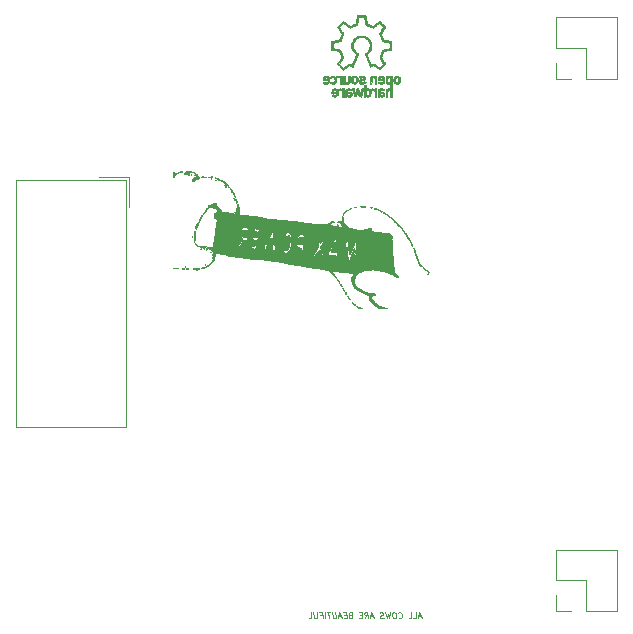
<source format=gbr>
G04 #@! TF.GenerationSoftware,KiCad,Pcbnew,(5.1.5-0-10_14)*
G04 #@! TF.CreationDate,2020-09-28T20:16:59+02:00*
G04 #@! TF.ProjectId,max_power,6d61785f-706f-4776-9572-2e6b69636164,rev?*
G04 #@! TF.SameCoordinates,Original*
G04 #@! TF.FileFunction,Legend,Bot*
G04 #@! TF.FilePolarity,Positive*
%FSLAX46Y46*%
G04 Gerber Fmt 4.6, Leading zero omitted, Abs format (unit mm)*
G04 Created by KiCad (PCBNEW (5.1.5-0-10_14)) date 2020-09-28 20:16:59*
%MOMM*%
%LPD*%
G04 APERTURE LIST*
%ADD10C,0.125000*%
%ADD11C,0.010000*%
%ADD12C,0.120000*%
G04 APERTURE END LIST*
D10*
X68798102Y-88083333D02*
X68560007Y-88083333D01*
X68863578Y-88226190D02*
X68634412Y-87726190D01*
X68530245Y-88226190D01*
X68125483Y-88226190D02*
X68363578Y-88226190D01*
X68301078Y-87726190D01*
X67720721Y-88226190D02*
X67958816Y-88226190D01*
X67896316Y-87726190D01*
X66881436Y-88178571D02*
X66908221Y-88202380D01*
X66982626Y-88226190D01*
X67030245Y-88226190D01*
X67098697Y-88202380D01*
X67140364Y-88154761D01*
X67158221Y-88107142D01*
X67170126Y-88011904D01*
X67161197Y-87940476D01*
X67125483Y-87845238D01*
X67095721Y-87797619D01*
X67042150Y-87750000D01*
X66967745Y-87726190D01*
X66920126Y-87726190D01*
X66851674Y-87750000D01*
X66830840Y-87773809D01*
X66515364Y-87726190D02*
X66420126Y-87726190D01*
X66375483Y-87750000D01*
X66333816Y-87797619D01*
X66321912Y-87892857D01*
X66342745Y-88059523D01*
X66378459Y-88154761D01*
X66432031Y-88202380D01*
X66482626Y-88226190D01*
X66577864Y-88226190D01*
X66622507Y-88202380D01*
X66664174Y-88154761D01*
X66676078Y-88059523D01*
X66655245Y-87892857D01*
X66619531Y-87797619D01*
X66565959Y-87750000D01*
X66515364Y-87726190D01*
X66134412Y-87726190D02*
X66077864Y-88226190D01*
X65937983Y-87869047D01*
X65887388Y-88226190D01*
X65705840Y-87726190D01*
X65598697Y-88202380D02*
X65530245Y-88226190D01*
X65411197Y-88226190D01*
X65360602Y-88202380D01*
X65333816Y-88178571D01*
X65304055Y-88130952D01*
X65298102Y-88083333D01*
X65315959Y-88035714D01*
X65336793Y-88011904D01*
X65381436Y-87988095D01*
X65473697Y-87964285D01*
X65518340Y-87940476D01*
X65539174Y-87916666D01*
X65557031Y-87869047D01*
X65551078Y-87821428D01*
X65521316Y-87773809D01*
X65494531Y-87750000D01*
X65443936Y-87726190D01*
X65324888Y-87726190D01*
X65256436Y-87750000D01*
X64726674Y-88083333D02*
X64488578Y-88083333D01*
X64792150Y-88226190D02*
X64562983Y-87726190D01*
X64458816Y-88226190D01*
X64006436Y-88226190D02*
X64143340Y-87988095D01*
X64292150Y-88226190D02*
X64229650Y-87726190D01*
X64039174Y-87726190D01*
X63994531Y-87750000D01*
X63973697Y-87773809D01*
X63955840Y-87821428D01*
X63964769Y-87892857D01*
X63994531Y-87940476D01*
X64021316Y-87964285D01*
X64071912Y-87988095D01*
X64262388Y-87988095D01*
X63759412Y-87964285D02*
X63592745Y-87964285D01*
X63554055Y-88226190D02*
X63792150Y-88226190D01*
X63729650Y-87726190D01*
X63491555Y-87726190D01*
X62759412Y-87964285D02*
X62690959Y-87988095D01*
X62670126Y-88011904D01*
X62652269Y-88059523D01*
X62661197Y-88130952D01*
X62690959Y-88178571D01*
X62717745Y-88202380D01*
X62768340Y-88226190D01*
X62958816Y-88226190D01*
X62896316Y-87726190D01*
X62729650Y-87726190D01*
X62685007Y-87750000D01*
X62664174Y-87773809D01*
X62646316Y-87821428D01*
X62652269Y-87869047D01*
X62682031Y-87916666D01*
X62708816Y-87940476D01*
X62759412Y-87964285D01*
X62926078Y-87964285D01*
X62426078Y-87964285D02*
X62259412Y-87964285D01*
X62220721Y-88226190D02*
X62458816Y-88226190D01*
X62396316Y-87726190D01*
X62158221Y-87726190D01*
X62012388Y-88083333D02*
X61774293Y-88083333D01*
X62077864Y-88226190D02*
X61848697Y-87726190D01*
X61744531Y-88226190D01*
X61515364Y-87726190D02*
X61565959Y-88130952D01*
X61548102Y-88178571D01*
X61527269Y-88202380D01*
X61482626Y-88226190D01*
X61387388Y-88226190D01*
X61336793Y-88202380D01*
X61310007Y-88178571D01*
X61280245Y-88130952D01*
X61229650Y-87726190D01*
X61062983Y-87726190D02*
X60777269Y-87726190D01*
X60982626Y-88226190D02*
X60920126Y-87726190D01*
X60673102Y-88226190D02*
X60610602Y-87726190D01*
X60235602Y-87964285D02*
X60402269Y-87964285D01*
X60435007Y-88226190D02*
X60372507Y-87726190D01*
X60134412Y-87726190D01*
X59943936Y-87726190D02*
X59994531Y-88130952D01*
X59976674Y-88178571D01*
X59955840Y-88202380D01*
X59911197Y-88226190D01*
X59815959Y-88226190D01*
X59765364Y-88202380D01*
X59738578Y-88178571D01*
X59708816Y-88130952D01*
X59658221Y-87726190D01*
X59244531Y-88226190D02*
X59482626Y-88226190D01*
X59420126Y-87726190D01*
D11*
G36*
X63609937Y-37172058D02*
G01*
X63522324Y-37173652D01*
X63450231Y-37176088D01*
X63398790Y-37179184D01*
X63373134Y-37182758D01*
X63371751Y-37183371D01*
X63363472Y-37201869D01*
X63350830Y-37246925D01*
X63334924Y-37313820D01*
X63316851Y-37397836D01*
X63297709Y-37494254D01*
X63290409Y-37533022D01*
X63271763Y-37632369D01*
X63254774Y-37720678D01*
X63240360Y-37793350D01*
X63229440Y-37845789D01*
X63222933Y-37873399D01*
X63221783Y-37876449D01*
X63205808Y-37884081D01*
X63165487Y-37901540D01*
X63105880Y-37926682D01*
X63032048Y-37957368D01*
X62978095Y-37979571D01*
X62740377Y-38077033D01*
X62459387Y-37885954D01*
X62375307Y-37829414D01*
X62299307Y-37779516D01*
X62235539Y-37738884D01*
X62188152Y-37710147D01*
X62161297Y-37695933D01*
X62157547Y-37694875D01*
X62141052Y-37705597D01*
X62106608Y-37735066D01*
X62058331Y-37779236D01*
X62000337Y-37834060D01*
X61936741Y-37895491D01*
X61871659Y-37959484D01*
X61809206Y-38021991D01*
X61753498Y-38078966D01*
X61708651Y-38126363D01*
X61678780Y-38160135D01*
X61668000Y-38176199D01*
X61676646Y-38192687D01*
X61700821Y-38231195D01*
X61737879Y-38287708D01*
X61785175Y-38358211D01*
X61840064Y-38438689D01*
X61860216Y-38467944D01*
X62052432Y-38746281D01*
X61953980Y-38978609D01*
X61919088Y-39059399D01*
X61887094Y-39130628D01*
X61860577Y-39186769D01*
X61842115Y-39222292D01*
X61836125Y-39231259D01*
X61814957Y-39240530D01*
X61767797Y-39254050D01*
X61699921Y-39270537D01*
X61616602Y-39288709D01*
X61524081Y-39307101D01*
X61429304Y-39325515D01*
X61343388Y-39343017D01*
X61271982Y-39358393D01*
X61220731Y-39370429D01*
X61195719Y-39377720D01*
X61183956Y-39383468D01*
X61175109Y-39392174D01*
X61168762Y-39407972D01*
X61164500Y-39434997D01*
X61161908Y-39477384D01*
X61160571Y-39539268D01*
X61160074Y-39624783D01*
X61160000Y-39733402D01*
X61160192Y-39846316D01*
X61160980Y-39931486D01*
X61162683Y-39992916D01*
X61165620Y-40034612D01*
X61170110Y-40060579D01*
X61176472Y-40074821D01*
X61185024Y-40081342D01*
X61187782Y-40082308D01*
X61212061Y-40087771D01*
X61261852Y-40097669D01*
X61331404Y-40110904D01*
X61414965Y-40126379D01*
X61485438Y-40139165D01*
X61576451Y-40155615D01*
X61658458Y-40170593D01*
X61725540Y-40183004D01*
X61771782Y-40191758D01*
X61789349Y-40195292D01*
X61804275Y-40203696D01*
X61821183Y-40224877D01*
X61841979Y-40262537D01*
X61868567Y-40320378D01*
X61902854Y-40402103D01*
X61928611Y-40465883D01*
X61961937Y-40551676D01*
X61989658Y-40627905D01*
X62010077Y-40689481D01*
X62021495Y-40731319D01*
X62022740Y-40747784D01*
X62010577Y-40766304D01*
X61983375Y-40806525D01*
X61944146Y-40864030D01*
X61895904Y-40934402D01*
X61841663Y-41013224D01*
X61839822Y-41015895D01*
X61786201Y-41094338D01*
X61739414Y-41164068D01*
X61702259Y-41220809D01*
X61677530Y-41260287D01*
X61668026Y-41278230D01*
X61668000Y-41278498D01*
X61678671Y-41292508D01*
X61708040Y-41324669D01*
X61752142Y-41370997D01*
X61807011Y-41427506D01*
X61868682Y-41490212D01*
X61933189Y-41555129D01*
X61996567Y-41618272D01*
X62054851Y-41675656D01*
X62104075Y-41723296D01*
X62140273Y-41757207D01*
X62159481Y-41773404D01*
X62161280Y-41774222D01*
X62176583Y-41765454D01*
X62210704Y-41742804D01*
X62256676Y-41710915D01*
X62263313Y-41706224D01*
X62315085Y-41669871D01*
X62383769Y-41622084D01*
X62460054Y-41569326D01*
X62528119Y-41522514D01*
X62697675Y-41406275D01*
X62825230Y-41475170D01*
X62894874Y-41510200D01*
X62942636Y-41528453D01*
X62966566Y-41529200D01*
X62967434Y-41528438D01*
X62976498Y-41510821D01*
X62995834Y-41467827D01*
X63023790Y-41403444D01*
X63058711Y-41321657D01*
X63098944Y-41226451D01*
X63142834Y-41121814D01*
X63188728Y-41011729D01*
X63234972Y-40900184D01*
X63279913Y-40791164D01*
X63321896Y-40688655D01*
X63359267Y-40596643D01*
X63390374Y-40519113D01*
X63413561Y-40460051D01*
X63427176Y-40423444D01*
X63430125Y-40413308D01*
X63417828Y-40397555D01*
X63386052Y-40371757D01*
X63353927Y-40349596D01*
X63257495Y-40273957D01*
X63167134Y-40179030D01*
X63092375Y-40075616D01*
X63060261Y-40016729D01*
X63037597Y-39966698D01*
X63022895Y-39925186D01*
X63014444Y-39882715D01*
X63010537Y-39829803D01*
X63009464Y-39756972D01*
X63009438Y-39734812D01*
X63009973Y-39656505D01*
X63012847Y-39600205D01*
X63019965Y-39556170D01*
X63033233Y-39514659D01*
X63054554Y-39465933D01*
X63067274Y-39439078D01*
X63144185Y-39307194D01*
X63237099Y-39201933D01*
X63348244Y-39121311D01*
X63479854Y-39063341D01*
X63495069Y-39058451D01*
X63640087Y-39029012D01*
X63783454Y-39029668D01*
X63921575Y-39058826D01*
X64050854Y-39114890D01*
X64167695Y-39196265D01*
X64268504Y-39301358D01*
X64349684Y-39428572D01*
X64355403Y-39440025D01*
X64377562Y-39487149D01*
X64392169Y-39526277D01*
X64400790Y-39566242D01*
X64404993Y-39615877D01*
X64406343Y-39684014D01*
X64406438Y-39727721D01*
X64406044Y-39807405D01*
X64403663Y-39864461D01*
X64397501Y-39908011D01*
X64385761Y-39947177D01*
X64366646Y-39991081D01*
X64346417Y-40032551D01*
X64263854Y-40165844D01*
X64157876Y-40278080D01*
X64064789Y-40347757D01*
X64022544Y-40377444D01*
X63993865Y-40402024D01*
X63985750Y-40413813D01*
X63991673Y-40432272D01*
X64008335Y-40475976D01*
X64034083Y-40540939D01*
X64067262Y-40623178D01*
X64106215Y-40718706D01*
X64149287Y-40823539D01*
X64194824Y-40933692D01*
X64241170Y-41045178D01*
X64286670Y-41154014D01*
X64329669Y-41256214D01*
X64368510Y-41347793D01*
X64401540Y-41424766D01*
X64427102Y-41483148D01*
X64443542Y-41518954D01*
X64448724Y-41528438D01*
X64470279Y-41529177D01*
X64515658Y-41512575D01*
X64582652Y-41479460D01*
X64590577Y-41475207D01*
X64718063Y-41406349D01*
X64977629Y-41582612D01*
X65058479Y-41636808D01*
X65131246Y-41684253D01*
X65191569Y-41722210D01*
X65235086Y-41747944D01*
X65257434Y-41758716D01*
X65258578Y-41758875D01*
X65275011Y-41748153D01*
X65309397Y-41718686D01*
X65357621Y-41674520D01*
X65415570Y-41619702D01*
X65479128Y-41558278D01*
X65544181Y-41494294D01*
X65606615Y-41431798D01*
X65662316Y-41374836D01*
X65707169Y-41327454D01*
X65737061Y-41293698D01*
X65747875Y-41277641D01*
X65739261Y-41261236D01*
X65715282Y-41223043D01*
X65678732Y-41167321D01*
X65632406Y-41098325D01*
X65579098Y-41020312D01*
X65576054Y-41015895D01*
X65521668Y-40936872D01*
X65473182Y-40866153D01*
X65433611Y-40808158D01*
X65405967Y-40767301D01*
X65393265Y-40748001D01*
X65393136Y-40747784D01*
X65395202Y-40727587D01*
X65407767Y-40683163D01*
X65429133Y-40619599D01*
X65457602Y-40541981D01*
X65487265Y-40465883D01*
X65527238Y-40367617D01*
X65558339Y-40295514D01*
X65582475Y-40245871D01*
X65601550Y-40214985D01*
X65617470Y-40199155D01*
X65626527Y-40195292D01*
X65652966Y-40190051D01*
X65704744Y-40180321D01*
X65775944Y-40167194D01*
X65860649Y-40151764D01*
X65930438Y-40139165D01*
X66020882Y-40122714D01*
X66101757Y-40107653D01*
X66167313Y-40095081D01*
X66211798Y-40086096D01*
X66228094Y-40082308D01*
X66237210Y-40077254D01*
X66244096Y-40065642D01*
X66249058Y-40043513D01*
X66252407Y-40006907D01*
X66254450Y-39951865D01*
X66255497Y-39874427D01*
X66255856Y-39770633D01*
X66255875Y-39725805D01*
X66255703Y-39624504D01*
X66255221Y-39534790D01*
X66254944Y-39507255D01*
X66113000Y-39507255D01*
X66113000Y-39977059D01*
X65878844Y-40020092D01*
X65766562Y-40040954D01*
X65681177Y-40057616D01*
X65618303Y-40071316D01*
X65573557Y-40083292D01*
X65542554Y-40094780D01*
X65520908Y-40107019D01*
X65504237Y-40121246D01*
X65498193Y-40127540D01*
X65478053Y-40158386D01*
X65450476Y-40213100D01*
X65417931Y-40285382D01*
X65382888Y-40368936D01*
X65347817Y-40457464D01*
X65315187Y-40544667D01*
X65287468Y-40624248D01*
X65267129Y-40689909D01*
X65256640Y-40735352D01*
X65255750Y-40745804D01*
X65258609Y-40772008D01*
X65268746Y-40802992D01*
X65288507Y-40843082D01*
X65320238Y-40896605D01*
X65366282Y-40967887D01*
X65417630Y-41044496D01*
X65579509Y-41283740D01*
X65414771Y-41449040D01*
X65355685Y-41506580D01*
X65303626Y-41554007D01*
X65262938Y-41587610D01*
X65237968Y-41603679D01*
X65233048Y-41604220D01*
X65214691Y-41592079D01*
X65175137Y-41565194D01*
X65119278Y-41526912D01*
X65052009Y-41480582D01*
X65010189Y-41451687D01*
X64918029Y-41388581D01*
X64846852Y-41342454D01*
X64791867Y-41311749D01*
X64748280Y-41294908D01*
X64711298Y-41290375D01*
X64676129Y-41296591D01*
X64637979Y-41311998D01*
X64615050Y-41323289D01*
X64567995Y-41345569D01*
X64533300Y-41359105D01*
X64519470Y-41361122D01*
X64510788Y-41343973D01*
X64492205Y-41301895D01*
X64465564Y-41239398D01*
X64432704Y-41160990D01*
X64395469Y-41071180D01*
X64355699Y-40974479D01*
X64315235Y-40875394D01*
X64275918Y-40778435D01*
X64239591Y-40688112D01*
X64208093Y-40608933D01*
X64183267Y-40545408D01*
X64166954Y-40502046D01*
X64160995Y-40483356D01*
X64160995Y-40483242D01*
X64173226Y-40464449D01*
X64204060Y-40435328D01*
X64232503Y-40412912D01*
X64332314Y-40321969D01*
X64419203Y-40208362D01*
X64487930Y-40080229D01*
X64533257Y-39945712D01*
X64533317Y-39945460D01*
X64556486Y-39782184D01*
X64548944Y-39622999D01*
X64511407Y-39470642D01*
X64444590Y-39327852D01*
X64349209Y-39197365D01*
X64333230Y-39179821D01*
X64234141Y-39085008D01*
X64134156Y-39014249D01*
X64023383Y-38961151D01*
X63961237Y-38939345D01*
X63806882Y-38905296D01*
X63656706Y-38900352D01*
X63512925Y-38921988D01*
X63377759Y-38967676D01*
X63253426Y-39034890D01*
X63142143Y-39121103D01*
X63046129Y-39223787D01*
X62967601Y-39340417D01*
X62908779Y-39468465D01*
X62871880Y-39605403D01*
X62859122Y-39748706D01*
X62872723Y-39895847D01*
X62914902Y-40044298D01*
X62939950Y-40102796D01*
X62996316Y-40202472D01*
X63067509Y-40298610D01*
X63145086Y-40380575D01*
X63189690Y-40417437D01*
X63227115Y-40448101D01*
X63250819Y-40473796D01*
X63255125Y-40483242D01*
X63249396Y-40501292D01*
X63233266Y-40544125D01*
X63208578Y-40607232D01*
X63177175Y-40686101D01*
X63140901Y-40776223D01*
X63101598Y-40873087D01*
X63061108Y-40972182D01*
X63021277Y-41068999D01*
X62983946Y-41159026D01*
X62950958Y-41237754D01*
X62924156Y-41300672D01*
X62905385Y-41343269D01*
X62896485Y-41361035D01*
X62896406Y-41361122D01*
X62879812Y-41358253D01*
X62843554Y-41343718D01*
X62802542Y-41324158D01*
X62737614Y-41296254D01*
X62689270Y-41287832D01*
X62671009Y-41289929D01*
X62643568Y-41301975D01*
X62595511Y-41329207D01*
X62532092Y-41368403D01*
X62458563Y-41416337D01*
X62397346Y-41457874D01*
X62168274Y-41616025D01*
X62001958Y-41449710D01*
X61835643Y-41283395D01*
X61997884Y-41045777D01*
X62057608Y-40957330D01*
X62101063Y-40890160D01*
X62130646Y-40839856D01*
X62148752Y-40802011D01*
X62157779Y-40772216D01*
X62160125Y-40747257D01*
X62153917Y-40710430D01*
X62136936Y-40651088D01*
X62111653Y-40575541D01*
X62080535Y-40490100D01*
X62046052Y-40401076D01*
X62010673Y-40314780D01*
X61976866Y-40237521D01*
X61947100Y-40175611D01*
X61923844Y-40135360D01*
X61917683Y-40127540D01*
X61901759Y-40112213D01*
X61882555Y-40099352D01*
X61855688Y-40087721D01*
X61816771Y-40076080D01*
X61761422Y-40063193D01*
X61685255Y-40047822D01*
X61583886Y-40028730D01*
X61537032Y-40020092D01*
X61302875Y-39977059D01*
X61302875Y-39507255D01*
X61378282Y-39491679D01*
X61423300Y-39482829D01*
X61490592Y-39470153D01*
X61571161Y-39455324D01*
X61656011Y-39440014D01*
X61658431Y-39439582D01*
X61764395Y-39418442D01*
X61845545Y-39397435D01*
X61898972Y-39377359D01*
X61910878Y-39370499D01*
X61932256Y-39351241D01*
X61955250Y-39319830D01*
X61982130Y-39272142D01*
X62015167Y-39204053D01*
X62056631Y-39111436D01*
X62068593Y-39083937D01*
X62115511Y-38971689D01*
X62150208Y-38880120D01*
X62171817Y-38811699D01*
X62179467Y-38768953D01*
X62177476Y-38743869D01*
X62169255Y-38715450D01*
X62152489Y-38679443D01*
X62124863Y-38631598D01*
X62084061Y-38567662D01*
X62027767Y-38483382D01*
X62008327Y-38454696D01*
X61836324Y-38201423D01*
X62002356Y-38035392D01*
X62168387Y-37869360D01*
X62398412Y-38029880D01*
X62496036Y-38097473D01*
X62572027Y-38148368D01*
X62630409Y-38184571D01*
X62675207Y-38208086D01*
X62710445Y-38220916D01*
X62740147Y-38225067D01*
X62768339Y-38222541D01*
X62780290Y-38220066D01*
X62823720Y-38206949D01*
X62885733Y-38184148D01*
X62960244Y-38154337D01*
X63041171Y-38120193D01*
X63122431Y-38084392D01*
X63197942Y-38049607D01*
X63261621Y-38018515D01*
X63307384Y-37993792D01*
X63328431Y-37978975D01*
X63342651Y-37952390D01*
X63359088Y-37900744D01*
X63378204Y-37822221D01*
X63400464Y-37715008D01*
X63414371Y-37642315D01*
X63471323Y-37337687D01*
X63944823Y-37337687D01*
X64001006Y-37632902D01*
X64020393Y-37729517D01*
X64039844Y-37817082D01*
X64057962Y-37889957D01*
X64073349Y-37942504D01*
X64084098Y-37968357D01*
X64109808Y-37990469D01*
X64159482Y-38020104D01*
X64226995Y-38054648D01*
X64306224Y-38091482D01*
X64391042Y-38127993D01*
X64475328Y-38161562D01*
X64552957Y-38189575D01*
X64617804Y-38209414D01*
X64663746Y-38218464D01*
X64670232Y-38218750D01*
X64695678Y-38216361D01*
X64724729Y-38207665D01*
X64761593Y-38190369D01*
X64810480Y-38162179D01*
X64875599Y-38120802D01*
X64961159Y-38063943D01*
X64989955Y-38044529D01*
X65247813Y-37870308D01*
X65413682Y-38035865D01*
X65579552Y-38201423D01*
X65408211Y-38453721D01*
X65343791Y-38549967D01*
X65296383Y-38624337D01*
X65263988Y-38680383D01*
X65244602Y-38721655D01*
X65236225Y-38751703D01*
X65235528Y-38760040D01*
X65241803Y-38797667D01*
X65261086Y-38860584D01*
X65292281Y-38945635D01*
X65334290Y-39049665D01*
X65345390Y-39076000D01*
X65388594Y-39175954D01*
X65422834Y-39250400D01*
X65450373Y-39303530D01*
X65473478Y-39339532D01*
X65494415Y-39362597D01*
X65504648Y-39370499D01*
X65547249Y-39389910D01*
X65618360Y-39410583D01*
X65714817Y-39431653D01*
X65757445Y-39439582D01*
X65842285Y-39454881D01*
X65923104Y-39469748D01*
X65990904Y-39482509D01*
X66036691Y-39491493D01*
X66037594Y-39491679D01*
X66113000Y-39507255D01*
X66254944Y-39507255D01*
X66254480Y-39461204D01*
X66253532Y-39408285D01*
X66252429Y-39380572D01*
X66251907Y-39377534D01*
X66222211Y-39373934D01*
X66169346Y-39364694D01*
X66098944Y-39351040D01*
X66016638Y-39334198D01*
X65928063Y-39315397D01*
X65838851Y-39295861D01*
X65754636Y-39276819D01*
X65681050Y-39259498D01*
X65623728Y-39245123D01*
X65588303Y-39234922D01*
X65579720Y-39231146D01*
X65567081Y-39210054D01*
X65544901Y-39165224D01*
X65515796Y-39102251D01*
X65482384Y-39026727D01*
X65463803Y-38983471D01*
X65426533Y-38894462D01*
X65401060Y-38829582D01*
X65385957Y-38784093D01*
X65379798Y-38753256D01*
X65381157Y-38732336D01*
X65385165Y-38722237D01*
X65399657Y-38698867D01*
X65429096Y-38654174D01*
X65470293Y-38592899D01*
X65520063Y-38519783D01*
X65575218Y-38439565D01*
X65575556Y-38439075D01*
X65629296Y-38360625D01*
X65676194Y-38290876D01*
X65713450Y-38234097D01*
X65738268Y-38194557D01*
X65747846Y-38176525D01*
X65747875Y-38176235D01*
X65736970Y-38160010D01*
X65706998Y-38126138D01*
X65662074Y-38078665D01*
X65606313Y-38021639D01*
X65543833Y-37959106D01*
X65478747Y-37895112D01*
X65415173Y-37833705D01*
X65357224Y-37778931D01*
X65309017Y-37734837D01*
X65274668Y-37705469D01*
X65258329Y-37694875D01*
X65239527Y-37703465D01*
X65198760Y-37727485D01*
X65140178Y-37764307D01*
X65067932Y-37811303D01*
X64986173Y-37865846D01*
X64956489Y-37885954D01*
X64675499Y-38077033D01*
X64437781Y-37979571D01*
X64357345Y-37946405D01*
X64287799Y-37917371D01*
X64234205Y-37894610D01*
X64201624Y-37880264D01*
X64194093Y-37876449D01*
X64189573Y-37859866D01*
X64180279Y-37816644D01*
X64167130Y-37751381D01*
X64151044Y-37668673D01*
X64132940Y-37573119D01*
X64125467Y-37533022D01*
X64106207Y-37433140D01*
X64087600Y-37343873D01*
X64070744Y-37269940D01*
X64056737Y-37216060D01*
X64046677Y-37186951D01*
X64044125Y-37183371D01*
X64023133Y-37179736D01*
X63975524Y-37176550D01*
X63906431Y-37173995D01*
X63820986Y-37172251D01*
X63724321Y-37171501D01*
X63707938Y-37171486D01*
X63609937Y-37172058D01*
G37*
X63609937Y-37172058D02*
X63522324Y-37173652D01*
X63450231Y-37176088D01*
X63398790Y-37179184D01*
X63373134Y-37182758D01*
X63371751Y-37183371D01*
X63363472Y-37201869D01*
X63350830Y-37246925D01*
X63334924Y-37313820D01*
X63316851Y-37397836D01*
X63297709Y-37494254D01*
X63290409Y-37533022D01*
X63271763Y-37632369D01*
X63254774Y-37720678D01*
X63240360Y-37793350D01*
X63229440Y-37845789D01*
X63222933Y-37873399D01*
X63221783Y-37876449D01*
X63205808Y-37884081D01*
X63165487Y-37901540D01*
X63105880Y-37926682D01*
X63032048Y-37957368D01*
X62978095Y-37979571D01*
X62740377Y-38077033D01*
X62459387Y-37885954D01*
X62375307Y-37829414D01*
X62299307Y-37779516D01*
X62235539Y-37738884D01*
X62188152Y-37710147D01*
X62161297Y-37695933D01*
X62157547Y-37694875D01*
X62141052Y-37705597D01*
X62106608Y-37735066D01*
X62058331Y-37779236D01*
X62000337Y-37834060D01*
X61936741Y-37895491D01*
X61871659Y-37959484D01*
X61809206Y-38021991D01*
X61753498Y-38078966D01*
X61708651Y-38126363D01*
X61678780Y-38160135D01*
X61668000Y-38176199D01*
X61676646Y-38192687D01*
X61700821Y-38231195D01*
X61737879Y-38287708D01*
X61785175Y-38358211D01*
X61840064Y-38438689D01*
X61860216Y-38467944D01*
X62052432Y-38746281D01*
X61953980Y-38978609D01*
X61919088Y-39059399D01*
X61887094Y-39130628D01*
X61860577Y-39186769D01*
X61842115Y-39222292D01*
X61836125Y-39231259D01*
X61814957Y-39240530D01*
X61767797Y-39254050D01*
X61699921Y-39270537D01*
X61616602Y-39288709D01*
X61524081Y-39307101D01*
X61429304Y-39325515D01*
X61343388Y-39343017D01*
X61271982Y-39358393D01*
X61220731Y-39370429D01*
X61195719Y-39377720D01*
X61183956Y-39383468D01*
X61175109Y-39392174D01*
X61168762Y-39407972D01*
X61164500Y-39434997D01*
X61161908Y-39477384D01*
X61160571Y-39539268D01*
X61160074Y-39624783D01*
X61160000Y-39733402D01*
X61160192Y-39846316D01*
X61160980Y-39931486D01*
X61162683Y-39992916D01*
X61165620Y-40034612D01*
X61170110Y-40060579D01*
X61176472Y-40074821D01*
X61185024Y-40081342D01*
X61187782Y-40082308D01*
X61212061Y-40087771D01*
X61261852Y-40097669D01*
X61331404Y-40110904D01*
X61414965Y-40126379D01*
X61485438Y-40139165D01*
X61576451Y-40155615D01*
X61658458Y-40170593D01*
X61725540Y-40183004D01*
X61771782Y-40191758D01*
X61789349Y-40195292D01*
X61804275Y-40203696D01*
X61821183Y-40224877D01*
X61841979Y-40262537D01*
X61868567Y-40320378D01*
X61902854Y-40402103D01*
X61928611Y-40465883D01*
X61961937Y-40551676D01*
X61989658Y-40627905D01*
X62010077Y-40689481D01*
X62021495Y-40731319D01*
X62022740Y-40747784D01*
X62010577Y-40766304D01*
X61983375Y-40806525D01*
X61944146Y-40864030D01*
X61895904Y-40934402D01*
X61841663Y-41013224D01*
X61839822Y-41015895D01*
X61786201Y-41094338D01*
X61739414Y-41164068D01*
X61702259Y-41220809D01*
X61677530Y-41260287D01*
X61668026Y-41278230D01*
X61668000Y-41278498D01*
X61678671Y-41292508D01*
X61708040Y-41324669D01*
X61752142Y-41370997D01*
X61807011Y-41427506D01*
X61868682Y-41490212D01*
X61933189Y-41555129D01*
X61996567Y-41618272D01*
X62054851Y-41675656D01*
X62104075Y-41723296D01*
X62140273Y-41757207D01*
X62159481Y-41773404D01*
X62161280Y-41774222D01*
X62176583Y-41765454D01*
X62210704Y-41742804D01*
X62256676Y-41710915D01*
X62263313Y-41706224D01*
X62315085Y-41669871D01*
X62383769Y-41622084D01*
X62460054Y-41569326D01*
X62528119Y-41522514D01*
X62697675Y-41406275D01*
X62825230Y-41475170D01*
X62894874Y-41510200D01*
X62942636Y-41528453D01*
X62966566Y-41529200D01*
X62967434Y-41528438D01*
X62976498Y-41510821D01*
X62995834Y-41467827D01*
X63023790Y-41403444D01*
X63058711Y-41321657D01*
X63098944Y-41226451D01*
X63142834Y-41121814D01*
X63188728Y-41011729D01*
X63234972Y-40900184D01*
X63279913Y-40791164D01*
X63321896Y-40688655D01*
X63359267Y-40596643D01*
X63390374Y-40519113D01*
X63413561Y-40460051D01*
X63427176Y-40423444D01*
X63430125Y-40413308D01*
X63417828Y-40397555D01*
X63386052Y-40371757D01*
X63353927Y-40349596D01*
X63257495Y-40273957D01*
X63167134Y-40179030D01*
X63092375Y-40075616D01*
X63060261Y-40016729D01*
X63037597Y-39966698D01*
X63022895Y-39925186D01*
X63014444Y-39882715D01*
X63010537Y-39829803D01*
X63009464Y-39756972D01*
X63009438Y-39734812D01*
X63009973Y-39656505D01*
X63012847Y-39600205D01*
X63019965Y-39556170D01*
X63033233Y-39514659D01*
X63054554Y-39465933D01*
X63067274Y-39439078D01*
X63144185Y-39307194D01*
X63237099Y-39201933D01*
X63348244Y-39121311D01*
X63479854Y-39063341D01*
X63495069Y-39058451D01*
X63640087Y-39029012D01*
X63783454Y-39029668D01*
X63921575Y-39058826D01*
X64050854Y-39114890D01*
X64167695Y-39196265D01*
X64268504Y-39301358D01*
X64349684Y-39428572D01*
X64355403Y-39440025D01*
X64377562Y-39487149D01*
X64392169Y-39526277D01*
X64400790Y-39566242D01*
X64404993Y-39615877D01*
X64406343Y-39684014D01*
X64406438Y-39727721D01*
X64406044Y-39807405D01*
X64403663Y-39864461D01*
X64397501Y-39908011D01*
X64385761Y-39947177D01*
X64366646Y-39991081D01*
X64346417Y-40032551D01*
X64263854Y-40165844D01*
X64157876Y-40278080D01*
X64064789Y-40347757D01*
X64022544Y-40377444D01*
X63993865Y-40402024D01*
X63985750Y-40413813D01*
X63991673Y-40432272D01*
X64008335Y-40475976D01*
X64034083Y-40540939D01*
X64067262Y-40623178D01*
X64106215Y-40718706D01*
X64149287Y-40823539D01*
X64194824Y-40933692D01*
X64241170Y-41045178D01*
X64286670Y-41154014D01*
X64329669Y-41256214D01*
X64368510Y-41347793D01*
X64401540Y-41424766D01*
X64427102Y-41483148D01*
X64443542Y-41518954D01*
X64448724Y-41528438D01*
X64470279Y-41529177D01*
X64515658Y-41512575D01*
X64582652Y-41479460D01*
X64590577Y-41475207D01*
X64718063Y-41406349D01*
X64977629Y-41582612D01*
X65058479Y-41636808D01*
X65131246Y-41684253D01*
X65191569Y-41722210D01*
X65235086Y-41747944D01*
X65257434Y-41758716D01*
X65258578Y-41758875D01*
X65275011Y-41748153D01*
X65309397Y-41718686D01*
X65357621Y-41674520D01*
X65415570Y-41619702D01*
X65479128Y-41558278D01*
X65544181Y-41494294D01*
X65606615Y-41431798D01*
X65662316Y-41374836D01*
X65707169Y-41327454D01*
X65737061Y-41293698D01*
X65747875Y-41277641D01*
X65739261Y-41261236D01*
X65715282Y-41223043D01*
X65678732Y-41167321D01*
X65632406Y-41098325D01*
X65579098Y-41020312D01*
X65576054Y-41015895D01*
X65521668Y-40936872D01*
X65473182Y-40866153D01*
X65433611Y-40808158D01*
X65405967Y-40767301D01*
X65393265Y-40748001D01*
X65393136Y-40747784D01*
X65395202Y-40727587D01*
X65407767Y-40683163D01*
X65429133Y-40619599D01*
X65457602Y-40541981D01*
X65487265Y-40465883D01*
X65527238Y-40367617D01*
X65558339Y-40295514D01*
X65582475Y-40245871D01*
X65601550Y-40214985D01*
X65617470Y-40199155D01*
X65626527Y-40195292D01*
X65652966Y-40190051D01*
X65704744Y-40180321D01*
X65775944Y-40167194D01*
X65860649Y-40151764D01*
X65930438Y-40139165D01*
X66020882Y-40122714D01*
X66101757Y-40107653D01*
X66167313Y-40095081D01*
X66211798Y-40086096D01*
X66228094Y-40082308D01*
X66237210Y-40077254D01*
X66244096Y-40065642D01*
X66249058Y-40043513D01*
X66252407Y-40006907D01*
X66254450Y-39951865D01*
X66255497Y-39874427D01*
X66255856Y-39770633D01*
X66255875Y-39725805D01*
X66255703Y-39624504D01*
X66255221Y-39534790D01*
X66254944Y-39507255D01*
X66113000Y-39507255D01*
X66113000Y-39977059D01*
X65878844Y-40020092D01*
X65766562Y-40040954D01*
X65681177Y-40057616D01*
X65618303Y-40071316D01*
X65573557Y-40083292D01*
X65542554Y-40094780D01*
X65520908Y-40107019D01*
X65504237Y-40121246D01*
X65498193Y-40127540D01*
X65478053Y-40158386D01*
X65450476Y-40213100D01*
X65417931Y-40285382D01*
X65382888Y-40368936D01*
X65347817Y-40457464D01*
X65315187Y-40544667D01*
X65287468Y-40624248D01*
X65267129Y-40689909D01*
X65256640Y-40735352D01*
X65255750Y-40745804D01*
X65258609Y-40772008D01*
X65268746Y-40802992D01*
X65288507Y-40843082D01*
X65320238Y-40896605D01*
X65366282Y-40967887D01*
X65417630Y-41044496D01*
X65579509Y-41283740D01*
X65414771Y-41449040D01*
X65355685Y-41506580D01*
X65303626Y-41554007D01*
X65262938Y-41587610D01*
X65237968Y-41603679D01*
X65233048Y-41604220D01*
X65214691Y-41592079D01*
X65175137Y-41565194D01*
X65119278Y-41526912D01*
X65052009Y-41480582D01*
X65010189Y-41451687D01*
X64918029Y-41388581D01*
X64846852Y-41342454D01*
X64791867Y-41311749D01*
X64748280Y-41294908D01*
X64711298Y-41290375D01*
X64676129Y-41296591D01*
X64637979Y-41311998D01*
X64615050Y-41323289D01*
X64567995Y-41345569D01*
X64533300Y-41359105D01*
X64519470Y-41361122D01*
X64510788Y-41343973D01*
X64492205Y-41301895D01*
X64465564Y-41239398D01*
X64432704Y-41160990D01*
X64395469Y-41071180D01*
X64355699Y-40974479D01*
X64315235Y-40875394D01*
X64275918Y-40778435D01*
X64239591Y-40688112D01*
X64208093Y-40608933D01*
X64183267Y-40545408D01*
X64166954Y-40502046D01*
X64160995Y-40483356D01*
X64160995Y-40483242D01*
X64173226Y-40464449D01*
X64204060Y-40435328D01*
X64232503Y-40412912D01*
X64332314Y-40321969D01*
X64419203Y-40208362D01*
X64487930Y-40080229D01*
X64533257Y-39945712D01*
X64533317Y-39945460D01*
X64556486Y-39782184D01*
X64548944Y-39622999D01*
X64511407Y-39470642D01*
X64444590Y-39327852D01*
X64349209Y-39197365D01*
X64333230Y-39179821D01*
X64234141Y-39085008D01*
X64134156Y-39014249D01*
X64023383Y-38961151D01*
X63961237Y-38939345D01*
X63806882Y-38905296D01*
X63656706Y-38900352D01*
X63512925Y-38921988D01*
X63377759Y-38967676D01*
X63253426Y-39034890D01*
X63142143Y-39121103D01*
X63046129Y-39223787D01*
X62967601Y-39340417D01*
X62908779Y-39468465D01*
X62871880Y-39605403D01*
X62859122Y-39748706D01*
X62872723Y-39895847D01*
X62914902Y-40044298D01*
X62939950Y-40102796D01*
X62996316Y-40202472D01*
X63067509Y-40298610D01*
X63145086Y-40380575D01*
X63189690Y-40417437D01*
X63227115Y-40448101D01*
X63250819Y-40473796D01*
X63255125Y-40483242D01*
X63249396Y-40501292D01*
X63233266Y-40544125D01*
X63208578Y-40607232D01*
X63177175Y-40686101D01*
X63140901Y-40776223D01*
X63101598Y-40873087D01*
X63061108Y-40972182D01*
X63021277Y-41068999D01*
X62983946Y-41159026D01*
X62950958Y-41237754D01*
X62924156Y-41300672D01*
X62905385Y-41343269D01*
X62896485Y-41361035D01*
X62896406Y-41361122D01*
X62879812Y-41358253D01*
X62843554Y-41343718D01*
X62802542Y-41324158D01*
X62737614Y-41296254D01*
X62689270Y-41287832D01*
X62671009Y-41289929D01*
X62643568Y-41301975D01*
X62595511Y-41329207D01*
X62532092Y-41368403D01*
X62458563Y-41416337D01*
X62397346Y-41457874D01*
X62168274Y-41616025D01*
X62001958Y-41449710D01*
X61835643Y-41283395D01*
X61997884Y-41045777D01*
X62057608Y-40957330D01*
X62101063Y-40890160D01*
X62130646Y-40839856D01*
X62148752Y-40802011D01*
X62157779Y-40772216D01*
X62160125Y-40747257D01*
X62153917Y-40710430D01*
X62136936Y-40651088D01*
X62111653Y-40575541D01*
X62080535Y-40490100D01*
X62046052Y-40401076D01*
X62010673Y-40314780D01*
X61976866Y-40237521D01*
X61947100Y-40175611D01*
X61923844Y-40135360D01*
X61917683Y-40127540D01*
X61901759Y-40112213D01*
X61882555Y-40099352D01*
X61855688Y-40087721D01*
X61816771Y-40076080D01*
X61761422Y-40063193D01*
X61685255Y-40047822D01*
X61583886Y-40028730D01*
X61537032Y-40020092D01*
X61302875Y-39977059D01*
X61302875Y-39507255D01*
X61378282Y-39491679D01*
X61423300Y-39482829D01*
X61490592Y-39470153D01*
X61571161Y-39455324D01*
X61656011Y-39440014D01*
X61658431Y-39439582D01*
X61764395Y-39418442D01*
X61845545Y-39397435D01*
X61898972Y-39377359D01*
X61910878Y-39370499D01*
X61932256Y-39351241D01*
X61955250Y-39319830D01*
X61982130Y-39272142D01*
X62015167Y-39204053D01*
X62056631Y-39111436D01*
X62068593Y-39083937D01*
X62115511Y-38971689D01*
X62150208Y-38880120D01*
X62171817Y-38811699D01*
X62179467Y-38768953D01*
X62177476Y-38743869D01*
X62169255Y-38715450D01*
X62152489Y-38679443D01*
X62124863Y-38631598D01*
X62084061Y-38567662D01*
X62027767Y-38483382D01*
X62008327Y-38454696D01*
X61836324Y-38201423D01*
X62002356Y-38035392D01*
X62168387Y-37869360D01*
X62398412Y-38029880D01*
X62496036Y-38097473D01*
X62572027Y-38148368D01*
X62630409Y-38184571D01*
X62675207Y-38208086D01*
X62710445Y-38220916D01*
X62740147Y-38225067D01*
X62768339Y-38222541D01*
X62780290Y-38220066D01*
X62823720Y-38206949D01*
X62885733Y-38184148D01*
X62960244Y-38154337D01*
X63041171Y-38120193D01*
X63122431Y-38084392D01*
X63197942Y-38049607D01*
X63261621Y-38018515D01*
X63307384Y-37993792D01*
X63328431Y-37978975D01*
X63342651Y-37952390D01*
X63359088Y-37900744D01*
X63378204Y-37822221D01*
X63400464Y-37715008D01*
X63414371Y-37642315D01*
X63471323Y-37337687D01*
X63944823Y-37337687D01*
X64001006Y-37632902D01*
X64020393Y-37729517D01*
X64039844Y-37817082D01*
X64057962Y-37889957D01*
X64073349Y-37942504D01*
X64084098Y-37968357D01*
X64109808Y-37990469D01*
X64159482Y-38020104D01*
X64226995Y-38054648D01*
X64306224Y-38091482D01*
X64391042Y-38127993D01*
X64475328Y-38161562D01*
X64552957Y-38189575D01*
X64617804Y-38209414D01*
X64663746Y-38218464D01*
X64670232Y-38218750D01*
X64695678Y-38216361D01*
X64724729Y-38207665D01*
X64761593Y-38190369D01*
X64810480Y-38162179D01*
X64875599Y-38120802D01*
X64961159Y-38063943D01*
X64989955Y-38044529D01*
X65247813Y-37870308D01*
X65413682Y-38035865D01*
X65579552Y-38201423D01*
X65408211Y-38453721D01*
X65343791Y-38549967D01*
X65296383Y-38624337D01*
X65263988Y-38680383D01*
X65244602Y-38721655D01*
X65236225Y-38751703D01*
X65235528Y-38760040D01*
X65241803Y-38797667D01*
X65261086Y-38860584D01*
X65292281Y-38945635D01*
X65334290Y-39049665D01*
X65345390Y-39076000D01*
X65388594Y-39175954D01*
X65422834Y-39250400D01*
X65450373Y-39303530D01*
X65473478Y-39339532D01*
X65494415Y-39362597D01*
X65504648Y-39370499D01*
X65547249Y-39389910D01*
X65618360Y-39410583D01*
X65714817Y-39431653D01*
X65757445Y-39439582D01*
X65842285Y-39454881D01*
X65923104Y-39469748D01*
X65990904Y-39482509D01*
X66036691Y-39491493D01*
X66037594Y-39491679D01*
X66113000Y-39507255D01*
X66254944Y-39507255D01*
X66254480Y-39461204D01*
X66253532Y-39408285D01*
X66252429Y-39380572D01*
X66251907Y-39377534D01*
X66222211Y-39373934D01*
X66169346Y-39364694D01*
X66098944Y-39351040D01*
X66016638Y-39334198D01*
X65928063Y-39315397D01*
X65838851Y-39295861D01*
X65754636Y-39276819D01*
X65681050Y-39259498D01*
X65623728Y-39245123D01*
X65588303Y-39234922D01*
X65579720Y-39231146D01*
X65567081Y-39210054D01*
X65544901Y-39165224D01*
X65515796Y-39102251D01*
X65482384Y-39026727D01*
X65463803Y-38983471D01*
X65426533Y-38894462D01*
X65401060Y-38829582D01*
X65385957Y-38784093D01*
X65379798Y-38753256D01*
X65381157Y-38732336D01*
X65385165Y-38722237D01*
X65399657Y-38698867D01*
X65429096Y-38654174D01*
X65470293Y-38592899D01*
X65520063Y-38519783D01*
X65575218Y-38439565D01*
X65575556Y-38439075D01*
X65629296Y-38360625D01*
X65676194Y-38290876D01*
X65713450Y-38234097D01*
X65738268Y-38194557D01*
X65747846Y-38176525D01*
X65747875Y-38176235D01*
X65736970Y-38160010D01*
X65706998Y-38126138D01*
X65662074Y-38078665D01*
X65606313Y-38021639D01*
X65543833Y-37959106D01*
X65478747Y-37895112D01*
X65415173Y-37833705D01*
X65357224Y-37778931D01*
X65309017Y-37734837D01*
X65274668Y-37705469D01*
X65258329Y-37694875D01*
X65239527Y-37703465D01*
X65198760Y-37727485D01*
X65140178Y-37764307D01*
X65067932Y-37811303D01*
X64986173Y-37865846D01*
X64956489Y-37885954D01*
X64675499Y-38077033D01*
X64437781Y-37979571D01*
X64357345Y-37946405D01*
X64287799Y-37917371D01*
X64234205Y-37894610D01*
X64201624Y-37880264D01*
X64194093Y-37876449D01*
X64189573Y-37859866D01*
X64180279Y-37816644D01*
X64167130Y-37751381D01*
X64151044Y-37668673D01*
X64132940Y-37573119D01*
X64125467Y-37533022D01*
X64106207Y-37433140D01*
X64087600Y-37343873D01*
X64070744Y-37269940D01*
X64056737Y-37216060D01*
X64046677Y-37186951D01*
X64044125Y-37183371D01*
X64023133Y-37179736D01*
X63975524Y-37176550D01*
X63906431Y-37173995D01*
X63820986Y-37172251D01*
X63724321Y-37171501D01*
X63707938Y-37171486D01*
X63609937Y-37172058D01*
G36*
X61684601Y-42297722D02*
G01*
X61638621Y-42308693D01*
X61598823Y-42323464D01*
X61575656Y-42338607D01*
X61573396Y-42344207D01*
X61583234Y-42361393D01*
X61607133Y-42392553D01*
X61618007Y-42405539D01*
X61647840Y-42437271D01*
X61670893Y-42448135D01*
X61699585Y-42442551D01*
X61710648Y-42438519D01*
X61769486Y-42430697D01*
X61824538Y-42447863D01*
X61865385Y-42486125D01*
X61872316Y-42498882D01*
X61879627Y-42531340D01*
X61885314Y-42589836D01*
X61888985Y-42668682D01*
X61890250Y-42759746D01*
X61890250Y-42981250D01*
X62033125Y-42981250D01*
X62033125Y-42298625D01*
X61961688Y-42298625D01*
X61916973Y-42300743D01*
X61895839Y-42309435D01*
X61890265Y-42328206D01*
X61890250Y-42329839D01*
X61888738Y-42348794D01*
X61879013Y-42351975D01*
X61853293Y-42339160D01*
X61834682Y-42328268D01*
X61784132Y-42306035D01*
X61732817Y-42294380D01*
X61726315Y-42293985D01*
X61684601Y-42297722D01*
G37*
X61684601Y-42297722D02*
X61638621Y-42308693D01*
X61598823Y-42323464D01*
X61575656Y-42338607D01*
X61573396Y-42344207D01*
X61583234Y-42361393D01*
X61607133Y-42392553D01*
X61618007Y-42405539D01*
X61647840Y-42437271D01*
X61670893Y-42448135D01*
X61699585Y-42442551D01*
X61710648Y-42438519D01*
X61769486Y-42430697D01*
X61824538Y-42447863D01*
X61865385Y-42486125D01*
X61872316Y-42498882D01*
X61879627Y-42531340D01*
X61885314Y-42589836D01*
X61888985Y-42668682D01*
X61890250Y-42759746D01*
X61890250Y-42981250D01*
X62033125Y-42981250D01*
X62033125Y-42298625D01*
X61961688Y-42298625D01*
X61916973Y-42300743D01*
X61895839Y-42309435D01*
X61890265Y-42328206D01*
X61890250Y-42329839D01*
X61888738Y-42348794D01*
X61879013Y-42351975D01*
X61853293Y-42339160D01*
X61834682Y-42328268D01*
X61784132Y-42306035D01*
X61732817Y-42294380D01*
X61726315Y-42293985D01*
X61684601Y-42297722D01*
G36*
X64594168Y-42301433D02*
G01*
X64545282Y-42325012D01*
X64508447Y-42355640D01*
X64480946Y-42388401D01*
X64461300Y-42428518D01*
X64448032Y-42481211D01*
X64439664Y-42551702D01*
X64434720Y-42645212D01*
X64432588Y-42723281D01*
X64426987Y-42981250D01*
X64570213Y-42981250D01*
X64575638Y-42741728D01*
X64581063Y-42502207D01*
X64625604Y-42463916D01*
X64663731Y-42438220D01*
X64698301Y-42425828D01*
X64701799Y-42425625D01*
X64745251Y-42434600D01*
X64790675Y-42456627D01*
X64824696Y-42484359D01*
X64833139Y-42497773D01*
X64836676Y-42522303D01*
X64839651Y-42572115D01*
X64841814Y-42640744D01*
X64842913Y-42721725D01*
X64843000Y-42752360D01*
X64843000Y-42981250D01*
X64985875Y-42981250D01*
X64985875Y-42298625D01*
X64914438Y-42298625D01*
X64869854Y-42300667D01*
X64848763Y-42309239D01*
X64843041Y-42328005D01*
X64843000Y-42330850D01*
X64841529Y-42350834D01*
X64832077Y-42352873D01*
X64807083Y-42336483D01*
X64795284Y-42327797D01*
X64735428Y-42300268D01*
X64664086Y-42291432D01*
X64594168Y-42301433D01*
G37*
X64594168Y-42301433D02*
X64545282Y-42325012D01*
X64508447Y-42355640D01*
X64480946Y-42388401D01*
X64461300Y-42428518D01*
X64448032Y-42481211D01*
X64439664Y-42551702D01*
X64434720Y-42645212D01*
X64432588Y-42723281D01*
X64426987Y-42981250D01*
X64570213Y-42981250D01*
X64575638Y-42741728D01*
X64581063Y-42502207D01*
X64625604Y-42463916D01*
X64663731Y-42438220D01*
X64698301Y-42425828D01*
X64701799Y-42425625D01*
X64745251Y-42434600D01*
X64790675Y-42456627D01*
X64824696Y-42484359D01*
X64833139Y-42497773D01*
X64836676Y-42522303D01*
X64839651Y-42572115D01*
X64841814Y-42640744D01*
X64842913Y-42721725D01*
X64843000Y-42752360D01*
X64843000Y-42981250D01*
X64985875Y-42981250D01*
X64985875Y-42298625D01*
X64914438Y-42298625D01*
X64869854Y-42300667D01*
X64848763Y-42309239D01*
X64843041Y-42328005D01*
X64843000Y-42330850D01*
X64841529Y-42350834D01*
X64832077Y-42352873D01*
X64807083Y-42336483D01*
X64795284Y-42327797D01*
X64735428Y-42300268D01*
X64664086Y-42291432D01*
X64594168Y-42301433D01*
G36*
X60654322Y-42296336D02*
G01*
X60565817Y-42330604D01*
X60498404Y-42387946D01*
X60453326Y-42466655D01*
X60431825Y-42565023D01*
X60430099Y-42604218D01*
X60429750Y-42695500D01*
X60860515Y-42695500D01*
X60849855Y-42731218D01*
X60820148Y-42796289D01*
X60778678Y-42837615D01*
X60754125Y-42847997D01*
X60699131Y-42852685D01*
X60639206Y-42844612D01*
X60589154Y-42826410D01*
X60574227Y-42816012D01*
X60554663Y-42803092D01*
X60533932Y-42806558D01*
X60501524Y-42828705D01*
X60495850Y-42833119D01*
X60443682Y-42873947D01*
X60479440Y-42912010D01*
X60516501Y-42938534D01*
X60571919Y-42964672D01*
X60632640Y-42985415D01*
X60685608Y-42995757D01*
X60698538Y-42996063D01*
X60728372Y-42990862D01*
X60773821Y-42979053D01*
X60792603Y-42973424D01*
X60844765Y-42951821D01*
X60889878Y-42924462D01*
X60899359Y-42916532D01*
X60946277Y-42852641D01*
X60976531Y-42770086D01*
X60990275Y-42676686D01*
X60987665Y-42580258D01*
X60981379Y-42549633D01*
X60853550Y-42549633D01*
X60848948Y-42560124D01*
X60830260Y-42565759D01*
X60791867Y-42568048D01*
X60728151Y-42568498D01*
X60716570Y-42568500D01*
X60643338Y-42566731D01*
X60594460Y-42561683D01*
X60573254Y-42553738D01*
X60572625Y-42551836D01*
X60581970Y-42517772D01*
X60604205Y-42477561D01*
X60630635Y-42445227D01*
X60644774Y-42435486D01*
X60712604Y-42424255D01*
X60774583Y-42440806D01*
X60823621Y-42481772D01*
X60849683Y-42532781D01*
X60853550Y-42549633D01*
X60981379Y-42549633D01*
X60968853Y-42488620D01*
X60933996Y-42409591D01*
X60888263Y-42355056D01*
X60811965Y-42310017D01*
X60725662Y-42290865D01*
X60654322Y-42296336D01*
G37*
X60654322Y-42296336D02*
X60565817Y-42330604D01*
X60498404Y-42387946D01*
X60453326Y-42466655D01*
X60431825Y-42565023D01*
X60430099Y-42604218D01*
X60429750Y-42695500D01*
X60860515Y-42695500D01*
X60849855Y-42731218D01*
X60820148Y-42796289D01*
X60778678Y-42837615D01*
X60754125Y-42847997D01*
X60699131Y-42852685D01*
X60639206Y-42844612D01*
X60589154Y-42826410D01*
X60574227Y-42816012D01*
X60554663Y-42803092D01*
X60533932Y-42806558D01*
X60501524Y-42828705D01*
X60495850Y-42833119D01*
X60443682Y-42873947D01*
X60479440Y-42912010D01*
X60516501Y-42938534D01*
X60571919Y-42964672D01*
X60632640Y-42985415D01*
X60685608Y-42995757D01*
X60698538Y-42996063D01*
X60728372Y-42990862D01*
X60773821Y-42979053D01*
X60792603Y-42973424D01*
X60844765Y-42951821D01*
X60889878Y-42924462D01*
X60899359Y-42916532D01*
X60946277Y-42852641D01*
X60976531Y-42770086D01*
X60990275Y-42676686D01*
X60987665Y-42580258D01*
X60981379Y-42549633D01*
X60853550Y-42549633D01*
X60848948Y-42560124D01*
X60830260Y-42565759D01*
X60791867Y-42568048D01*
X60728151Y-42568498D01*
X60716570Y-42568500D01*
X60643338Y-42566731D01*
X60594460Y-42561683D01*
X60573254Y-42553738D01*
X60572625Y-42551836D01*
X60581970Y-42517772D01*
X60604205Y-42477561D01*
X60630635Y-42445227D01*
X60644774Y-42435486D01*
X60712604Y-42424255D01*
X60774583Y-42440806D01*
X60823621Y-42481772D01*
X60849683Y-42532781D01*
X60853550Y-42549633D01*
X60981379Y-42549633D01*
X60968853Y-42488620D01*
X60933996Y-42409591D01*
X60888263Y-42355056D01*
X60811965Y-42310017D01*
X60725662Y-42290865D01*
X60654322Y-42296336D01*
G36*
X61212598Y-42299289D02*
G01*
X61212435Y-42299325D01*
X61163120Y-42315502D01*
X61112055Y-42340139D01*
X61067875Y-42368026D01*
X61039218Y-42393953D01*
X61033000Y-42407572D01*
X61044567Y-42424050D01*
X61073076Y-42449155D01*
X61079865Y-42454302D01*
X61126730Y-42488951D01*
X61183729Y-42455320D01*
X61253292Y-42429416D01*
X61318591Y-42432562D01*
X61374680Y-42462066D01*
X61416608Y-42515236D01*
X61439430Y-42589380D01*
X61440129Y-42594820D01*
X61440346Y-42686416D01*
X61418239Y-42760515D01*
X61374937Y-42813859D01*
X61360770Y-42823669D01*
X61307984Y-42848348D01*
X61259327Y-42850642D01*
X61203047Y-42830438D01*
X61186705Y-42822018D01*
X61126568Y-42789786D01*
X61079784Y-42823099D01*
X61044627Y-42851638D01*
X61035496Y-42873206D01*
X61050505Y-42895967D01*
X61060782Y-42905437D01*
X61134752Y-42953269D01*
X61220031Y-42981479D01*
X61306236Y-42987738D01*
X61370200Y-42974903D01*
X61442422Y-42942890D01*
X61492884Y-42903943D01*
X61531539Y-42849568D01*
X61543155Y-42827291D01*
X61573012Y-42738378D01*
X61583520Y-42639705D01*
X61574807Y-42542238D01*
X61547004Y-42456946D01*
X61538588Y-42441329D01*
X61477287Y-42366095D01*
X61399088Y-42315850D01*
X61309142Y-42292833D01*
X61212598Y-42299289D01*
G37*
X61212598Y-42299289D02*
X61212435Y-42299325D01*
X61163120Y-42315502D01*
X61112055Y-42340139D01*
X61067875Y-42368026D01*
X61039218Y-42393953D01*
X61033000Y-42407572D01*
X61044567Y-42424050D01*
X61073076Y-42449155D01*
X61079865Y-42454302D01*
X61126730Y-42488951D01*
X61183729Y-42455320D01*
X61253292Y-42429416D01*
X61318591Y-42432562D01*
X61374680Y-42462066D01*
X61416608Y-42515236D01*
X61439430Y-42589380D01*
X61440129Y-42594820D01*
X61440346Y-42686416D01*
X61418239Y-42760515D01*
X61374937Y-42813859D01*
X61360770Y-42823669D01*
X61307984Y-42848348D01*
X61259327Y-42850642D01*
X61203047Y-42830438D01*
X61186705Y-42822018D01*
X61126568Y-42789786D01*
X61079784Y-42823099D01*
X61044627Y-42851638D01*
X61035496Y-42873206D01*
X61050505Y-42895967D01*
X61060782Y-42905437D01*
X61134752Y-42953269D01*
X61220031Y-42981479D01*
X61306236Y-42987738D01*
X61370200Y-42974903D01*
X61442422Y-42942890D01*
X61492884Y-42903943D01*
X61531539Y-42849568D01*
X61543155Y-42827291D01*
X61573012Y-42738378D01*
X61583520Y-42639705D01*
X61574807Y-42542238D01*
X61547004Y-42456946D01*
X61538588Y-42441329D01*
X61477287Y-42366095D01*
X61399088Y-42315850D01*
X61309142Y-42292833D01*
X61212598Y-42299289D01*
G36*
X62585925Y-42536353D02*
G01*
X62583632Y-42628749D01*
X62580827Y-42694884D01*
X62576697Y-42740248D01*
X62570428Y-42770328D01*
X62561206Y-42790612D01*
X62548219Y-42806590D01*
X62545447Y-42809403D01*
X62494466Y-42840155D01*
X62436455Y-42844665D01*
X62381573Y-42823386D01*
X62356506Y-42800977D01*
X62341746Y-42782159D01*
X62331449Y-42761960D01*
X62324815Y-42734574D01*
X62321043Y-42694192D01*
X62319333Y-42635007D01*
X62318884Y-42551213D01*
X62318875Y-42527927D01*
X62318875Y-42298625D01*
X62176000Y-42298625D01*
X62176000Y-42981250D01*
X62247438Y-42981250D01*
X62292022Y-42979207D01*
X62313113Y-42970635D01*
X62318835Y-42951869D01*
X62318875Y-42949024D01*
X62320333Y-42928193D01*
X62330147Y-42926336D01*
X62356477Y-42943147D01*
X62362532Y-42947384D01*
X62436693Y-42981594D01*
X62516845Y-42984651D01*
X62563617Y-42972944D01*
X62640739Y-42932065D01*
X62693424Y-42872064D01*
X62716480Y-42813093D01*
X62721787Y-42774454D01*
X62726270Y-42711949D01*
X62729523Y-42633463D01*
X62731144Y-42546877D01*
X62731247Y-42524843D01*
X62731625Y-42298625D01*
X62591038Y-42298625D01*
X62585925Y-42536353D01*
G37*
X62585925Y-42536353D02*
X62583632Y-42628749D01*
X62580827Y-42694884D01*
X62576697Y-42740248D01*
X62570428Y-42770328D01*
X62561206Y-42790612D01*
X62548219Y-42806590D01*
X62545447Y-42809403D01*
X62494466Y-42840155D01*
X62436455Y-42844665D01*
X62381573Y-42823386D01*
X62356506Y-42800977D01*
X62341746Y-42782159D01*
X62331449Y-42761960D01*
X62324815Y-42734574D01*
X62321043Y-42694192D01*
X62319333Y-42635007D01*
X62318884Y-42551213D01*
X62318875Y-42527927D01*
X62318875Y-42298625D01*
X62176000Y-42298625D01*
X62176000Y-42981250D01*
X62247438Y-42981250D01*
X62292022Y-42979207D01*
X62313113Y-42970635D01*
X62318835Y-42951869D01*
X62318875Y-42949024D01*
X62320333Y-42928193D01*
X62330147Y-42926336D01*
X62356477Y-42943147D01*
X62362532Y-42947384D01*
X62436693Y-42981594D01*
X62516845Y-42984651D01*
X62563617Y-42972944D01*
X62640739Y-42932065D01*
X62693424Y-42872064D01*
X62716480Y-42813093D01*
X62721787Y-42774454D01*
X62726270Y-42711949D01*
X62729523Y-42633463D01*
X62731144Y-42546877D01*
X62731247Y-42524843D01*
X62731625Y-42298625D01*
X62591038Y-42298625D01*
X62585925Y-42536353D01*
G36*
X63018826Y-42308009D02*
G01*
X62948528Y-42348898D01*
X62891911Y-42412878D01*
X62872855Y-42448189D01*
X62849402Y-42526532D01*
X62840914Y-42617735D01*
X62846456Y-42712451D01*
X62865094Y-42801334D01*
X62895892Y-42875036D01*
X62918725Y-42906888D01*
X62980960Y-42953959D01*
X63059508Y-42981921D01*
X63143652Y-42988320D01*
X63213349Y-42974336D01*
X63297875Y-42927479D01*
X63362964Y-42857102D01*
X63378770Y-42830437D01*
X63393326Y-42783251D01*
X63401977Y-42715400D01*
X63404724Y-42637389D01*
X63403685Y-42611787D01*
X63270073Y-42611787D01*
X63265702Y-42696667D01*
X63254703Y-42746958D01*
X63225258Y-42803144D01*
X63179029Y-42837427D01*
X63123705Y-42848130D01*
X63066973Y-42833577D01*
X63021344Y-42797819D01*
X63001400Y-42769450D01*
X62990450Y-42734976D01*
X62986088Y-42684298D01*
X62985625Y-42647736D01*
X62989853Y-42562803D01*
X63003943Y-42503324D01*
X63030002Y-42463966D01*
X63067588Y-42440428D01*
X63130085Y-42427998D01*
X63183956Y-42442808D01*
X63226827Y-42480968D01*
X63256324Y-42538591D01*
X63270073Y-42611787D01*
X63403685Y-42611787D01*
X63401572Y-42559721D01*
X63392521Y-42492898D01*
X63378679Y-42449437D01*
X63324342Y-42375081D01*
X63255564Y-42323747D01*
X63177969Y-42295447D01*
X63097182Y-42290197D01*
X63018826Y-42308009D01*
G37*
X63018826Y-42308009D02*
X62948528Y-42348898D01*
X62891911Y-42412878D01*
X62872855Y-42448189D01*
X62849402Y-42526532D01*
X62840914Y-42617735D01*
X62846456Y-42712451D01*
X62865094Y-42801334D01*
X62895892Y-42875036D01*
X62918725Y-42906888D01*
X62980960Y-42953959D01*
X63059508Y-42981921D01*
X63143652Y-42988320D01*
X63213349Y-42974336D01*
X63297875Y-42927479D01*
X63362964Y-42857102D01*
X63378770Y-42830437D01*
X63393326Y-42783251D01*
X63401977Y-42715400D01*
X63404724Y-42637389D01*
X63403685Y-42611787D01*
X63270073Y-42611787D01*
X63265702Y-42696667D01*
X63254703Y-42746958D01*
X63225258Y-42803144D01*
X63179029Y-42837427D01*
X63123705Y-42848130D01*
X63066973Y-42833577D01*
X63021344Y-42797819D01*
X63001400Y-42769450D01*
X62990450Y-42734976D01*
X62986088Y-42684298D01*
X62985625Y-42647736D01*
X62989853Y-42562803D01*
X63003943Y-42503324D01*
X63030002Y-42463966D01*
X63067588Y-42440428D01*
X63130085Y-42427998D01*
X63183956Y-42442808D01*
X63226827Y-42480968D01*
X63256324Y-42538591D01*
X63270073Y-42611787D01*
X63403685Y-42611787D01*
X63401572Y-42559721D01*
X63392521Y-42492898D01*
X63378679Y-42449437D01*
X63324342Y-42375081D01*
X63255564Y-42323747D01*
X63177969Y-42295447D01*
X63097182Y-42290197D01*
X63018826Y-42308009D01*
G36*
X63680164Y-42297862D02*
G01*
X63610926Y-42316935D01*
X63584764Y-42328522D01*
X63534797Y-42356563D01*
X63513648Y-42381394D01*
X63519575Y-42408417D01*
X63548510Y-42440863D01*
X63575953Y-42463890D01*
X63598476Y-42468675D01*
X63630830Y-42456903D01*
X63642191Y-42451567D01*
X63693883Y-42435016D01*
X63754423Y-42426115D01*
X63769502Y-42425625D01*
X63818533Y-42428910D01*
X63848394Y-42442095D01*
X63868772Y-42466264D01*
X63885854Y-42496570D01*
X63883995Y-42515963D01*
X63869342Y-42532962D01*
X63834490Y-42550846D01*
X63771441Y-42564669D01*
X63724348Y-42570381D01*
X63632013Y-42585182D01*
X63565948Y-42610963D01*
X63521769Y-42650430D01*
X63495092Y-42706294D01*
X63493132Y-42713206D01*
X63485963Y-42792749D01*
X63507648Y-42863056D01*
X63555863Y-42920889D01*
X63628283Y-42963007D01*
X63684443Y-42979835D01*
X63739055Y-42990882D01*
X63777063Y-42994739D01*
X63812869Y-42991043D01*
X63860876Y-42979431D01*
X63877474Y-42974979D01*
X63937642Y-42952259D01*
X63996247Y-42920235D01*
X64010063Y-42910507D01*
X64068365Y-42866037D01*
X64020953Y-42818626D01*
X63973542Y-42771214D01*
X63924575Y-42807416D01*
X63870842Y-42835399D01*
X63808851Y-42850042D01*
X63745812Y-42852077D01*
X63688929Y-42842239D01*
X63645411Y-42821263D01*
X63622464Y-42789883D01*
X63620625Y-42776452D01*
X63629227Y-42744417D01*
X63658180Y-42722643D01*
X63712211Y-42708267D01*
X63739688Y-42704224D01*
X63818697Y-42693514D01*
X63873320Y-42683707D01*
X63910755Y-42672480D01*
X63938201Y-42657512D01*
X63962858Y-42636481D01*
X63969258Y-42630175D01*
X64001989Y-42590126D01*
X64015597Y-42547705D01*
X64017500Y-42510927D01*
X64006433Y-42426337D01*
X63972683Y-42362978D01*
X63915429Y-42320146D01*
X63833850Y-42297134D01*
X63763358Y-42292444D01*
X63680164Y-42297862D01*
G37*
X63680164Y-42297862D02*
X63610926Y-42316935D01*
X63584764Y-42328522D01*
X63534797Y-42356563D01*
X63513648Y-42381394D01*
X63519575Y-42408417D01*
X63548510Y-42440863D01*
X63575953Y-42463890D01*
X63598476Y-42468675D01*
X63630830Y-42456903D01*
X63642191Y-42451567D01*
X63693883Y-42435016D01*
X63754423Y-42426115D01*
X63769502Y-42425625D01*
X63818533Y-42428910D01*
X63848394Y-42442095D01*
X63868772Y-42466264D01*
X63885854Y-42496570D01*
X63883995Y-42515963D01*
X63869342Y-42532962D01*
X63834490Y-42550846D01*
X63771441Y-42564669D01*
X63724348Y-42570381D01*
X63632013Y-42585182D01*
X63565948Y-42610963D01*
X63521769Y-42650430D01*
X63495092Y-42706294D01*
X63493132Y-42713206D01*
X63485963Y-42792749D01*
X63507648Y-42863056D01*
X63555863Y-42920889D01*
X63628283Y-42963007D01*
X63684443Y-42979835D01*
X63739055Y-42990882D01*
X63777063Y-42994739D01*
X63812869Y-42991043D01*
X63860876Y-42979431D01*
X63877474Y-42974979D01*
X63937642Y-42952259D01*
X63996247Y-42920235D01*
X64010063Y-42910507D01*
X64068365Y-42866037D01*
X64020953Y-42818626D01*
X63973542Y-42771214D01*
X63924575Y-42807416D01*
X63870842Y-42835399D01*
X63808851Y-42850042D01*
X63745812Y-42852077D01*
X63688929Y-42842239D01*
X63645411Y-42821263D01*
X63622464Y-42789883D01*
X63620625Y-42776452D01*
X63629227Y-42744417D01*
X63658180Y-42722643D01*
X63712211Y-42708267D01*
X63739688Y-42704224D01*
X63818697Y-42693514D01*
X63873320Y-42683707D01*
X63910755Y-42672480D01*
X63938201Y-42657512D01*
X63962858Y-42636481D01*
X63969258Y-42630175D01*
X64001989Y-42590126D01*
X64015597Y-42547705D01*
X64017500Y-42510927D01*
X64006433Y-42426337D01*
X63972683Y-42362978D01*
X63915429Y-42320146D01*
X63833850Y-42297134D01*
X63763358Y-42292444D01*
X63680164Y-42297862D01*
G36*
X65272971Y-42316555D02*
G01*
X65202610Y-42365375D01*
X65147219Y-42432824D01*
X65111207Y-42514544D01*
X65098984Y-42606177D01*
X65100074Y-42629084D01*
X65104938Y-42687562D01*
X65315282Y-42691992D01*
X65400463Y-42694049D01*
X65458910Y-42696587D01*
X65495636Y-42700486D01*
X65515656Y-42706627D01*
X65523981Y-42715890D01*
X65525625Y-42728931D01*
X65514880Y-42760424D01*
X65488177Y-42798279D01*
X65479222Y-42807846D01*
X65421399Y-42844888D01*
X65353845Y-42854370D01*
X65283499Y-42835748D01*
X65263060Y-42824705D01*
X65231523Y-42807147D01*
X65209602Y-42805417D01*
X65183947Y-42821299D01*
X65163638Y-42837996D01*
X65132469Y-42865804D01*
X65123314Y-42883030D01*
X65133108Y-42898564D01*
X65140454Y-42905254D01*
X65211827Y-42950929D01*
X65297124Y-42980063D01*
X65383982Y-42989441D01*
X65438313Y-42982723D01*
X65525408Y-42946235D01*
X65593250Y-42886883D01*
X65640396Y-42808086D01*
X65665403Y-42713265D01*
X65666828Y-42605838D01*
X65656116Y-42551836D01*
X65525625Y-42551836D01*
X65510351Y-42560314D01*
X65466739Y-42565972D01*
X65398111Y-42568427D01*
X65381681Y-42568500D01*
X65313859Y-42568191D01*
X65272169Y-42566260D01*
X65250992Y-42561198D01*
X65244710Y-42551499D01*
X65247704Y-42535655D01*
X65248568Y-42532781D01*
X65281192Y-42473853D01*
X65332734Y-42436501D01*
X65396102Y-42424094D01*
X65453477Y-42435486D01*
X65478278Y-42456486D01*
X65504056Y-42493703D01*
X65522114Y-42533113D01*
X65525625Y-42551836D01*
X65656116Y-42551836D01*
X65644597Y-42493771D01*
X65609255Y-42418253D01*
X65555030Y-42354056D01*
X65489546Y-42308724D01*
X65440959Y-42292231D01*
X65353890Y-42290720D01*
X65272971Y-42316555D01*
G37*
X65272971Y-42316555D02*
X65202610Y-42365375D01*
X65147219Y-42432824D01*
X65111207Y-42514544D01*
X65098984Y-42606177D01*
X65100074Y-42629084D01*
X65104938Y-42687562D01*
X65315282Y-42691992D01*
X65400463Y-42694049D01*
X65458910Y-42696587D01*
X65495636Y-42700486D01*
X65515656Y-42706627D01*
X65523981Y-42715890D01*
X65525625Y-42728931D01*
X65514880Y-42760424D01*
X65488177Y-42798279D01*
X65479222Y-42807846D01*
X65421399Y-42844888D01*
X65353845Y-42854370D01*
X65283499Y-42835748D01*
X65263060Y-42824705D01*
X65231523Y-42807147D01*
X65209602Y-42805417D01*
X65183947Y-42821299D01*
X65163638Y-42837996D01*
X65132469Y-42865804D01*
X65123314Y-42883030D01*
X65133108Y-42898564D01*
X65140454Y-42905254D01*
X65211827Y-42950929D01*
X65297124Y-42980063D01*
X65383982Y-42989441D01*
X65438313Y-42982723D01*
X65525408Y-42946235D01*
X65593250Y-42886883D01*
X65640396Y-42808086D01*
X65665403Y-42713265D01*
X65666828Y-42605838D01*
X65656116Y-42551836D01*
X65525625Y-42551836D01*
X65510351Y-42560314D01*
X65466739Y-42565972D01*
X65398111Y-42568427D01*
X65381681Y-42568500D01*
X65313859Y-42568191D01*
X65272169Y-42566260D01*
X65250992Y-42561198D01*
X65244710Y-42551499D01*
X65247704Y-42535655D01*
X65248568Y-42532781D01*
X65281192Y-42473853D01*
X65332734Y-42436501D01*
X65396102Y-42424094D01*
X65453477Y-42435486D01*
X65478278Y-42456486D01*
X65504056Y-42493703D01*
X65522114Y-42533113D01*
X65525625Y-42551836D01*
X65656116Y-42551836D01*
X65644597Y-42493771D01*
X65609255Y-42418253D01*
X65555030Y-42354056D01*
X65489546Y-42308724D01*
X65440959Y-42292231D01*
X65353890Y-42290720D01*
X65272971Y-42316555D01*
G36*
X66602852Y-42309855D02*
G01*
X66526457Y-42355722D01*
X66465210Y-42423988D01*
X66450197Y-42449437D01*
X66435359Y-42497260D01*
X66426658Y-42565717D01*
X66424073Y-42644295D01*
X66427579Y-42722483D01*
X66437153Y-42789767D01*
X66451044Y-42832515D01*
X66501919Y-42900298D01*
X66571859Y-42954132D01*
X66633400Y-42980551D01*
X66675577Y-42991361D01*
X66706250Y-42994350D01*
X66740903Y-42989589D01*
X66777801Y-42981217D01*
X66860069Y-42947237D01*
X66921852Y-42889111D01*
X66963010Y-42807065D01*
X66983405Y-42701325D01*
X66985777Y-42640542D01*
X66983238Y-42608381D01*
X66843142Y-42608381D01*
X66842092Y-42676229D01*
X66834791Y-42737831D01*
X66821535Y-42781955D01*
X66817739Y-42788357D01*
X66769551Y-42834268D01*
X66711864Y-42850263D01*
X66647579Y-42835656D01*
X66637808Y-42830919D01*
X66595469Y-42793080D01*
X66568630Y-42736616D01*
X66556784Y-42669137D01*
X66559423Y-42598256D01*
X66576041Y-42531585D01*
X66606131Y-42476734D01*
X66649185Y-42441317D01*
X66664128Y-42435737D01*
X66725830Y-42431493D01*
X66781320Y-42450846D01*
X66820648Y-42489900D01*
X66825316Y-42498882D01*
X66837648Y-42545521D01*
X66843142Y-42608381D01*
X66983238Y-42608381D01*
X66976656Y-42525035D01*
X66949176Y-42434256D01*
X66902106Y-42366201D01*
X66834217Y-42318865D01*
X66775236Y-42297409D01*
X66687932Y-42289410D01*
X66602852Y-42309855D01*
G37*
X66602852Y-42309855D02*
X66526457Y-42355722D01*
X66465210Y-42423988D01*
X66450197Y-42449437D01*
X66435359Y-42497260D01*
X66426658Y-42565717D01*
X66424073Y-42644295D01*
X66427579Y-42722483D01*
X66437153Y-42789767D01*
X66451044Y-42832515D01*
X66501919Y-42900298D01*
X66571859Y-42954132D01*
X66633400Y-42980551D01*
X66675577Y-42991361D01*
X66706250Y-42994350D01*
X66740903Y-42989589D01*
X66777801Y-42981217D01*
X66860069Y-42947237D01*
X66921852Y-42889111D01*
X66963010Y-42807065D01*
X66983405Y-42701325D01*
X66985777Y-42640542D01*
X66983238Y-42608381D01*
X66843142Y-42608381D01*
X66842092Y-42676229D01*
X66834791Y-42737831D01*
X66821535Y-42781955D01*
X66817739Y-42788357D01*
X66769551Y-42834268D01*
X66711864Y-42850263D01*
X66647579Y-42835656D01*
X66637808Y-42830919D01*
X66595469Y-42793080D01*
X66568630Y-42736616D01*
X66556784Y-42669137D01*
X66559423Y-42598256D01*
X66576041Y-42531585D01*
X66606131Y-42476734D01*
X66649185Y-42441317D01*
X66664128Y-42435737D01*
X66725830Y-42431493D01*
X66781320Y-42450846D01*
X66820648Y-42489900D01*
X66825316Y-42498882D01*
X66837648Y-42545521D01*
X66843142Y-42608381D01*
X66983238Y-42608381D01*
X66976656Y-42525035D01*
X66949176Y-42434256D01*
X66902106Y-42366201D01*
X66834217Y-42318865D01*
X66775236Y-42297409D01*
X66687932Y-42289410D01*
X66602852Y-42309855D01*
G36*
X61806783Y-43382777D02*
G01*
X61780810Y-43393098D01*
X61755827Y-43409727D01*
X61750522Y-43427838D01*
X61765747Y-43455218D01*
X61791032Y-43486376D01*
X61820321Y-43518150D01*
X61842851Y-43529131D01*
X61871443Y-43523520D01*
X61886890Y-43517786D01*
X61928785Y-43506118D01*
X61962214Y-43511880D01*
X61981910Y-43521738D01*
X62012522Y-43542701D01*
X62034637Y-43569384D01*
X62049579Y-43606929D01*
X62058675Y-43660474D01*
X62063251Y-43735159D01*
X62064632Y-43836124D01*
X62064641Y-43842468D01*
X62064875Y-44060750D01*
X62207750Y-44060750D01*
X62207750Y-43378125D01*
X62136313Y-43378125D01*
X62091598Y-43380243D01*
X62070464Y-43388935D01*
X62064890Y-43407706D01*
X62064875Y-43409339D01*
X62063308Y-43428067D01*
X62053500Y-43431253D01*
X62027792Y-43418563D01*
X62007749Y-43406848D01*
X61944765Y-43382663D01*
X61873099Y-43374356D01*
X61806783Y-43382777D01*
G37*
X61806783Y-43382777D02*
X61780810Y-43393098D01*
X61755827Y-43409727D01*
X61750522Y-43427838D01*
X61765747Y-43455218D01*
X61791032Y-43486376D01*
X61820321Y-43518150D01*
X61842851Y-43529131D01*
X61871443Y-43523520D01*
X61886890Y-43517786D01*
X61928785Y-43506118D01*
X61962214Y-43511880D01*
X61981910Y-43521738D01*
X62012522Y-43542701D01*
X62034637Y-43569384D01*
X62049579Y-43606929D01*
X62058675Y-43660474D01*
X62063251Y-43735159D01*
X62064632Y-43836124D01*
X62064641Y-43842468D01*
X62064875Y-44060750D01*
X62207750Y-44060750D01*
X62207750Y-43378125D01*
X62136313Y-43378125D01*
X62091598Y-43380243D01*
X62070464Y-43388935D01*
X62064890Y-43407706D01*
X62064875Y-43409339D01*
X62063308Y-43428067D01*
X62053500Y-43431253D01*
X62027792Y-43418563D01*
X62007749Y-43406848D01*
X61944765Y-43382663D01*
X61873099Y-43374356D01*
X61806783Y-43382777D01*
G36*
X63757434Y-43380082D02*
G01*
X63741307Y-43388880D01*
X63727542Y-43408534D01*
X63713767Y-43443279D01*
X63697607Y-43497347D01*
X63676689Y-43574973D01*
X63659419Y-43640062D01*
X63640727Y-43708381D01*
X63624007Y-43766078D01*
X63611486Y-43805652D01*
X63606493Y-43818407D01*
X63598199Y-43811109D01*
X63582290Y-43778150D01*
X63560672Y-43724159D01*
X63535254Y-43653764D01*
X63519793Y-43608063D01*
X63443757Y-43378125D01*
X63340196Y-43378125D01*
X63272356Y-43596406D01*
X63247411Y-43675130D01*
X63225025Y-43742921D01*
X63207169Y-43794021D01*
X63195815Y-43822672D01*
X63193624Y-43826466D01*
X63186020Y-43816207D01*
X63172262Y-43780142D01*
X63153997Y-43723241D01*
X63132870Y-43650475D01*
X63121344Y-43608185D01*
X63059958Y-43378125D01*
X62909567Y-43378125D01*
X62997592Y-43651968D01*
X63027380Y-43744859D01*
X63055107Y-43831721D01*
X63078759Y-43906218D01*
X63096322Y-43962014D01*
X63104754Y-43989312D01*
X63119705Y-44030035D01*
X63139420Y-44049283D01*
X63175586Y-44056568D01*
X63188711Y-44057645D01*
X63230630Y-44058722D01*
X63252187Y-44049169D01*
X63264524Y-44022299D01*
X63268049Y-44010020D01*
X63298069Y-43903796D01*
X63326306Y-43808073D01*
X63351496Y-43726792D01*
X63372376Y-43663892D01*
X63387682Y-43623313D01*
X63396149Y-43608995D01*
X63396633Y-43609216D01*
X63404158Y-43626898D01*
X63418709Y-43669357D01*
X63438426Y-43730886D01*
X63461450Y-43805781D01*
X63470365Y-43835503D01*
X63535118Y-44052812D01*
X63598234Y-44057525D01*
X63661349Y-44062238D01*
X63762149Y-43747962D01*
X63792867Y-43652011D01*
X63820565Y-43565160D01*
X63843663Y-43492384D01*
X63860585Y-43438660D01*
X63869753Y-43408960D01*
X63870639Y-43405906D01*
X63870678Y-43388706D01*
X63853652Y-43380444D01*
X63812660Y-43378142D01*
X63806271Y-43378125D01*
X63778298Y-43377908D01*
X63757434Y-43380082D01*
G37*
X63757434Y-43380082D02*
X63741307Y-43388880D01*
X63727542Y-43408534D01*
X63713767Y-43443279D01*
X63697607Y-43497347D01*
X63676689Y-43574973D01*
X63659419Y-43640062D01*
X63640727Y-43708381D01*
X63624007Y-43766078D01*
X63611486Y-43805652D01*
X63606493Y-43818407D01*
X63598199Y-43811109D01*
X63582290Y-43778150D01*
X63560672Y-43724159D01*
X63535254Y-43653764D01*
X63519793Y-43608063D01*
X63443757Y-43378125D01*
X63340196Y-43378125D01*
X63272356Y-43596406D01*
X63247411Y-43675130D01*
X63225025Y-43742921D01*
X63207169Y-43794021D01*
X63195815Y-43822672D01*
X63193624Y-43826466D01*
X63186020Y-43816207D01*
X63172262Y-43780142D01*
X63153997Y-43723241D01*
X63132870Y-43650475D01*
X63121344Y-43608185D01*
X63059958Y-43378125D01*
X62909567Y-43378125D01*
X62997592Y-43651968D01*
X63027380Y-43744859D01*
X63055107Y-43831721D01*
X63078759Y-43906218D01*
X63096322Y-43962014D01*
X63104754Y-43989312D01*
X63119705Y-44030035D01*
X63139420Y-44049283D01*
X63175586Y-44056568D01*
X63188711Y-44057645D01*
X63230630Y-44058722D01*
X63252187Y-44049169D01*
X63264524Y-44022299D01*
X63268049Y-44010020D01*
X63298069Y-43903796D01*
X63326306Y-43808073D01*
X63351496Y-43726792D01*
X63372376Y-43663892D01*
X63387682Y-43623313D01*
X63396149Y-43608995D01*
X63396633Y-43609216D01*
X63404158Y-43626898D01*
X63418709Y-43669357D01*
X63438426Y-43730886D01*
X63461450Y-43805781D01*
X63470365Y-43835503D01*
X63535118Y-44052812D01*
X63598234Y-44057525D01*
X63661349Y-44062238D01*
X63762149Y-43747962D01*
X63792867Y-43652011D01*
X63820565Y-43565160D01*
X63843663Y-43492384D01*
X63860585Y-43438660D01*
X63869753Y-43408960D01*
X63870639Y-43405906D01*
X63870678Y-43388706D01*
X63853652Y-43380444D01*
X63812660Y-43378142D01*
X63806271Y-43378125D01*
X63778298Y-43377908D01*
X63757434Y-43380082D01*
G36*
X64569033Y-43382777D02*
G01*
X64543060Y-43393098D01*
X64518801Y-43408893D01*
X64513094Y-43425929D01*
X64526925Y-43452002D01*
X64554948Y-43487300D01*
X64585109Y-43520075D01*
X64607030Y-43530964D01*
X64630292Y-43524361D01*
X64632852Y-43523019D01*
X64688289Y-43506273D01*
X64739939Y-43519520D01*
X64780722Y-43551528D01*
X64827125Y-43597932D01*
X64827125Y-44060750D01*
X64970000Y-44060750D01*
X64970000Y-43378125D01*
X64898563Y-43378125D01*
X64853848Y-43380243D01*
X64832714Y-43388935D01*
X64827140Y-43407706D01*
X64827125Y-43409339D01*
X64825558Y-43428067D01*
X64815750Y-43431253D01*
X64790042Y-43418563D01*
X64769999Y-43406848D01*
X64707015Y-43382663D01*
X64635349Y-43374356D01*
X64569033Y-43382777D01*
G37*
X64569033Y-43382777D02*
X64543060Y-43393098D01*
X64518801Y-43408893D01*
X64513094Y-43425929D01*
X64526925Y-43452002D01*
X64554948Y-43487300D01*
X64585109Y-43520075D01*
X64607030Y-43530964D01*
X64630292Y-43524361D01*
X64632852Y-43523019D01*
X64688289Y-43506273D01*
X64739939Y-43519520D01*
X64780722Y-43551528D01*
X64827125Y-43597932D01*
X64827125Y-44060750D01*
X64970000Y-44060750D01*
X64970000Y-43378125D01*
X64898563Y-43378125D01*
X64853848Y-43380243D01*
X64832714Y-43388935D01*
X64827140Y-43407706D01*
X64827125Y-43409339D01*
X64825558Y-43428067D01*
X64815750Y-43431253D01*
X64790042Y-43418563D01*
X64769999Y-43406848D01*
X64707015Y-43382663D01*
X64635349Y-43374356D01*
X64569033Y-43382777D01*
G36*
X65890275Y-42318404D02*
G01*
X65841011Y-42348323D01*
X65806013Y-42384219D01*
X65783061Y-42431742D01*
X65769933Y-42496539D01*
X65764407Y-42584259D01*
X65763800Y-42639937D01*
X65766566Y-42741980D01*
X65776122Y-42818654D01*
X65794351Y-42875958D01*
X65823138Y-42919893D01*
X65862880Y-42955373D01*
X65919667Y-42980072D01*
X65989635Y-42987089D01*
X66059752Y-42976658D01*
X66114590Y-42950835D01*
X66160625Y-42916799D01*
X66160625Y-43171274D01*
X66160125Y-43257121D01*
X66158742Y-43330604D01*
X66156653Y-43386415D01*
X66154036Y-43419247D01*
X66152129Y-43425750D01*
X66134086Y-43417943D01*
X66105116Y-43400512D01*
X66049554Y-43379728D01*
X65980664Y-43375325D01*
X65912210Y-43387130D01*
X65874460Y-43403418D01*
X65836687Y-43429175D01*
X65808458Y-43459169D01*
X65788439Y-43498205D01*
X65775299Y-43551087D01*
X65767705Y-43622619D01*
X65764324Y-43717604D01*
X65763750Y-43802533D01*
X65763750Y-44060750D01*
X65890750Y-44060750D01*
X65890839Y-43866281D01*
X65892215Y-43784657D01*
X65895887Y-43709048D01*
X65901284Y-43648243D01*
X65907331Y-43612749D01*
X65936435Y-43554059D01*
X65980842Y-43517379D01*
X66033646Y-43504922D01*
X66087944Y-43518898D01*
X66121660Y-43544090D01*
X66136634Y-43560310D01*
X66147179Y-43577761D01*
X66154072Y-43601972D01*
X66158087Y-43638471D01*
X66160001Y-43692788D01*
X66160587Y-43770450D01*
X66160625Y-43821903D01*
X66160625Y-44060750D01*
X66303500Y-44060750D01*
X66303500Y-42622307D01*
X66160625Y-42622307D01*
X66157093Y-42711890D01*
X66145577Y-42774839D01*
X66124703Y-42815574D01*
X66093388Y-42838395D01*
X66043602Y-42847283D01*
X65988953Y-42840399D01*
X65945563Y-42820123D01*
X65940818Y-42815871D01*
X65916808Y-42773444D01*
X65903355Y-42711405D01*
X65900103Y-42639397D01*
X65906697Y-42567061D01*
X65922784Y-42504041D01*
X65948008Y-42459979D01*
X65954127Y-42454282D01*
X66008438Y-42428714D01*
X66066521Y-42431494D01*
X66119048Y-42462047D01*
X66121660Y-42464590D01*
X66142088Y-42488719D01*
X66153862Y-42516256D01*
X66159276Y-42556489D01*
X66160624Y-42618706D01*
X66160625Y-42622307D01*
X66303500Y-42622307D01*
X66303500Y-42298625D01*
X66232063Y-42298625D01*
X66187479Y-42300667D01*
X66166388Y-42309239D01*
X66160666Y-42328005D01*
X66160625Y-42330850D01*
X66159186Y-42351680D01*
X66149438Y-42353551D01*
X66123236Y-42336741D01*
X66116969Y-42332334D01*
X66043215Y-42296933D01*
X65966598Y-42293028D01*
X65890275Y-42318404D01*
G37*
X65890275Y-42318404D02*
X65841011Y-42348323D01*
X65806013Y-42384219D01*
X65783061Y-42431742D01*
X65769933Y-42496539D01*
X65764407Y-42584259D01*
X65763800Y-42639937D01*
X65766566Y-42741980D01*
X65776122Y-42818654D01*
X65794351Y-42875958D01*
X65823138Y-42919893D01*
X65862880Y-42955373D01*
X65919667Y-42980072D01*
X65989635Y-42987089D01*
X66059752Y-42976658D01*
X66114590Y-42950835D01*
X66160625Y-42916799D01*
X66160625Y-43171274D01*
X66160125Y-43257121D01*
X66158742Y-43330604D01*
X66156653Y-43386415D01*
X66154036Y-43419247D01*
X66152129Y-43425750D01*
X66134086Y-43417943D01*
X66105116Y-43400512D01*
X66049554Y-43379728D01*
X65980664Y-43375325D01*
X65912210Y-43387130D01*
X65874460Y-43403418D01*
X65836687Y-43429175D01*
X65808458Y-43459169D01*
X65788439Y-43498205D01*
X65775299Y-43551087D01*
X65767705Y-43622619D01*
X65764324Y-43717604D01*
X65763750Y-43802533D01*
X65763750Y-44060750D01*
X65890750Y-44060750D01*
X65890839Y-43866281D01*
X65892215Y-43784657D01*
X65895887Y-43709048D01*
X65901284Y-43648243D01*
X65907331Y-43612749D01*
X65936435Y-43554059D01*
X65980842Y-43517379D01*
X66033646Y-43504922D01*
X66087944Y-43518898D01*
X66121660Y-43544090D01*
X66136634Y-43560310D01*
X66147179Y-43577761D01*
X66154072Y-43601972D01*
X66158087Y-43638471D01*
X66160001Y-43692788D01*
X66160587Y-43770450D01*
X66160625Y-43821903D01*
X66160625Y-44060750D01*
X66303500Y-44060750D01*
X66303500Y-42622307D01*
X66160625Y-42622307D01*
X66157093Y-42711890D01*
X66145577Y-42774839D01*
X66124703Y-42815574D01*
X66093388Y-42838395D01*
X66043602Y-42847283D01*
X65988953Y-42840399D01*
X65945563Y-42820123D01*
X65940818Y-42815871D01*
X65916808Y-42773444D01*
X65903355Y-42711405D01*
X65900103Y-42639397D01*
X65906697Y-42567061D01*
X65922784Y-42504041D01*
X65948008Y-42459979D01*
X65954127Y-42454282D01*
X66008438Y-42428714D01*
X66066521Y-42431494D01*
X66119048Y-42462047D01*
X66121660Y-42464590D01*
X66142088Y-42488719D01*
X66153862Y-42516256D01*
X66159276Y-42556489D01*
X66160624Y-42618706D01*
X66160625Y-42622307D01*
X66303500Y-42622307D01*
X66303500Y-42298625D01*
X66232063Y-42298625D01*
X66187479Y-42300667D01*
X66166388Y-42309239D01*
X66160666Y-42328005D01*
X66160625Y-42330850D01*
X66159186Y-42351680D01*
X66149438Y-42353551D01*
X66123236Y-42336741D01*
X66116969Y-42332334D01*
X66043215Y-42296933D01*
X65966598Y-42293028D01*
X65890275Y-42318404D01*
G36*
X61403301Y-43373246D02*
G01*
X61320615Y-43402603D01*
X61269689Y-43437332D01*
X61218235Y-43495038D01*
X61187872Y-43566616D01*
X61176184Y-43658290D01*
X61175875Y-43679240D01*
X61175875Y-43775000D01*
X61588625Y-43775000D01*
X61588625Y-43815445D01*
X61576344Y-43856157D01*
X61546620Y-43894820D01*
X61491797Y-43925522D01*
X61424581Y-43933559D01*
X61355203Y-43918544D01*
X61324455Y-43903229D01*
X61274596Y-43872827D01*
X61232211Y-43917067D01*
X61205865Y-43947039D01*
X61200148Y-43965823D01*
X61212630Y-43984057D01*
X61216105Y-43987586D01*
X61283940Y-44034507D01*
X61369278Y-44061613D01*
X61463314Y-44066863D01*
X61521662Y-44058355D01*
X61595303Y-44026531D01*
X61659035Y-43971229D01*
X61704477Y-43900682D01*
X61716541Y-43866850D01*
X61728497Y-43790863D01*
X61729445Y-43703018D01*
X61720295Y-43615570D01*
X61720285Y-43615528D01*
X61588625Y-43615528D01*
X61586274Y-43631304D01*
X61575071Y-43640939D01*
X61548791Y-43645930D01*
X61501211Y-43647776D01*
X61453688Y-43648000D01*
X61388130Y-43647434D01*
X61348092Y-43644738D01*
X61327349Y-43638414D01*
X61319677Y-43626964D01*
X61318750Y-43615528D01*
X61333047Y-43571993D01*
X61369727Y-43534294D01*
X61419472Y-43510054D01*
X61453688Y-43505125D01*
X61506897Y-43516822D01*
X61552974Y-43546833D01*
X61582600Y-43587533D01*
X61588625Y-43615528D01*
X61720285Y-43615528D01*
X61701961Y-43540775D01*
X61690216Y-43513062D01*
X61637090Y-43441688D01*
X61567553Y-43393871D01*
X61487618Y-43370697D01*
X61403301Y-43373246D01*
G37*
X61403301Y-43373246D02*
X61320615Y-43402603D01*
X61269689Y-43437332D01*
X61218235Y-43495038D01*
X61187872Y-43566616D01*
X61176184Y-43658290D01*
X61175875Y-43679240D01*
X61175875Y-43775000D01*
X61588625Y-43775000D01*
X61588625Y-43815445D01*
X61576344Y-43856157D01*
X61546620Y-43894820D01*
X61491797Y-43925522D01*
X61424581Y-43933559D01*
X61355203Y-43918544D01*
X61324455Y-43903229D01*
X61274596Y-43872827D01*
X61232211Y-43917067D01*
X61205865Y-43947039D01*
X61200148Y-43965823D01*
X61212630Y-43984057D01*
X61216105Y-43987586D01*
X61283940Y-44034507D01*
X61369278Y-44061613D01*
X61463314Y-44066863D01*
X61521662Y-44058355D01*
X61595303Y-44026531D01*
X61659035Y-43971229D01*
X61704477Y-43900682D01*
X61716541Y-43866850D01*
X61728497Y-43790863D01*
X61729445Y-43703018D01*
X61720295Y-43615570D01*
X61720285Y-43615528D01*
X61588625Y-43615528D01*
X61586274Y-43631304D01*
X61575071Y-43640939D01*
X61548791Y-43645930D01*
X61501211Y-43647776D01*
X61453688Y-43648000D01*
X61388130Y-43647434D01*
X61348092Y-43644738D01*
X61327349Y-43638414D01*
X61319677Y-43626964D01*
X61318750Y-43615528D01*
X61333047Y-43571993D01*
X61369727Y-43534294D01*
X61419472Y-43510054D01*
X61453688Y-43505125D01*
X61506897Y-43516822D01*
X61552974Y-43546833D01*
X61582600Y-43587533D01*
X61588625Y-43615528D01*
X61720285Y-43615528D01*
X61701961Y-43540775D01*
X61690216Y-43513062D01*
X61637090Y-43441688D01*
X61567553Y-43393871D01*
X61487618Y-43370697D01*
X61403301Y-43373246D01*
G36*
X62520239Y-43383411D02*
G01*
X62447583Y-43413916D01*
X62391732Y-43458959D01*
X62370935Y-43489726D01*
X62362070Y-43523601D01*
X62355820Y-43585694D01*
X62352107Y-43677164D01*
X62350860Y-43794843D01*
X62350625Y-44060750D01*
X62422063Y-44060750D01*
X62468919Y-44057716D01*
X62490373Y-44047288D01*
X62493500Y-44036571D01*
X62496889Y-44021194D01*
X62512693Y-44025285D01*
X62529219Y-44035397D01*
X62589860Y-44059813D01*
X62663427Y-44068673D01*
X62727259Y-44061695D01*
X62804787Y-44029384D01*
X62860862Y-43979380D01*
X62893567Y-43917137D01*
X62899679Y-43860278D01*
X62763319Y-43860278D01*
X62752811Y-43898869D01*
X62735594Y-43916603D01*
X62697469Y-43927867D01*
X62642254Y-43932604D01*
X62583938Y-43930765D01*
X62536514Y-43922305D01*
X62524207Y-43917316D01*
X62501936Y-43893909D01*
X62493738Y-43850617D01*
X62493500Y-43837941D01*
X62493500Y-43775000D01*
X62597732Y-43775000D01*
X62656715Y-43777435D01*
X62706283Y-43783777D01*
X62732669Y-43791433D01*
X62756493Y-43819665D01*
X62763319Y-43860278D01*
X62899679Y-43860278D01*
X62900987Y-43848110D01*
X62881208Y-43777753D01*
X62845418Y-43725184D01*
X62797859Y-43687793D01*
X62731503Y-43663486D01*
X62641947Y-43651008D01*
X62576844Y-43648691D01*
X62493500Y-43648000D01*
X62493500Y-43592996D01*
X62501838Y-43545108D01*
X62524207Y-43521558D01*
X62567648Y-43508826D01*
X62623954Y-43505247D01*
X62680107Y-43510289D01*
X62723092Y-43523424D01*
X62732852Y-43530047D01*
X62752503Y-43543747D01*
X62771665Y-43540942D01*
X62800531Y-43519011D01*
X62810643Y-43510068D01*
X62860896Y-43465167D01*
X62821584Y-43428235D01*
X62760374Y-43389855D01*
X62684502Y-43370307D01*
X62601834Y-43368517D01*
X62520239Y-43383411D01*
G37*
X62520239Y-43383411D02*
X62447583Y-43413916D01*
X62391732Y-43458959D01*
X62370935Y-43489726D01*
X62362070Y-43523601D01*
X62355820Y-43585694D01*
X62352107Y-43677164D01*
X62350860Y-43794843D01*
X62350625Y-44060750D01*
X62422063Y-44060750D01*
X62468919Y-44057716D01*
X62490373Y-44047288D01*
X62493500Y-44036571D01*
X62496889Y-44021194D01*
X62512693Y-44025285D01*
X62529219Y-44035397D01*
X62589860Y-44059813D01*
X62663427Y-44068673D01*
X62727259Y-44061695D01*
X62804787Y-44029384D01*
X62860862Y-43979380D01*
X62893567Y-43917137D01*
X62899679Y-43860278D01*
X62763319Y-43860278D01*
X62752811Y-43898869D01*
X62735594Y-43916603D01*
X62697469Y-43927867D01*
X62642254Y-43932604D01*
X62583938Y-43930765D01*
X62536514Y-43922305D01*
X62524207Y-43917316D01*
X62501936Y-43893909D01*
X62493738Y-43850617D01*
X62493500Y-43837941D01*
X62493500Y-43775000D01*
X62597732Y-43775000D01*
X62656715Y-43777435D01*
X62706283Y-43783777D01*
X62732669Y-43791433D01*
X62756493Y-43819665D01*
X62763319Y-43860278D01*
X62899679Y-43860278D01*
X62900987Y-43848110D01*
X62881208Y-43777753D01*
X62845418Y-43725184D01*
X62797859Y-43687793D01*
X62731503Y-43663486D01*
X62641947Y-43651008D01*
X62576844Y-43648691D01*
X62493500Y-43648000D01*
X62493500Y-43592996D01*
X62501838Y-43545108D01*
X62524207Y-43521558D01*
X62567648Y-43508826D01*
X62623954Y-43505247D01*
X62680107Y-43510289D01*
X62723092Y-43523424D01*
X62732852Y-43530047D01*
X62752503Y-43543747D01*
X62771665Y-43540942D01*
X62800531Y-43519011D01*
X62810643Y-43510068D01*
X62860896Y-43465167D01*
X62821584Y-43428235D01*
X62760374Y-43389855D01*
X62684502Y-43370307D01*
X62601834Y-43368517D01*
X62520239Y-43383411D01*
G36*
X63954000Y-44060750D02*
G01*
X64025438Y-44060750D01*
X64070022Y-44058707D01*
X64091113Y-44050135D01*
X64096835Y-44031369D01*
X64096875Y-44028524D01*
X64098315Y-44007694D01*
X64108063Y-44005823D01*
X64134265Y-44022633D01*
X64140532Y-44027040D01*
X64214286Y-44062441D01*
X64290903Y-44066346D01*
X64367226Y-44040970D01*
X64415639Y-44011805D01*
X64450260Y-43977101D01*
X64473222Y-43931304D01*
X64486657Y-43868859D01*
X64492696Y-43784209D01*
X64493661Y-43711822D01*
X64350875Y-43711822D01*
X64348125Y-43795251D01*
X64338621Y-43852971D01*
X64320486Y-43890645D01*
X64291840Y-43913936D01*
X64282369Y-43918364D01*
X64231481Y-43927007D01*
X64175775Y-43918607D01*
X64131722Y-43895869D01*
X64128838Y-43893158D01*
X64114846Y-43865827D01*
X64105311Y-43814297D01*
X64099595Y-43735008D01*
X64099296Y-43727652D01*
X64097221Y-43659317D01*
X64098488Y-43614640D01*
X64104643Y-43585580D01*
X64117231Y-43564096D01*
X64134293Y-43545639D01*
X64187312Y-43511632D01*
X64244355Y-43507167D01*
X64298670Y-43532303D01*
X64311910Y-43544090D01*
X64331575Y-43566999D01*
X64343267Y-43592866D01*
X64349004Y-43630375D01*
X64350802Y-43688211D01*
X64350875Y-43711822D01*
X64493661Y-43711822D01*
X64493666Y-43711500D01*
X64491225Y-43610383D01*
X64482374Y-43535198D01*
X64464761Y-43480390D01*
X64436031Y-43440400D01*
X64393832Y-43409672D01*
X64358427Y-43392193D01*
X64276173Y-43370250D01*
X64199461Y-43378702D01*
X64136969Y-43412391D01*
X64097964Y-43443072D01*
X64088938Y-43100312D01*
X64021469Y-43095430D01*
X63954000Y-43090549D01*
X63954000Y-44060750D01*
G37*
X63954000Y-44060750D02*
X64025438Y-44060750D01*
X64070022Y-44058707D01*
X64091113Y-44050135D01*
X64096835Y-44031369D01*
X64096875Y-44028524D01*
X64098315Y-44007694D01*
X64108063Y-44005823D01*
X64134265Y-44022633D01*
X64140532Y-44027040D01*
X64214286Y-44062441D01*
X64290903Y-44066346D01*
X64367226Y-44040970D01*
X64415639Y-44011805D01*
X64450260Y-43977101D01*
X64473222Y-43931304D01*
X64486657Y-43868859D01*
X64492696Y-43784209D01*
X64493661Y-43711822D01*
X64350875Y-43711822D01*
X64348125Y-43795251D01*
X64338621Y-43852971D01*
X64320486Y-43890645D01*
X64291840Y-43913936D01*
X64282369Y-43918364D01*
X64231481Y-43927007D01*
X64175775Y-43918607D01*
X64131722Y-43895869D01*
X64128838Y-43893158D01*
X64114846Y-43865827D01*
X64105311Y-43814297D01*
X64099595Y-43735008D01*
X64099296Y-43727652D01*
X64097221Y-43659317D01*
X64098488Y-43614640D01*
X64104643Y-43585580D01*
X64117231Y-43564096D01*
X64134293Y-43545639D01*
X64187312Y-43511632D01*
X64244355Y-43507167D01*
X64298670Y-43532303D01*
X64311910Y-43544090D01*
X64331575Y-43566999D01*
X64343267Y-43592866D01*
X64349004Y-43630375D01*
X64350802Y-43688211D01*
X64350875Y-43711822D01*
X64493661Y-43711822D01*
X64493666Y-43711500D01*
X64491225Y-43610383D01*
X64482374Y-43535198D01*
X64464761Y-43480390D01*
X64436031Y-43440400D01*
X64393832Y-43409672D01*
X64358427Y-43392193D01*
X64276173Y-43370250D01*
X64199461Y-43378702D01*
X64136969Y-43412391D01*
X64097964Y-43443072D01*
X64088938Y-43100312D01*
X64021469Y-43095430D01*
X63954000Y-43090549D01*
X63954000Y-44060750D01*
G36*
X65299528Y-43378352D02*
G01*
X65228382Y-43399725D01*
X65171411Y-43438399D01*
X65152526Y-43457496D01*
X65141053Y-43472667D01*
X65132548Y-43492423D01*
X65126452Y-43521643D01*
X65122203Y-43565209D01*
X65119239Y-43628000D01*
X65117001Y-43714898D01*
X65115842Y-43776622D01*
X65110871Y-44060750D01*
X65183311Y-44060750D01*
X65230531Y-44057797D01*
X65252364Y-44047620D01*
X65255750Y-44036571D01*
X65259139Y-44021194D01*
X65274943Y-44025285D01*
X65291469Y-44035397D01*
X65352110Y-44059813D01*
X65425677Y-44068673D01*
X65489509Y-44061695D01*
X65567037Y-44029384D01*
X65623112Y-43979380D01*
X65655817Y-43917137D01*
X65661929Y-43860278D01*
X65525569Y-43860278D01*
X65515061Y-43898869D01*
X65497844Y-43916603D01*
X65458084Y-43929017D01*
X65403818Y-43933457D01*
X65347328Y-43930362D01*
X65300896Y-43920174D01*
X65280697Y-43908803D01*
X65263382Y-43876152D01*
X65255767Y-43831431D01*
X65255750Y-43829428D01*
X65255750Y-43775000D01*
X65359982Y-43775000D01*
X65418965Y-43777435D01*
X65468533Y-43783777D01*
X65494919Y-43791433D01*
X65518743Y-43819665D01*
X65525569Y-43860278D01*
X65661929Y-43860278D01*
X65663237Y-43848110D01*
X65643458Y-43777753D01*
X65607668Y-43725184D01*
X65560109Y-43687793D01*
X65493753Y-43663486D01*
X65404197Y-43651008D01*
X65339094Y-43648691D01*
X65255750Y-43648000D01*
X65255750Y-43592996D01*
X65264088Y-43545108D01*
X65286457Y-43521558D01*
X65328521Y-43509251D01*
X65383766Y-43505406D01*
X65439294Y-43509589D01*
X65482205Y-43521366D01*
X65493424Y-43528528D01*
X65513581Y-43541668D01*
X65535503Y-43538099D01*
X65569806Y-43516622D01*
X65602320Y-43490186D01*
X65619632Y-43468885D01*
X65620493Y-43465437D01*
X65608563Y-43447562D01*
X65578355Y-43421323D01*
X65563042Y-43410315D01*
X65525274Y-43388466D01*
X65485553Y-43376548D01*
X65432286Y-43371925D01*
X65392495Y-43371540D01*
X65299528Y-43378352D01*
G37*
X65299528Y-43378352D02*
X65228382Y-43399725D01*
X65171411Y-43438399D01*
X65152526Y-43457496D01*
X65141053Y-43472667D01*
X65132548Y-43492423D01*
X65126452Y-43521643D01*
X65122203Y-43565209D01*
X65119239Y-43628000D01*
X65117001Y-43714898D01*
X65115842Y-43776622D01*
X65110871Y-44060750D01*
X65183311Y-44060750D01*
X65230531Y-44057797D01*
X65252364Y-44047620D01*
X65255750Y-44036571D01*
X65259139Y-44021194D01*
X65274943Y-44025285D01*
X65291469Y-44035397D01*
X65352110Y-44059813D01*
X65425677Y-44068673D01*
X65489509Y-44061695D01*
X65567037Y-44029384D01*
X65623112Y-43979380D01*
X65655817Y-43917137D01*
X65661929Y-43860278D01*
X65525569Y-43860278D01*
X65515061Y-43898869D01*
X65497844Y-43916603D01*
X65458084Y-43929017D01*
X65403818Y-43933457D01*
X65347328Y-43930362D01*
X65300896Y-43920174D01*
X65280697Y-43908803D01*
X65263382Y-43876152D01*
X65255767Y-43831431D01*
X65255750Y-43829428D01*
X65255750Y-43775000D01*
X65359982Y-43775000D01*
X65418965Y-43777435D01*
X65468533Y-43783777D01*
X65494919Y-43791433D01*
X65518743Y-43819665D01*
X65525569Y-43860278D01*
X65661929Y-43860278D01*
X65663237Y-43848110D01*
X65643458Y-43777753D01*
X65607668Y-43725184D01*
X65560109Y-43687793D01*
X65493753Y-43663486D01*
X65404197Y-43651008D01*
X65339094Y-43648691D01*
X65255750Y-43648000D01*
X65255750Y-43592996D01*
X65264088Y-43545108D01*
X65286457Y-43521558D01*
X65328521Y-43509251D01*
X65383766Y-43505406D01*
X65439294Y-43509589D01*
X65482205Y-43521366D01*
X65493424Y-43528528D01*
X65513581Y-43541668D01*
X65535503Y-43538099D01*
X65569806Y-43516622D01*
X65602320Y-43490186D01*
X65619632Y-43468885D01*
X65620493Y-43465437D01*
X65608563Y-43447562D01*
X65578355Y-43421323D01*
X65563042Y-43410315D01*
X65525274Y-43388466D01*
X65485553Y-43376548D01*
X65432286Y-43371925D01*
X65392495Y-43371540D01*
X65299528Y-43378352D01*
G36*
X48373168Y-50368100D02*
G01*
X48372267Y-50374283D01*
X48399455Y-50406799D01*
X48420297Y-50410400D01*
X48493449Y-50422222D01*
X48526518Y-50432729D01*
X48569282Y-50436848D01*
X48569010Y-50407329D01*
X48532872Y-50372306D01*
X48469580Y-50350967D01*
X48407042Y-50348003D01*
X48373168Y-50368100D01*
G37*
X48373168Y-50368100D02*
X48372267Y-50374283D01*
X48399455Y-50406799D01*
X48420297Y-50410400D01*
X48493449Y-50422222D01*
X48526518Y-50432729D01*
X48569282Y-50436848D01*
X48569010Y-50407329D01*
X48532872Y-50372306D01*
X48469580Y-50350967D01*
X48407042Y-50348003D01*
X48373168Y-50368100D01*
G36*
X48237712Y-50436231D02*
G01*
X48236800Y-50444266D01*
X48264366Y-50473988D01*
X48289599Y-50478133D01*
X48324653Y-50461715D01*
X48321467Y-50444266D01*
X48278170Y-50411691D01*
X48268668Y-50410400D01*
X48237712Y-50436231D01*
G37*
X48237712Y-50436231D02*
X48236800Y-50444266D01*
X48264366Y-50473988D01*
X48289599Y-50478133D01*
X48324653Y-50461715D01*
X48321467Y-50444266D01*
X48278170Y-50411691D01*
X48268668Y-50410400D01*
X48237712Y-50436231D01*
G36*
X49520070Y-50519587D02*
G01*
X49518654Y-50528933D01*
X49545019Y-50568643D01*
X49555060Y-50573242D01*
X49585941Y-50556894D01*
X49591467Y-50528933D01*
X49574283Y-50486783D01*
X49555060Y-50484624D01*
X49520070Y-50519587D01*
G37*
X49520070Y-50519587D02*
X49518654Y-50528933D01*
X49545019Y-50568643D01*
X49555060Y-50573242D01*
X49585941Y-50556894D01*
X49591467Y-50528933D01*
X49574283Y-50486783D01*
X49555060Y-50484624D01*
X49520070Y-50519587D01*
G36*
X48846400Y-50444266D02*
G01*
X48836590Y-50515603D01*
X48812955Y-50545858D01*
X48812533Y-50545866D01*
X48779651Y-50520094D01*
X48778667Y-50512000D01*
X48752895Y-50479117D01*
X48744800Y-50478133D01*
X48717284Y-50506498D01*
X48710933Y-50545866D01*
X48734881Y-50602468D01*
X48778667Y-50613600D01*
X48833712Y-50600224D01*
X48846400Y-50581680D01*
X48876582Y-50559573D01*
X48952479Y-50541725D01*
X48990333Y-50537329D01*
X49134267Y-50524896D01*
X49024200Y-50497281D01*
X48949744Y-50470743D01*
X48914556Y-50442737D01*
X48914133Y-50440033D01*
X48942950Y-50418122D01*
X49012847Y-50411252D01*
X49098991Y-50418856D01*
X49176552Y-50440369D01*
X49188858Y-50446295D01*
X49270280Y-50468100D01*
X49364432Y-50469171D01*
X49472933Y-50456152D01*
X49362867Y-50429042D01*
X49288386Y-50402834D01*
X49253217Y-50374982D01*
X49252800Y-50372300D01*
X49222034Y-50356671D01*
X49142066Y-50345933D01*
X49049600Y-50342666D01*
X48846400Y-50342666D01*
X48846400Y-50444266D01*
G37*
X48846400Y-50444266D02*
X48836590Y-50515603D01*
X48812955Y-50545858D01*
X48812533Y-50545866D01*
X48779651Y-50520094D01*
X48778667Y-50512000D01*
X48752895Y-50479117D01*
X48744800Y-50478133D01*
X48717284Y-50506498D01*
X48710933Y-50545866D01*
X48734881Y-50602468D01*
X48778667Y-50613600D01*
X48833712Y-50600224D01*
X48846400Y-50581680D01*
X48876582Y-50559573D01*
X48952479Y-50541725D01*
X48990333Y-50537329D01*
X49134267Y-50524896D01*
X49024200Y-50497281D01*
X48949744Y-50470743D01*
X48914556Y-50442737D01*
X48914133Y-50440033D01*
X48942950Y-50418122D01*
X49012847Y-50411252D01*
X49098991Y-50418856D01*
X49176552Y-50440369D01*
X49188858Y-50446295D01*
X49270280Y-50468100D01*
X49364432Y-50469171D01*
X49472933Y-50456152D01*
X49362867Y-50429042D01*
X49288386Y-50402834D01*
X49253217Y-50374982D01*
X49252800Y-50372300D01*
X49222034Y-50356671D01*
X49142066Y-50345933D01*
X49049600Y-50342666D01*
X48846400Y-50342666D01*
X48846400Y-50444266D01*
G36*
X49002888Y-50625192D02*
G01*
X48981867Y-50647466D01*
X49010849Y-50672925D01*
X49066533Y-50681333D01*
X49130179Y-50669740D01*
X49151200Y-50647466D01*
X49122218Y-50622008D01*
X49066533Y-50613600D01*
X49002888Y-50625192D01*
G37*
X49002888Y-50625192D02*
X48981867Y-50647466D01*
X49010849Y-50672925D01*
X49066533Y-50681333D01*
X49130179Y-50669740D01*
X49151200Y-50647466D01*
X49122218Y-50622008D01*
X49066533Y-50613600D01*
X49002888Y-50625192D01*
G36*
X49253784Y-50639371D02*
G01*
X49252800Y-50647466D01*
X49278572Y-50680349D01*
X49286667Y-50681333D01*
X49319549Y-50655561D01*
X49320533Y-50647466D01*
X49294762Y-50614584D01*
X49286667Y-50613600D01*
X49253784Y-50639371D01*
G37*
X49253784Y-50639371D02*
X49252800Y-50647466D01*
X49278572Y-50680349D01*
X49286667Y-50681333D01*
X49319549Y-50655561D01*
X49320533Y-50647466D01*
X49294762Y-50614584D01*
X49286667Y-50613600D01*
X49253784Y-50639371D01*
G36*
X49535022Y-50692622D02*
G01*
X49539671Y-50712755D01*
X49557600Y-50715199D01*
X49585476Y-50702808D01*
X49580178Y-50692622D01*
X49539986Y-50688569D01*
X49535022Y-50692622D01*
G37*
X49535022Y-50692622D02*
X49539671Y-50712755D01*
X49557600Y-50715199D01*
X49585476Y-50702808D01*
X49580178Y-50692622D01*
X49539986Y-50688569D01*
X49535022Y-50692622D01*
G36*
X47792570Y-50485547D02*
G01*
X47772128Y-50518117D01*
X47763912Y-50591332D01*
X47762667Y-50681333D01*
X47766512Y-50788435D01*
X47776505Y-50861920D01*
X47788067Y-50884166D01*
X47819578Y-50858452D01*
X47875730Y-50792029D01*
X47932000Y-50716419D01*
X48025497Y-50603125D01*
X48102756Y-50551516D01*
X48126733Y-50547453D01*
X48186227Y-50531959D01*
X48202933Y-50508050D01*
X48176246Y-50485767D01*
X48126733Y-50493850D01*
X48000993Y-50529116D01*
X47928404Y-50539168D01*
X47899623Y-50524909D01*
X47898133Y-50515948D01*
X47869807Y-50485239D01*
X47830400Y-50478133D01*
X47792570Y-50485547D01*
G37*
X47792570Y-50485547D02*
X47772128Y-50518117D01*
X47763912Y-50591332D01*
X47762667Y-50681333D01*
X47766512Y-50788435D01*
X47776505Y-50861920D01*
X47788067Y-50884166D01*
X47819578Y-50858452D01*
X47875730Y-50792029D01*
X47932000Y-50716419D01*
X48025497Y-50603125D01*
X48102756Y-50551516D01*
X48126733Y-50547453D01*
X48186227Y-50531959D01*
X48202933Y-50508050D01*
X48176246Y-50485767D01*
X48126733Y-50493850D01*
X48000993Y-50529116D01*
X47928404Y-50539168D01*
X47899623Y-50524909D01*
X47898133Y-50515948D01*
X47869807Y-50485239D01*
X47830400Y-50478133D01*
X47792570Y-50485547D01*
G36*
X50148988Y-50839266D02*
G01*
X50133333Y-50849794D01*
X50164549Y-50868740D01*
X50247824Y-50881110D01*
X50342178Y-50884533D01*
X50447717Y-50882069D01*
X50516738Y-50875639D01*
X50534036Y-50867547D01*
X50488667Y-50850680D01*
X50405139Y-50838430D01*
X50305791Y-50831784D01*
X50212962Y-50831733D01*
X50148988Y-50839266D01*
G37*
X50148988Y-50839266D02*
X50133333Y-50849794D01*
X50164549Y-50868740D01*
X50247824Y-50881110D01*
X50342178Y-50884533D01*
X50447717Y-50882069D01*
X50516738Y-50875639D01*
X50534036Y-50867547D01*
X50488667Y-50850680D01*
X50405139Y-50838430D01*
X50305791Y-50831784D01*
X50212962Y-50831733D01*
X50148988Y-50839266D01*
G36*
X50957139Y-50831264D02*
G01*
X50920733Y-50835997D01*
X50804081Y-50855440D01*
X50754824Y-50870041D01*
X50773002Y-50879666D01*
X50858654Y-50884183D01*
X50906622Y-50884533D01*
X51009508Y-50878173D01*
X51071265Y-50861401D01*
X51081600Y-50848591D01*
X51050049Y-50828702D01*
X50957139Y-50831264D01*
G37*
X50957139Y-50831264D02*
X50920733Y-50835997D01*
X50804081Y-50855440D01*
X50754824Y-50870041D01*
X50773002Y-50879666D01*
X50858654Y-50884183D01*
X50906622Y-50884533D01*
X51009508Y-50878173D01*
X51071265Y-50861401D01*
X51081600Y-50848591D01*
X51050049Y-50828702D01*
X50957139Y-50831264D01*
G36*
X51285848Y-50907058D02*
G01*
X51284800Y-50918400D01*
X51313483Y-50944631D01*
X51361000Y-50951748D01*
X51410486Y-50946400D01*
X51398319Y-50926480D01*
X51386400Y-50918400D01*
X51316317Y-50886886D01*
X51285848Y-50907058D01*
G37*
X51285848Y-50907058D02*
X51284800Y-50918400D01*
X51313483Y-50944631D01*
X51361000Y-50951748D01*
X51410486Y-50946400D01*
X51398319Y-50926480D01*
X51386400Y-50918400D01*
X51316317Y-50886886D01*
X51285848Y-50907058D01*
G36*
X50957422Y-50963555D02*
G01*
X50953369Y-51003747D01*
X50957422Y-51008711D01*
X50977556Y-51004062D01*
X50980000Y-50986133D01*
X50967609Y-50958257D01*
X50957422Y-50963555D01*
G37*
X50957422Y-50963555D02*
X50953369Y-51003747D01*
X50957422Y-51008711D01*
X50977556Y-51004062D01*
X50980000Y-50986133D01*
X50967609Y-50958257D01*
X50957422Y-50963555D01*
G36*
X51488912Y-50978098D02*
G01*
X51488000Y-50986133D01*
X51515566Y-51015855D01*
X51540799Y-51020000D01*
X51575853Y-51003581D01*
X51572667Y-50986133D01*
X51529370Y-50953558D01*
X51519868Y-50952266D01*
X51488912Y-50978098D01*
G37*
X51488912Y-50978098D02*
X51488000Y-50986133D01*
X51515566Y-51015855D01*
X51540799Y-51020000D01*
X51575853Y-51003581D01*
X51572667Y-50986133D01*
X51529370Y-50953558D01*
X51519868Y-50952266D01*
X51488912Y-50978098D01*
G36*
X51623934Y-51046951D02*
G01*
X51611220Y-51070799D01*
X51598044Y-51113499D01*
X51599130Y-51118926D01*
X51632232Y-51105859D01*
X51648867Y-51099170D01*
X51685904Y-51065665D01*
X51685203Y-51029801D01*
X51660957Y-51020000D01*
X51623934Y-51046951D01*
G37*
X51623934Y-51046951D02*
X51611220Y-51070799D01*
X51598044Y-51113499D01*
X51599130Y-51118926D01*
X51632232Y-51105859D01*
X51648867Y-51099170D01*
X51685904Y-51065665D01*
X51685203Y-51029801D01*
X51660957Y-51020000D01*
X51623934Y-51046951D01*
G36*
X51353518Y-51113505D02*
G01*
X51352533Y-51121599D01*
X51378305Y-51154482D01*
X51386400Y-51155466D01*
X51419283Y-51129694D01*
X51420267Y-51121599D01*
X51394495Y-51088717D01*
X51386400Y-51087733D01*
X51353518Y-51113505D01*
G37*
X51353518Y-51113505D02*
X51352533Y-51121599D01*
X51378305Y-51154482D01*
X51386400Y-51155466D01*
X51419283Y-51129694D01*
X51420267Y-51121599D01*
X51394495Y-51088717D01*
X51386400Y-51087733D01*
X51353518Y-51113505D01*
G36*
X51759918Y-51113505D02*
G01*
X51758933Y-51121599D01*
X51784705Y-51154482D01*
X51792800Y-51155466D01*
X51825683Y-51129694D01*
X51826667Y-51121599D01*
X51800895Y-51088717D01*
X51792800Y-51087733D01*
X51759918Y-51113505D01*
G37*
X51759918Y-51113505D02*
X51758933Y-51121599D01*
X51784705Y-51154482D01*
X51792800Y-51155466D01*
X51825683Y-51129694D01*
X51826667Y-51121599D01*
X51800895Y-51088717D01*
X51792800Y-51087733D01*
X51759918Y-51113505D01*
G36*
X49669083Y-50610625D02*
G01*
X49648762Y-50649856D01*
X49647296Y-50694159D01*
X49662598Y-50696166D01*
X49698812Y-50705072D01*
X49713529Y-50729116D01*
X49707013Y-50792621D01*
X49659102Y-50853072D01*
X49591975Y-50884049D01*
X49583060Y-50884533D01*
X49528088Y-50910217D01*
X49456711Y-50975083D01*
X49388381Y-51060851D01*
X49377584Y-51077619D01*
X49367769Y-51146190D01*
X49405617Y-51204416D01*
X49459624Y-51223199D01*
X49512657Y-51208303D01*
X49523733Y-51189333D01*
X49551079Y-51159091D01*
X49573342Y-51155466D01*
X49627240Y-51128577D01*
X49659200Y-51087733D01*
X49722607Y-51032080D01*
X49778925Y-51020000D01*
X49841999Y-51008256D01*
X49862400Y-50986133D01*
X49890765Y-50958617D01*
X49930133Y-50952266D01*
X49985168Y-50938203D01*
X49997867Y-50918686D01*
X49972231Y-50876419D01*
X49930133Y-50842807D01*
X49876889Y-50792261D01*
X49862400Y-50755434D01*
X49832795Y-50684787D01*
X49758053Y-50622519D01*
X49721804Y-50605581D01*
X49669083Y-50610625D01*
G37*
X49669083Y-50610625D02*
X49648762Y-50649856D01*
X49647296Y-50694159D01*
X49662598Y-50696166D01*
X49698812Y-50705072D01*
X49713529Y-50729116D01*
X49707013Y-50792621D01*
X49659102Y-50853072D01*
X49591975Y-50884049D01*
X49583060Y-50884533D01*
X49528088Y-50910217D01*
X49456711Y-50975083D01*
X49388381Y-51060851D01*
X49377584Y-51077619D01*
X49367769Y-51146190D01*
X49405617Y-51204416D01*
X49459624Y-51223199D01*
X49512657Y-51208303D01*
X49523733Y-51189333D01*
X49551079Y-51159091D01*
X49573342Y-51155466D01*
X49627240Y-51128577D01*
X49659200Y-51087733D01*
X49722607Y-51032080D01*
X49778925Y-51020000D01*
X49841999Y-51008256D01*
X49862400Y-50986133D01*
X49890765Y-50958617D01*
X49930133Y-50952266D01*
X49985168Y-50938203D01*
X49997867Y-50918686D01*
X49972231Y-50876419D01*
X49930133Y-50842807D01*
X49876889Y-50792261D01*
X49862400Y-50755434D01*
X49832795Y-50684787D01*
X49758053Y-50622519D01*
X49721804Y-50605581D01*
X49669083Y-50610625D01*
G36*
X51887627Y-51182560D02*
G01*
X51870956Y-51212889D01*
X51911967Y-51222952D01*
X51928267Y-51223199D01*
X51982097Y-51216370D01*
X51976686Y-51190833D01*
X51968907Y-51182560D01*
X51922821Y-51159357D01*
X51887627Y-51182560D01*
G37*
X51887627Y-51182560D02*
X51870956Y-51212889D01*
X51911967Y-51222952D01*
X51928267Y-51223199D01*
X51982097Y-51216370D01*
X51976686Y-51190833D01*
X51968907Y-51182560D01*
X51922821Y-51159357D01*
X51887627Y-51182560D01*
G36*
X52101379Y-51518816D02*
G01*
X52103699Y-51575446D01*
X52135978Y-51637895D01*
X52145981Y-51648952D01*
X52204415Y-51693495D01*
X52231391Y-51679863D01*
X52233067Y-51663466D01*
X52207295Y-51630584D01*
X52199200Y-51629600D01*
X52171684Y-51601235D01*
X52165333Y-51561866D01*
X52151151Y-51506834D01*
X52131467Y-51494133D01*
X52101379Y-51518816D01*
G37*
X52101379Y-51518816D02*
X52103699Y-51575446D01*
X52135978Y-51637895D01*
X52145981Y-51648952D01*
X52204415Y-51693495D01*
X52231391Y-51679863D01*
X52233067Y-51663466D01*
X52207295Y-51630584D01*
X52199200Y-51629600D01*
X52171684Y-51601235D01*
X52165333Y-51561866D01*
X52151151Y-51506834D01*
X52131467Y-51494133D01*
X52101379Y-51518816D01*
G36*
X52030513Y-51261391D02*
G01*
X52029867Y-51286786D01*
X52050453Y-51345518D01*
X52081558Y-51358666D01*
X52134048Y-51381019D01*
X52207628Y-51437856D01*
X52287433Y-51513848D01*
X52358600Y-51593664D01*
X52406261Y-51661973D01*
X52415677Y-51703250D01*
X52412339Y-51725684D01*
X52431294Y-51717340D01*
X52482110Y-51719294D01*
X52536928Y-51760443D01*
X52569918Y-51819173D01*
X52571733Y-51834875D01*
X52595193Y-51885584D01*
X52641923Y-51936530D01*
X52689194Y-51991549D01*
X52684500Y-52046896D01*
X52673046Y-52070403D01*
X52651867Y-52134213D01*
X52658293Y-52165900D01*
X52688633Y-52161615D01*
X52698416Y-52143996D01*
X52721910Y-52120878D01*
X52768511Y-52148923D01*
X52778446Y-52157711D01*
X52827757Y-52218788D01*
X52842667Y-52261382D01*
X52862762Y-52302973D01*
X52876534Y-52306933D01*
X52909462Y-52286057D01*
X52910400Y-52279697D01*
X52892917Y-52238812D01*
X52847674Y-52161116D01*
X52800334Y-52087502D01*
X52733249Y-51985886D01*
X52677256Y-51899199D01*
X52653205Y-51860594D01*
X52613449Y-51809008D01*
X52538596Y-51723269D01*
X52441517Y-51617047D01*
X52335080Y-51504013D01*
X52232155Y-51397838D01*
X52145610Y-51312193D01*
X52089133Y-51261386D01*
X52044204Y-51234113D01*
X52030513Y-51261391D01*
G37*
X52030513Y-51261391D02*
X52029867Y-51286786D01*
X52050453Y-51345518D01*
X52081558Y-51358666D01*
X52134048Y-51381019D01*
X52207628Y-51437856D01*
X52287433Y-51513848D01*
X52358600Y-51593664D01*
X52406261Y-51661973D01*
X52415677Y-51703250D01*
X52412339Y-51725684D01*
X52431294Y-51717340D01*
X52482110Y-51719294D01*
X52536928Y-51760443D01*
X52569918Y-51819173D01*
X52571733Y-51834875D01*
X52595193Y-51885584D01*
X52641923Y-51936530D01*
X52689194Y-51991549D01*
X52684500Y-52046896D01*
X52673046Y-52070403D01*
X52651867Y-52134213D01*
X52658293Y-52165900D01*
X52688633Y-52161615D01*
X52698416Y-52143996D01*
X52721910Y-52120878D01*
X52768511Y-52148923D01*
X52778446Y-52157711D01*
X52827757Y-52218788D01*
X52842667Y-52261382D01*
X52862762Y-52302973D01*
X52876534Y-52306933D01*
X52909462Y-52286057D01*
X52910400Y-52279697D01*
X52892917Y-52238812D01*
X52847674Y-52161116D01*
X52800334Y-52087502D01*
X52733249Y-51985886D01*
X52677256Y-51899199D01*
X52653205Y-51860594D01*
X52613449Y-51809008D01*
X52538596Y-51723269D01*
X52441517Y-51617047D01*
X52335080Y-51504013D01*
X52232155Y-51397838D01*
X52145610Y-51312193D01*
X52089133Y-51261386D01*
X52044204Y-51234113D01*
X52030513Y-51261391D01*
G36*
X52910788Y-52400869D02*
G01*
X52910400Y-52408533D01*
X52936435Y-52441098D01*
X52946266Y-52442400D01*
X52966492Y-52421652D01*
X52961200Y-52408533D01*
X52930767Y-52376225D01*
X52925335Y-52374666D01*
X52910788Y-52400869D01*
G37*
X52910788Y-52400869D02*
X52910400Y-52408533D01*
X52936435Y-52441098D01*
X52946266Y-52442400D01*
X52966492Y-52421652D01*
X52961200Y-52408533D01*
X52930767Y-52376225D01*
X52925335Y-52374666D01*
X52910788Y-52400869D01*
G36*
X52979118Y-52535905D02*
G01*
X52978134Y-52544000D01*
X53003905Y-52576882D01*
X53012000Y-52577866D01*
X53044883Y-52552094D01*
X53045867Y-52544000D01*
X53020095Y-52511117D01*
X53012000Y-52510133D01*
X52979118Y-52535905D01*
G37*
X52979118Y-52535905D02*
X52978134Y-52544000D01*
X53003905Y-52576882D01*
X53012000Y-52577866D01*
X53044883Y-52552094D01*
X53045867Y-52544000D01*
X53020095Y-52511117D01*
X53012000Y-52510133D01*
X52979118Y-52535905D01*
G36*
X52876534Y-52662533D02*
G01*
X52893467Y-52679466D01*
X52910400Y-52662533D01*
X52893467Y-52645600D01*
X52876534Y-52662533D01*
G37*
X52876534Y-52662533D02*
X52893467Y-52679466D01*
X52910400Y-52662533D01*
X52893467Y-52645600D01*
X52876534Y-52662533D01*
G36*
X52911384Y-52739105D02*
G01*
X52910400Y-52747200D01*
X52936172Y-52780082D01*
X52944267Y-52781066D01*
X52977149Y-52755294D01*
X52978134Y-52747200D01*
X52952362Y-52714317D01*
X52944267Y-52713333D01*
X52911384Y-52739105D01*
G37*
X52911384Y-52739105D02*
X52910400Y-52747200D01*
X52936172Y-52780082D01*
X52944267Y-52781066D01*
X52977149Y-52755294D01*
X52978134Y-52747200D01*
X52952362Y-52714317D01*
X52944267Y-52713333D01*
X52911384Y-52739105D01*
G36*
X53037594Y-52715679D02*
G01*
X53023764Y-52731609D01*
X52987460Y-52792105D01*
X52978134Y-52821406D01*
X53001411Y-52847595D01*
X53050365Y-52842754D01*
X53093673Y-52812449D01*
X53100731Y-52799621D01*
X53108304Y-52732891D01*
X53081702Y-52700001D01*
X53037594Y-52715679D01*
G37*
X53037594Y-52715679D02*
X53023764Y-52731609D01*
X52987460Y-52792105D01*
X52978134Y-52821406D01*
X53001411Y-52847595D01*
X53050365Y-52842754D01*
X53093673Y-52812449D01*
X53100731Y-52799621D01*
X53108304Y-52732891D01*
X53081702Y-52700001D01*
X53037594Y-52715679D01*
G36*
X53113608Y-52957710D02*
G01*
X53113600Y-52960559D01*
X53119523Y-53035629D01*
X53136889Y-53044584D01*
X53161887Y-52995536D01*
X53163305Y-52929694D01*
X53148577Y-52904096D01*
X53122332Y-52899304D01*
X53113608Y-52957710D01*
G37*
X53113608Y-52957710D02*
X53113600Y-52960559D01*
X53119523Y-53035629D01*
X53136889Y-53044584D01*
X53161887Y-52995536D01*
X53163305Y-52929694D01*
X53148577Y-52904096D01*
X53122332Y-52899304D01*
X53113608Y-52957710D01*
G36*
X63706050Y-53328120D02*
G01*
X63633312Y-53341645D01*
X63612267Y-53356800D01*
X63643398Y-53374458D01*
X63725987Y-53386561D01*
X63834399Y-53390666D01*
X63958076Y-53386020D01*
X64025881Y-53372801D01*
X64035600Y-53356800D01*
X63992966Y-53338679D01*
X63903895Y-53326389D01*
X63813468Y-53322933D01*
X63706050Y-53328120D01*
G37*
X63706050Y-53328120D02*
X63633312Y-53341645D01*
X63612267Y-53356800D01*
X63643398Y-53374458D01*
X63725987Y-53386561D01*
X63834399Y-53390666D01*
X63958076Y-53386020D01*
X64025881Y-53372801D01*
X64035600Y-53356800D01*
X63992966Y-53338679D01*
X63903895Y-53326389D01*
X63813468Y-53322933D01*
X63706050Y-53328120D01*
G36*
X63096389Y-53418864D02*
G01*
X63084838Y-53445381D01*
X63127614Y-53455752D01*
X63173694Y-53456107D01*
X63247692Y-53452830D01*
X63260572Y-53442778D01*
X63218948Y-53419337D01*
X63213229Y-53416572D01*
X63140043Y-53396648D01*
X63096389Y-53418864D01*
G37*
X63096389Y-53418864D02*
X63084838Y-53445381D01*
X63127614Y-53455752D01*
X63173694Y-53456107D01*
X63247692Y-53452830D01*
X63260572Y-53442778D01*
X63218948Y-53419337D01*
X63213229Y-53416572D01*
X63140043Y-53396648D01*
X63096389Y-53418864D01*
G36*
X64450454Y-53401106D02*
G01*
X64408133Y-53424533D01*
X64422441Y-53447578D01*
X64491436Y-53458150D01*
X64507735Y-53458400D01*
X64586872Y-53450024D01*
X64627023Y-53429388D01*
X64628267Y-53424533D01*
X64598884Y-53400572D01*
X64528666Y-53390666D01*
X64450454Y-53401106D01*
G37*
X64450454Y-53401106D02*
X64408133Y-53424533D01*
X64422441Y-53447578D01*
X64491436Y-53458150D01*
X64507735Y-53458400D01*
X64586872Y-53450024D01*
X64627023Y-53429388D01*
X64628267Y-53424533D01*
X64598884Y-53400572D01*
X64528666Y-53390666D01*
X64450454Y-53401106D01*
G36*
X62833334Y-53509199D02*
G01*
X62850267Y-53526133D01*
X62867200Y-53509199D01*
X62850267Y-53492266D01*
X62833334Y-53509199D01*
G37*
X62833334Y-53509199D02*
X62850267Y-53526133D01*
X62867200Y-53509199D01*
X62850267Y-53492266D01*
X62833334Y-53509199D01*
G36*
X64764000Y-53485301D02*
G01*
X64751486Y-53509199D01*
X64758352Y-53550156D01*
X64800492Y-53560321D01*
X64841835Y-53538342D01*
X64848485Y-53495999D01*
X64815497Y-53461477D01*
X64799225Y-53458400D01*
X64764000Y-53485301D01*
G37*
X64764000Y-53485301D02*
X64751486Y-53509199D01*
X64758352Y-53550156D01*
X64800492Y-53560321D01*
X64841835Y-53538342D01*
X64848485Y-53495999D01*
X64815497Y-53461477D01*
X64799225Y-53458400D01*
X64764000Y-53485301D01*
G36*
X62697867Y-53543066D02*
G01*
X62665559Y-53573499D01*
X62664000Y-53578932D01*
X62690203Y-53593478D01*
X62697867Y-53593866D01*
X62730432Y-53567831D01*
X62731734Y-53558001D01*
X62710986Y-53537774D01*
X62697867Y-53543066D01*
G37*
X62697867Y-53543066D02*
X62665559Y-53573499D01*
X62664000Y-53578932D01*
X62690203Y-53593478D01*
X62697867Y-53593866D01*
X62730432Y-53567831D01*
X62731734Y-53558001D01*
X62710986Y-53537774D01*
X62697867Y-53543066D01*
G36*
X64926294Y-53553226D02*
G01*
X64909623Y-53583556D01*
X64950633Y-53593619D01*
X64966933Y-53593866D01*
X65020763Y-53587037D01*
X65015353Y-53561500D01*
X65007573Y-53553226D01*
X64961488Y-53530024D01*
X64926294Y-53553226D01*
G37*
X64926294Y-53553226D02*
X64909623Y-53583556D01*
X64950633Y-53593619D01*
X64966933Y-53593866D01*
X65020763Y-53587037D01*
X65015353Y-53561500D01*
X65007573Y-53553226D01*
X64961488Y-53530024D01*
X64926294Y-53553226D01*
G36*
X62539822Y-53639022D02*
G01*
X62544471Y-53659155D01*
X62562400Y-53661599D01*
X62590276Y-53649208D01*
X62584978Y-53639022D01*
X62544786Y-53634969D01*
X62539822Y-53639022D01*
G37*
X62539822Y-53639022D02*
X62544471Y-53659155D01*
X62562400Y-53661599D01*
X62590276Y-53649208D01*
X62584978Y-53639022D01*
X62544786Y-53634969D01*
X62539822Y-53639022D01*
G36*
X65102788Y-53620069D02*
G01*
X65102400Y-53627733D01*
X65128435Y-53660298D01*
X65138266Y-53661599D01*
X65158492Y-53640852D01*
X65153200Y-53627733D01*
X65122767Y-53595425D01*
X65117335Y-53593866D01*
X65102788Y-53620069D01*
G37*
X65102788Y-53620069D02*
X65102400Y-53627733D01*
X65128435Y-53660298D01*
X65138266Y-53661599D01*
X65158492Y-53640852D01*
X65153200Y-53627733D01*
X65122767Y-53595425D01*
X65117335Y-53593866D01*
X65102788Y-53620069D01*
G36*
X65249156Y-53706755D02*
G01*
X65253805Y-53726889D01*
X65271734Y-53729333D01*
X65299610Y-53716942D01*
X65294311Y-53706755D01*
X65254119Y-53702702D01*
X65249156Y-53706755D01*
G37*
X65249156Y-53706755D02*
X65253805Y-53726889D01*
X65271734Y-53729333D01*
X65299610Y-53716942D01*
X65294311Y-53706755D01*
X65254119Y-53702702D01*
X65249156Y-53706755D01*
G36*
X65384622Y-53774488D02*
G01*
X65389271Y-53794622D01*
X65407200Y-53797066D01*
X65435076Y-53784675D01*
X65429778Y-53774488D01*
X65389586Y-53770435D01*
X65384622Y-53774488D01*
G37*
X65384622Y-53774488D02*
X65389271Y-53794622D01*
X65407200Y-53797066D01*
X65435076Y-53784675D01*
X65429778Y-53774488D01*
X65389586Y-53770435D01*
X65384622Y-53774488D01*
G36*
X62424759Y-53690450D02*
G01*
X62366456Y-53736083D01*
X62297829Y-53798993D01*
X62237131Y-53863345D01*
X62228053Y-53874362D01*
X62195964Y-53923441D01*
X62205027Y-53933758D01*
X62244924Y-53910580D01*
X62305337Y-53859175D01*
X62353124Y-53810511D01*
X62415701Y-53738254D01*
X62451188Y-53689199D01*
X62454489Y-53677925D01*
X62424759Y-53690450D01*
G37*
X62424759Y-53690450D02*
X62366456Y-53736083D01*
X62297829Y-53798993D01*
X62237131Y-53863345D01*
X62228053Y-53874362D01*
X62195964Y-53923441D01*
X62205027Y-53933758D01*
X62244924Y-53910580D01*
X62305337Y-53859175D01*
X62353124Y-53810511D01*
X62415701Y-53738254D01*
X62451188Y-53689199D01*
X62454489Y-53677925D01*
X62424759Y-53690450D01*
G36*
X65507899Y-53811761D02*
G01*
X65523405Y-53846984D01*
X65580770Y-53889443D01*
X65610400Y-53904095D01*
X65679900Y-53941827D01*
X65711781Y-53972884D01*
X65712000Y-53974667D01*
X65737998Y-53999564D01*
X65745867Y-54000266D01*
X65778779Y-53977516D01*
X65779734Y-53970508D01*
X65751762Y-53938469D01*
X65683856Y-53901084D01*
X65678134Y-53898666D01*
X65608301Y-53861548D01*
X65576694Y-53828567D01*
X65576534Y-53826824D01*
X65550642Y-53797905D01*
X65542667Y-53797066D01*
X65507899Y-53811761D01*
G37*
X65507899Y-53811761D02*
X65523405Y-53846984D01*
X65580770Y-53889443D01*
X65610400Y-53904095D01*
X65679900Y-53941827D01*
X65711781Y-53972884D01*
X65712000Y-53974667D01*
X65737998Y-53999564D01*
X65745867Y-54000266D01*
X65778779Y-53977516D01*
X65779734Y-53970508D01*
X65751762Y-53938469D01*
X65683856Y-53901084D01*
X65678134Y-53898666D01*
X65608301Y-53861548D01*
X65576694Y-53828567D01*
X65576534Y-53826824D01*
X65550642Y-53797905D01*
X65542667Y-53797066D01*
X65507899Y-53811761D01*
G36*
X62156000Y-54017199D02*
G01*
X62123425Y-54060497D01*
X62122134Y-54069998D01*
X62147965Y-54100954D01*
X62156000Y-54101866D01*
X62185722Y-54074300D01*
X62189867Y-54049067D01*
X62173449Y-54014014D01*
X62156000Y-54017199D01*
G37*
X62156000Y-54017199D02*
X62123425Y-54060497D01*
X62122134Y-54069998D01*
X62147965Y-54100954D01*
X62156000Y-54101866D01*
X62185722Y-54074300D01*
X62189867Y-54049067D01*
X62173449Y-54014014D01*
X62156000Y-54017199D01*
G36*
X65862865Y-54046669D02*
G01*
X65901947Y-54092894D01*
X65948575Y-54129113D01*
X65968830Y-54135733D01*
X65967617Y-54114818D01*
X65931946Y-54067792D01*
X65882122Y-54023140D01*
X65854932Y-54015379D01*
X65862865Y-54046669D01*
G37*
X65862865Y-54046669D02*
X65901947Y-54092894D01*
X65948575Y-54129113D01*
X65968830Y-54135733D01*
X65967617Y-54114818D01*
X65931946Y-54067792D01*
X65882122Y-54023140D01*
X65854932Y-54015379D01*
X65862865Y-54046669D01*
G36*
X65982934Y-54186533D02*
G01*
X65999867Y-54203466D01*
X66016800Y-54186533D01*
X65999867Y-54169599D01*
X65982934Y-54186533D01*
G37*
X65982934Y-54186533D02*
X65999867Y-54203466D01*
X66016800Y-54186533D01*
X65999867Y-54169599D01*
X65982934Y-54186533D01*
G36*
X66051651Y-54229238D02*
G01*
X66050667Y-54237333D01*
X66076439Y-54270215D01*
X66084534Y-54271199D01*
X66117416Y-54245428D01*
X66118400Y-54237333D01*
X66092628Y-54204450D01*
X66084534Y-54203466D01*
X66051651Y-54229238D01*
G37*
X66051651Y-54229238D02*
X66050667Y-54237333D01*
X66076439Y-54270215D01*
X66084534Y-54271199D01*
X66117416Y-54245428D01*
X66118400Y-54237333D01*
X66092628Y-54204450D01*
X66084534Y-54203466D01*
X66051651Y-54229238D01*
G36*
X50224470Y-54087043D02*
G01*
X50170136Y-54130626D01*
X50114161Y-54192982D01*
X50074359Y-54255220D01*
X50065600Y-54286593D01*
X50083417Y-54332641D01*
X50099467Y-54338933D01*
X50128793Y-54311209D01*
X50133333Y-54283639D01*
X50157273Y-54222058D01*
X50206496Y-54164890D01*
X50252613Y-54113454D01*
X50259349Y-54081126D01*
X50224470Y-54087043D01*
G37*
X50224470Y-54087043D02*
X50170136Y-54130626D01*
X50114161Y-54192982D01*
X50074359Y-54255220D01*
X50065600Y-54286593D01*
X50083417Y-54332641D01*
X50099467Y-54338933D01*
X50128793Y-54311209D01*
X50133333Y-54283639D01*
X50157273Y-54222058D01*
X50206496Y-54164890D01*
X50252613Y-54113454D01*
X50259349Y-54081126D01*
X50224470Y-54087043D01*
G36*
X49948288Y-54422632D02*
G01*
X49930832Y-54482039D01*
X49930133Y-54508266D01*
X49938046Y-54586978D01*
X49957471Y-54606530D01*
X49981938Y-54563141D01*
X49988054Y-54542133D01*
X50014860Y-54487231D01*
X50035683Y-54474400D01*
X50064756Y-54448513D01*
X50065600Y-54440533D01*
X50037235Y-54413017D01*
X49997867Y-54406666D01*
X49948288Y-54422632D01*
G37*
X49948288Y-54422632D02*
X49930832Y-54482039D01*
X49930133Y-54508266D01*
X49938046Y-54586978D01*
X49957471Y-54606530D01*
X49981938Y-54563141D01*
X49988054Y-54542133D01*
X50014860Y-54487231D01*
X50035683Y-54474400D01*
X50064756Y-54448513D01*
X50065600Y-54440533D01*
X50037235Y-54413017D01*
X49997867Y-54406666D01*
X49948288Y-54422632D01*
G36*
X61648984Y-54906571D02*
G01*
X61648000Y-54914666D01*
X61673772Y-54947549D01*
X61681867Y-54948533D01*
X61714749Y-54922761D01*
X61715734Y-54914666D01*
X61689962Y-54881784D01*
X61681867Y-54880800D01*
X61648984Y-54906571D01*
G37*
X61648984Y-54906571D02*
X61648000Y-54914666D01*
X61673772Y-54947549D01*
X61681867Y-54948533D01*
X61714749Y-54922761D01*
X61715734Y-54914666D01*
X61689962Y-54881784D01*
X61681867Y-54880800D01*
X61648984Y-54906571D01*
G36*
X66206004Y-54317192D02*
G01*
X66257722Y-54377062D01*
X66310788Y-54430654D01*
X66390166Y-54513885D01*
X66448596Y-54587305D01*
X66466357Y-54618333D01*
X66501962Y-54668262D01*
X66524866Y-54677600D01*
X66570699Y-54701014D01*
X66639619Y-54758644D01*
X66712707Y-54831571D01*
X66771044Y-54900877D01*
X66795711Y-54947641D01*
X66795733Y-54948467D01*
X66823186Y-54989161D01*
X66855000Y-55006784D01*
X66916841Y-55045499D01*
X66991985Y-55111794D01*
X67004054Y-55124254D01*
X67067949Y-55184983D01*
X67112884Y-55216086D01*
X67128344Y-55213206D01*
X67103812Y-55171983D01*
X67096214Y-55162445D01*
X67046175Y-55107002D01*
X66962718Y-55020860D01*
X66855006Y-54912873D01*
X66732202Y-54791896D01*
X66603466Y-54666785D01*
X66477964Y-54546394D01*
X66364856Y-54439578D01*
X66273307Y-54355193D01*
X66212477Y-54302093D01*
X66191655Y-54288256D01*
X66206004Y-54317192D01*
G37*
X66206004Y-54317192D02*
X66257722Y-54377062D01*
X66310788Y-54430654D01*
X66390166Y-54513885D01*
X66448596Y-54587305D01*
X66466357Y-54618333D01*
X66501962Y-54668262D01*
X66524866Y-54677600D01*
X66570699Y-54701014D01*
X66639619Y-54758644D01*
X66712707Y-54831571D01*
X66771044Y-54900877D01*
X66795711Y-54947641D01*
X66795733Y-54948467D01*
X66823186Y-54989161D01*
X66855000Y-55006784D01*
X66916841Y-55045499D01*
X66991985Y-55111794D01*
X67004054Y-55124254D01*
X67067949Y-55184983D01*
X67112884Y-55216086D01*
X67128344Y-55213206D01*
X67103812Y-55171983D01*
X67096214Y-55162445D01*
X67046175Y-55107002D01*
X66962718Y-55020860D01*
X66855006Y-54912873D01*
X66732202Y-54791896D01*
X66603466Y-54666785D01*
X66477964Y-54546394D01*
X66364856Y-54439578D01*
X66273307Y-54355193D01*
X66212477Y-54302093D01*
X66191655Y-54288256D01*
X66206004Y-54317192D01*
G36*
X49837469Y-54737562D02*
G01*
X49795655Y-54816617D01*
X49781119Y-54862435D01*
X49757482Y-54925460D01*
X49733028Y-54923823D01*
X49728840Y-54917751D01*
X49701017Y-54892365D01*
X49681710Y-54924086D01*
X49669599Y-55016874D01*
X49665040Y-55109400D01*
X49665664Y-55223923D01*
X49675963Y-55280448D01*
X49694534Y-55275546D01*
X49713535Y-55227933D01*
X49745892Y-55145859D01*
X49764420Y-55108022D01*
X49782437Y-55043647D01*
X49776734Y-55014649D01*
X49784797Y-54977068D01*
X49809454Y-54961604D01*
X49849925Y-54914276D01*
X49862400Y-54846132D01*
X49875837Y-54771951D01*
X49904733Y-54735858D01*
X49929377Y-54707703D01*
X49923280Y-54695138D01*
X49884392Y-54691913D01*
X49837469Y-54737562D01*
G37*
X49837469Y-54737562D02*
X49795655Y-54816617D01*
X49781119Y-54862435D01*
X49757482Y-54925460D01*
X49733028Y-54923823D01*
X49728840Y-54917751D01*
X49701017Y-54892365D01*
X49681710Y-54924086D01*
X49669599Y-55016874D01*
X49665040Y-55109400D01*
X49665664Y-55223923D01*
X49675963Y-55280448D01*
X49694534Y-55275546D01*
X49713535Y-55227933D01*
X49745892Y-55145859D01*
X49764420Y-55108022D01*
X49782437Y-55043647D01*
X49776734Y-55014649D01*
X49784797Y-54977068D01*
X49809454Y-54961604D01*
X49849925Y-54914276D01*
X49862400Y-54846132D01*
X49875837Y-54771951D01*
X49904733Y-54735858D01*
X49929377Y-54707703D01*
X49923280Y-54695138D01*
X49884392Y-54691913D01*
X49837469Y-54737562D01*
G36*
X49399704Y-55854466D02*
G01*
X49395231Y-55923803D01*
X49399704Y-55939133D01*
X49412065Y-55943387D01*
X49416786Y-55896800D01*
X49411464Y-55848721D01*
X49399704Y-55854466D01*
G37*
X49399704Y-55854466D02*
X49395231Y-55923803D01*
X49399704Y-55939133D01*
X49412065Y-55943387D01*
X49416786Y-55896800D01*
X49411464Y-55848721D01*
X49399704Y-55854466D01*
G36*
X67140794Y-55285506D02*
G01*
X67146781Y-55335620D01*
X67163187Y-55347595D01*
X67198284Y-55388044D01*
X67202133Y-55411210D01*
X67225124Y-55461433D01*
X67284250Y-55536625D01*
X67337600Y-55592000D01*
X67412944Y-55673482D01*
X67462127Y-55744114D01*
X67473067Y-55775611D01*
X67490559Y-55822358D01*
X67506934Y-55829066D01*
X67534837Y-55857303D01*
X67540800Y-55893977D01*
X67554467Y-55953258D01*
X67571094Y-55970177D01*
X67605698Y-56004742D01*
X67653607Y-56076346D01*
X67665867Y-56097724D01*
X67720332Y-56178651D01*
X67770399Y-56225607D01*
X67804162Y-56229880D01*
X67811733Y-56204422D01*
X67787607Y-56169289D01*
X67777867Y-56167733D01*
X67746750Y-56140802D01*
X67744000Y-56123319D01*
X67722526Y-56067899D01*
X67676267Y-56006202D01*
X67626665Y-55936210D01*
X67608534Y-55881282D01*
X67590680Y-55835312D01*
X67574667Y-55829066D01*
X67543942Y-55801942D01*
X67540800Y-55782350D01*
X67518624Y-55733807D01*
X67461470Y-55657945D01*
X67407152Y-55597919D01*
X67319390Y-55497895D01*
X67243808Y-55395553D01*
X67215426Y-55348302D01*
X67171786Y-55280106D01*
X67144910Y-55276603D01*
X67140794Y-55285506D01*
G37*
X67140794Y-55285506D02*
X67146781Y-55335620D01*
X67163187Y-55347595D01*
X67198284Y-55388044D01*
X67202133Y-55411210D01*
X67225124Y-55461433D01*
X67284250Y-55536625D01*
X67337600Y-55592000D01*
X67412944Y-55673482D01*
X67462127Y-55744114D01*
X67473067Y-55775611D01*
X67490559Y-55822358D01*
X67506934Y-55829066D01*
X67534837Y-55857303D01*
X67540800Y-55893977D01*
X67554467Y-55953258D01*
X67571094Y-55970177D01*
X67605698Y-56004742D01*
X67653607Y-56076346D01*
X67665867Y-56097724D01*
X67720332Y-56178651D01*
X67770399Y-56225607D01*
X67804162Y-56229880D01*
X67811733Y-56204422D01*
X67787607Y-56169289D01*
X67777867Y-56167733D01*
X67746750Y-56140802D01*
X67744000Y-56123319D01*
X67722526Y-56067899D01*
X67676267Y-56006202D01*
X67626665Y-55936210D01*
X67608534Y-55881282D01*
X67590680Y-55835312D01*
X67574667Y-55829066D01*
X67543942Y-55801942D01*
X67540800Y-55782350D01*
X67518624Y-55733807D01*
X67461470Y-55657945D01*
X67407152Y-55597919D01*
X67319390Y-55497895D01*
X67243808Y-55395553D01*
X67215426Y-55348302D01*
X67171786Y-55280106D01*
X67144910Y-55276603D01*
X67140794Y-55285506D01*
G36*
X49554020Y-55442151D02*
G01*
X49538606Y-55505663D01*
X49527244Y-55620792D01*
X49518857Y-55795124D01*
X49517992Y-55820600D01*
X49512603Y-56047346D01*
X49513766Y-56212886D01*
X49521945Y-56323472D01*
X49537606Y-56385359D01*
X49561213Y-56404798D01*
X49561444Y-56404800D01*
X49572852Y-56373081D01*
X49582268Y-56286503D01*
X49588772Y-56157930D01*
X49591445Y-56000227D01*
X49591467Y-55984288D01*
X49594327Y-55791967D01*
X49602601Y-55652340D01*
X49615825Y-55570986D01*
X49627272Y-55551842D01*
X49647544Y-55518692D01*
X49632953Y-55467367D01*
X49595884Y-55428223D01*
X49574565Y-55422666D01*
X49554020Y-55442151D01*
G37*
X49554020Y-55442151D02*
X49538606Y-55505663D01*
X49527244Y-55620792D01*
X49518857Y-55795124D01*
X49517992Y-55820600D01*
X49512603Y-56047346D01*
X49513766Y-56212886D01*
X49521945Y-56323472D01*
X49537606Y-56385359D01*
X49561213Y-56404798D01*
X49561444Y-56404800D01*
X49572852Y-56373081D01*
X49582268Y-56286503D01*
X49588772Y-56157930D01*
X49591445Y-56000227D01*
X49591467Y-55984288D01*
X49594327Y-55791967D01*
X49602601Y-55652340D01*
X49615825Y-55570986D01*
X49627272Y-55551842D01*
X49647544Y-55518692D01*
X49632953Y-55467367D01*
X49595884Y-55428223D01*
X49574565Y-55422666D01*
X49554020Y-55442151D01*
G36*
X49592451Y-56464438D02*
G01*
X49591467Y-56472533D01*
X49617239Y-56505415D01*
X49625333Y-56506400D01*
X49658216Y-56480628D01*
X49659200Y-56472533D01*
X49633428Y-56439650D01*
X49625333Y-56438666D01*
X49592451Y-56464438D01*
G37*
X49592451Y-56464438D02*
X49591467Y-56472533D01*
X49617239Y-56505415D01*
X49625333Y-56506400D01*
X49658216Y-56480628D01*
X49659200Y-56472533D01*
X49633428Y-56439650D01*
X49625333Y-56438666D01*
X49592451Y-56464438D01*
G36*
X67812500Y-56329148D02*
G01*
X67811733Y-56337066D01*
X67835320Y-56369970D01*
X67842623Y-56370933D01*
X67866974Y-56400826D01*
X67890374Y-56475548D01*
X67896400Y-56506400D01*
X67921021Y-56600474D01*
X67950865Y-56640951D01*
X67980194Y-56622035D01*
X67989309Y-56600205D01*
X67983121Y-56548212D01*
X67952499Y-56468629D01*
X67909557Y-56385446D01*
X67866411Y-56322651D01*
X67839317Y-56303200D01*
X67812500Y-56329148D01*
G37*
X67812500Y-56329148D02*
X67811733Y-56337066D01*
X67835320Y-56369970D01*
X67842623Y-56370933D01*
X67866974Y-56400826D01*
X67890374Y-56475548D01*
X67896400Y-56506400D01*
X67921021Y-56600474D01*
X67950865Y-56640951D01*
X67980194Y-56622035D01*
X67989309Y-56600205D01*
X67983121Y-56548212D01*
X67952499Y-56468629D01*
X67909557Y-56385446D01*
X67866411Y-56322651D01*
X67839317Y-56303200D01*
X67812500Y-56329148D01*
G36*
X49676738Y-56580987D02*
G01*
X49675429Y-56618684D01*
X49714190Y-56665671D01*
X49772146Y-56701677D01*
X49809181Y-56709600D01*
X49855781Y-56692040D01*
X49862400Y-56675733D01*
X49834163Y-56647830D01*
X49797489Y-56641866D01*
X49736292Y-56622630D01*
X49717459Y-56599533D01*
X49689303Y-56574889D01*
X49676738Y-56580987D01*
G37*
X49676738Y-56580987D02*
X49675429Y-56618684D01*
X49714190Y-56665671D01*
X49772146Y-56701677D01*
X49809181Y-56709600D01*
X49855781Y-56692040D01*
X49862400Y-56675733D01*
X49834163Y-56647830D01*
X49797489Y-56641866D01*
X49736292Y-56622630D01*
X49717459Y-56599533D01*
X49689303Y-56574889D01*
X49676738Y-56580987D01*
G36*
X50201125Y-56716443D02*
G01*
X50089092Y-56725829D01*
X50003755Y-56741672D01*
X49997867Y-56743466D01*
X49982263Y-56757251D01*
X50034170Y-56767002D01*
X50153630Y-56772725D01*
X50226467Y-56773957D01*
X50377482Y-56772110D01*
X50484022Y-56763550D01*
X50536159Y-56749244D01*
X50539733Y-56743466D01*
X50509158Y-56727025D01*
X50429983Y-56717041D01*
X50321030Y-56713513D01*
X50201125Y-56716443D01*
G37*
X50201125Y-56716443D02*
X50089092Y-56725829D01*
X50003755Y-56741672D01*
X49997867Y-56743466D01*
X49982263Y-56757251D01*
X50034170Y-56767002D01*
X50153630Y-56772725D01*
X50226467Y-56773957D01*
X50377482Y-56772110D01*
X50484022Y-56763550D01*
X50536159Y-56749244D01*
X50539733Y-56743466D01*
X50509158Y-56727025D01*
X50429983Y-56717041D01*
X50321030Y-56713513D01*
X50201125Y-56716443D01*
G36*
X68026371Y-56667266D02*
G01*
X68021898Y-56736603D01*
X68026371Y-56751933D01*
X68038732Y-56756187D01*
X68043453Y-56709600D01*
X68038131Y-56661521D01*
X68026371Y-56667266D01*
G37*
X68026371Y-56667266D02*
X68021898Y-56736603D01*
X68026371Y-56751933D01*
X68038732Y-56756187D01*
X68043453Y-56709600D01*
X68038131Y-56661521D01*
X68026371Y-56667266D01*
G36*
X68083055Y-56871269D02*
G01*
X68082667Y-56878933D01*
X68108702Y-56911498D01*
X68118532Y-56912799D01*
X68138759Y-56892052D01*
X68133467Y-56878933D01*
X68103034Y-56846625D01*
X68097601Y-56845066D01*
X68083055Y-56871269D01*
G37*
X68083055Y-56871269D02*
X68082667Y-56878933D01*
X68108702Y-56911498D01*
X68118532Y-56912799D01*
X68138759Y-56892052D01*
X68133467Y-56878933D01*
X68103034Y-56846625D01*
X68097601Y-56845066D01*
X68083055Y-56871269D01*
G36*
X50347822Y-56924088D02*
G01*
X50352471Y-56944222D01*
X50370400Y-56946666D01*
X50398276Y-56934275D01*
X50392978Y-56924088D01*
X50352786Y-56920035D01*
X50347822Y-56924088D01*
G37*
X50347822Y-56924088D02*
X50352471Y-56944222D01*
X50370400Y-56946666D01*
X50398276Y-56934275D01*
X50392978Y-56924088D01*
X50352786Y-56920035D01*
X50347822Y-56924088D01*
G36*
X50066584Y-56938571D02*
G01*
X50065600Y-56946666D01*
X50091372Y-56979549D01*
X50099467Y-56980533D01*
X50132349Y-56954761D01*
X50133333Y-56946666D01*
X50107562Y-56913784D01*
X50099467Y-56912799D01*
X50066584Y-56938571D01*
G37*
X50066584Y-56938571D02*
X50065600Y-56946666D01*
X50091372Y-56979549D01*
X50099467Y-56980533D01*
X50132349Y-56954761D01*
X50133333Y-56946666D01*
X50107562Y-56913784D01*
X50099467Y-56912799D01*
X50066584Y-56938571D01*
G36*
X50543554Y-56940230D02*
G01*
X50539733Y-56963599D01*
X50558021Y-57008668D01*
X50573600Y-57014399D01*
X50603646Y-56986969D01*
X50607467Y-56963599D01*
X50589180Y-56918531D01*
X50573600Y-56912799D01*
X50543554Y-56940230D01*
G37*
X50543554Y-56940230D02*
X50539733Y-56963599D01*
X50558021Y-57008668D01*
X50573600Y-57014399D01*
X50603646Y-56986969D01*
X50607467Y-56963599D01*
X50589180Y-56918531D01*
X50573600Y-56912799D01*
X50543554Y-56940230D01*
G36*
X50891101Y-57197915D02*
G01*
X50878400Y-57217599D01*
X50906765Y-57245116D01*
X50946133Y-57251466D01*
X51001166Y-57237284D01*
X51013867Y-57217599D01*
X50985502Y-57190083D01*
X50946133Y-57183733D01*
X50891101Y-57197915D01*
G37*
X50891101Y-57197915D02*
X50878400Y-57217599D01*
X50906765Y-57245116D01*
X50946133Y-57251466D01*
X51001166Y-57237284D01*
X51013867Y-57217599D01*
X50985502Y-57190083D01*
X50946133Y-57183733D01*
X50891101Y-57197915D01*
G36*
X51087951Y-57381431D02*
G01*
X51081600Y-57420799D01*
X51095783Y-57475832D01*
X51115467Y-57488533D01*
X51142983Y-57460168D01*
X51149333Y-57420799D01*
X51135151Y-57365767D01*
X51115467Y-57353066D01*
X51087951Y-57381431D01*
G37*
X51087951Y-57381431D02*
X51081600Y-57420799D01*
X51095783Y-57475832D01*
X51115467Y-57488533D01*
X51142983Y-57460168D01*
X51149333Y-57420799D01*
X51135151Y-57365767D01*
X51115467Y-57353066D01*
X51087951Y-57381431D01*
G36*
X68160488Y-57009962D02*
G01*
X68150403Y-57080869D01*
X68150400Y-57082133D01*
X68160210Y-57153470D01*
X68183845Y-57183725D01*
X68184267Y-57183733D01*
X68208046Y-57213162D01*
X68218131Y-57284069D01*
X68218133Y-57285333D01*
X68227943Y-57356670D01*
X68251579Y-57386925D01*
X68252000Y-57386933D01*
X68279516Y-57415298D01*
X68285867Y-57454666D01*
X68301547Y-57509673D01*
X68323357Y-57522399D01*
X68344442Y-57498123D01*
X68335500Y-57463133D01*
X68310376Y-57384352D01*
X68294106Y-57310318D01*
X68272552Y-57235427D01*
X68248095Y-57198253D01*
X68226549Y-57154373D01*
X68218133Y-57080134D01*
X68208143Y-57009666D01*
X68184267Y-56980533D01*
X68160488Y-57009962D01*
G37*
X68160488Y-57009962D02*
X68150403Y-57080869D01*
X68150400Y-57082133D01*
X68160210Y-57153470D01*
X68183845Y-57183725D01*
X68184267Y-57183733D01*
X68208046Y-57213162D01*
X68218131Y-57284069D01*
X68218133Y-57285333D01*
X68227943Y-57356670D01*
X68251579Y-57386925D01*
X68252000Y-57386933D01*
X68279516Y-57415298D01*
X68285867Y-57454666D01*
X68301547Y-57509673D01*
X68323357Y-57522399D01*
X68344442Y-57498123D01*
X68335500Y-57463133D01*
X68310376Y-57384352D01*
X68294106Y-57310318D01*
X68272552Y-57235427D01*
X68248095Y-57198253D01*
X68226549Y-57154373D01*
X68218133Y-57080134D01*
X68208143Y-57009666D01*
X68184267Y-56980533D01*
X68160488Y-57009962D01*
G36*
X68363688Y-57619562D02*
G01*
X68353603Y-57690469D01*
X68353600Y-57691733D01*
X68363410Y-57763070D01*
X68387045Y-57793325D01*
X68387467Y-57793333D01*
X68414983Y-57821698D01*
X68421334Y-57861066D01*
X68435516Y-57916098D01*
X68455200Y-57928799D01*
X68482716Y-57900435D01*
X68489067Y-57861066D01*
X68474884Y-57806034D01*
X68455200Y-57793333D01*
X68431421Y-57763904D01*
X68421336Y-57692997D01*
X68421334Y-57691733D01*
X68411524Y-57620396D01*
X68387888Y-57590141D01*
X68387467Y-57590133D01*
X68363688Y-57619562D01*
G37*
X68363688Y-57619562D02*
X68353603Y-57690469D01*
X68353600Y-57691733D01*
X68363410Y-57763070D01*
X68387045Y-57793325D01*
X68387467Y-57793333D01*
X68414983Y-57821698D01*
X68421334Y-57861066D01*
X68435516Y-57916098D01*
X68455200Y-57928799D01*
X68482716Y-57900435D01*
X68489067Y-57861066D01*
X68474884Y-57806034D01*
X68455200Y-57793333D01*
X68431421Y-57763904D01*
X68421336Y-57692997D01*
X68421334Y-57691733D01*
X68411524Y-57620396D01*
X68387888Y-57590141D01*
X68387467Y-57590133D01*
X68363688Y-57619562D01*
G36*
X68495417Y-58024898D02*
G01*
X68489067Y-58064266D01*
X68503249Y-58119298D01*
X68522934Y-58131999D01*
X68550450Y-58103635D01*
X68556800Y-58064266D01*
X68542618Y-58009234D01*
X68522934Y-57996533D01*
X68495417Y-58024898D01*
G37*
X68495417Y-58024898D02*
X68489067Y-58064266D01*
X68503249Y-58119298D01*
X68522934Y-58131999D01*
X68550450Y-58103635D01*
X68556800Y-58064266D01*
X68542618Y-58009234D01*
X68522934Y-57996533D01*
X68495417Y-58024898D01*
G36*
X50483289Y-58278755D02*
G01*
X50479236Y-58318947D01*
X50483289Y-58323911D01*
X50503423Y-58319262D01*
X50505867Y-58301333D01*
X50493476Y-58273457D01*
X50483289Y-58278755D01*
G37*
X50483289Y-58278755D02*
X50479236Y-58318947D01*
X50483289Y-58323911D01*
X50503423Y-58319262D01*
X50505867Y-58301333D01*
X50493476Y-58273457D01*
X50483289Y-58278755D01*
G36*
X68558227Y-58189774D02*
G01*
X68557877Y-58193685D01*
X68579079Y-58252641D01*
X68607600Y-58289238D01*
X68647232Y-58317654D01*
X68658400Y-58310225D01*
X68643669Y-58265125D01*
X68610770Y-58216924D01*
X68576642Y-58185261D01*
X68558227Y-58189774D01*
G37*
X68558227Y-58189774D02*
X68557877Y-58193685D01*
X68579079Y-58252641D01*
X68607600Y-58289238D01*
X68647232Y-58317654D01*
X68658400Y-58310225D01*
X68643669Y-58265125D01*
X68610770Y-58216924D01*
X68576642Y-58185261D01*
X68558227Y-58189774D01*
G36*
X68693251Y-58360971D02*
G01*
X68692267Y-58369066D01*
X68718039Y-58401949D01*
X68726133Y-58402933D01*
X68759016Y-58377161D01*
X68760000Y-58369066D01*
X68734228Y-58336184D01*
X68726133Y-58335199D01*
X68693251Y-58360971D01*
G37*
X68693251Y-58360971D02*
X68692267Y-58369066D01*
X68718039Y-58401949D01*
X68726133Y-58402933D01*
X68759016Y-58377161D01*
X68760000Y-58369066D01*
X68734228Y-58336184D01*
X68726133Y-58335199D01*
X68693251Y-58360971D01*
G36*
X48778667Y-58453733D02*
G01*
X48795600Y-58470666D01*
X48812533Y-58453733D01*
X48795600Y-58436799D01*
X48778667Y-58453733D01*
G37*
X48778667Y-58453733D02*
X48795600Y-58470666D01*
X48812533Y-58453733D01*
X48795600Y-58436799D01*
X48778667Y-58453733D01*
G36*
X50540718Y-58428705D02*
G01*
X50539733Y-58436799D01*
X50565505Y-58469682D01*
X50573600Y-58470666D01*
X50606483Y-58444894D01*
X50607467Y-58436799D01*
X50581695Y-58403917D01*
X50573600Y-58402933D01*
X50540718Y-58428705D01*
G37*
X50540718Y-58428705D02*
X50539733Y-58436799D01*
X50565505Y-58469682D01*
X50573600Y-58470666D01*
X50606483Y-58444894D01*
X50607467Y-58436799D01*
X50581695Y-58403917D01*
X50573600Y-58402933D01*
X50540718Y-58428705D01*
G36*
X47871427Y-58544171D02*
G01*
X47790301Y-58555771D01*
X47762667Y-58572266D01*
X47792557Y-58591509D01*
X47867611Y-58601435D01*
X47965901Y-58602044D01*
X48065501Y-58593335D01*
X48144486Y-58575310D01*
X48152133Y-58572266D01*
X48167444Y-58556026D01*
X48121112Y-58545793D01*
X48010357Y-58541025D01*
X47991267Y-58540780D01*
X47871427Y-58544171D01*
G37*
X47871427Y-58544171D02*
X47790301Y-58555771D01*
X47762667Y-58572266D01*
X47792557Y-58591509D01*
X47867611Y-58601435D01*
X47965901Y-58602044D01*
X48065501Y-58593335D01*
X48144486Y-58575310D01*
X48152133Y-58572266D01*
X48167444Y-58556026D01*
X48121112Y-58545793D01*
X48010357Y-58541025D01*
X47991267Y-58540780D01*
X47871427Y-58544171D01*
G36*
X50285575Y-58490815D02*
G01*
X50220495Y-58517314D01*
X50163854Y-58552477D01*
X50164711Y-58574869D01*
X50185527Y-58585048D01*
X50246639Y-58604176D01*
X50267197Y-58591610D01*
X50268800Y-58572266D01*
X50298229Y-58548487D01*
X50369136Y-58538402D01*
X50370400Y-58538399D01*
X50441737Y-58528590D01*
X50471992Y-58504954D01*
X50472000Y-58504533D01*
X50444024Y-58477111D01*
X50374620Y-58472908D01*
X50285575Y-58490815D01*
G37*
X50285575Y-58490815D02*
X50220495Y-58517314D01*
X50163854Y-58552477D01*
X50164711Y-58574869D01*
X50185527Y-58585048D01*
X50246639Y-58604176D01*
X50267197Y-58591610D01*
X50268800Y-58572266D01*
X50298229Y-58548487D01*
X50369136Y-58538402D01*
X50370400Y-58538399D01*
X50441737Y-58528590D01*
X50471992Y-58504954D01*
X50472000Y-58504533D01*
X50444024Y-58477111D01*
X50374620Y-58472908D01*
X50285575Y-58490815D01*
G36*
X48905667Y-58616099D02*
G01*
X48889618Y-58624474D01*
X48932167Y-58629788D01*
X48981867Y-58630775D01*
X49055115Y-58628133D01*
X49075223Y-58621379D01*
X49058067Y-58616099D01*
X48959380Y-58610496D01*
X48905667Y-58616099D01*
G37*
X48905667Y-58616099D02*
X48889618Y-58624474D01*
X48932167Y-58629788D01*
X48981867Y-58630775D01*
X49055115Y-58628133D01*
X49075223Y-58621379D01*
X49058067Y-58616099D01*
X48959380Y-58610496D01*
X48905667Y-58616099D01*
G36*
X48550890Y-58614450D02*
G01*
X48522508Y-58633984D01*
X48524667Y-58640000D01*
X48574497Y-58669601D01*
X48663471Y-58652227D01*
X48694000Y-58640000D01*
X48725376Y-58621169D01*
X48700808Y-58611670D01*
X48632735Y-58608513D01*
X48550890Y-58614450D01*
G37*
X48550890Y-58614450D02*
X48522508Y-58633984D01*
X48524667Y-58640000D01*
X48574497Y-58669601D01*
X48663471Y-58652227D01*
X48694000Y-58640000D01*
X48725376Y-58621169D01*
X48700808Y-58611670D01*
X48632735Y-58608513D01*
X48550890Y-58614450D01*
G36*
X49690245Y-58609843D02*
G01*
X49548035Y-58612191D01*
X49467765Y-58615917D01*
X49443642Y-58622157D01*
X49469874Y-58632047D01*
X49521305Y-58642975D01*
X49620212Y-58668214D01*
X49691515Y-58696877D01*
X49705878Y-58706998D01*
X49758128Y-58735832D01*
X49828866Y-58721958D01*
X49888400Y-58692524D01*
X49951552Y-58654520D01*
X49972362Y-58629757D01*
X49944746Y-58615696D01*
X49862618Y-58609799D01*
X49719894Y-58609526D01*
X49690245Y-58609843D01*
G37*
X49690245Y-58609843D02*
X49548035Y-58612191D01*
X49467765Y-58615917D01*
X49443642Y-58622157D01*
X49469874Y-58632047D01*
X49521305Y-58642975D01*
X49620212Y-58668214D01*
X49691515Y-58696877D01*
X49705878Y-58706998D01*
X49758128Y-58735832D01*
X49828866Y-58721958D01*
X49888400Y-58692524D01*
X49951552Y-58654520D01*
X49972362Y-58629757D01*
X49944746Y-58615696D01*
X49862618Y-58609799D01*
X49719894Y-58609526D01*
X49690245Y-58609843D01*
G36*
X68831762Y-58421482D02*
G01*
X68846868Y-58450048D01*
X68899513Y-58511592D01*
X68973812Y-58588277D01*
X69073591Y-58683264D01*
X69134487Y-58732059D01*
X69162644Y-58739072D01*
X69166400Y-58726529D01*
X69143982Y-58695259D01*
X69087275Y-58636903D01*
X69012101Y-58565882D01*
X68934282Y-58496620D01*
X68869640Y-58443538D01*
X68833995Y-58421060D01*
X68831762Y-58421482D01*
G37*
X68831762Y-58421482D02*
X68846868Y-58450048D01*
X68899513Y-58511592D01*
X68973812Y-58588277D01*
X69073591Y-58683264D01*
X69134487Y-58732059D01*
X69162644Y-58739072D01*
X69166400Y-58726529D01*
X69143982Y-58695259D01*
X69087275Y-58636903D01*
X69012101Y-58565882D01*
X68934282Y-58496620D01*
X68869640Y-58443538D01*
X68833995Y-58421060D01*
X68831762Y-58421482D01*
G36*
X69230039Y-58762562D02*
G01*
X69244878Y-58811242D01*
X69287798Y-58866331D01*
X69317609Y-58890104D01*
X69396624Y-58936101D01*
X69432723Y-58940449D01*
X69437333Y-58926327D01*
X69415214Y-58891368D01*
X69363581Y-58834626D01*
X69304526Y-58778191D01*
X69260139Y-58744153D01*
X69252606Y-58741600D01*
X69230039Y-58762562D01*
G37*
X69230039Y-58762562D02*
X69244878Y-58811242D01*
X69287798Y-58866331D01*
X69317609Y-58890104D01*
X69396624Y-58936101D01*
X69432723Y-58940449D01*
X69437333Y-58926327D01*
X69415214Y-58891368D01*
X69363581Y-58834626D01*
X69304526Y-58778191D01*
X69260139Y-58744153D01*
X69252606Y-58741600D01*
X69230039Y-58762562D01*
G36*
X69335733Y-59029466D02*
G01*
X69303425Y-59059899D01*
X69301867Y-59065332D01*
X69328069Y-59079878D01*
X69335733Y-59080266D01*
X69368299Y-59054231D01*
X69369600Y-59044401D01*
X69348852Y-59024174D01*
X69335733Y-59029466D01*
G37*
X69335733Y-59029466D02*
X69303425Y-59059899D01*
X69301867Y-59065332D01*
X69328069Y-59079878D01*
X69335733Y-59080266D01*
X69368299Y-59054231D01*
X69369600Y-59044401D01*
X69348852Y-59024174D01*
X69335733Y-59029466D01*
G36*
X61642637Y-59540252D02*
G01*
X61681556Y-59599594D01*
X61729332Y-59652345D01*
X61768921Y-59682126D01*
X61783467Y-59675602D01*
X61762131Y-59638753D01*
X61709409Y-59576358D01*
X61695286Y-59561388D01*
X61642704Y-59510249D01*
X61629310Y-59508855D01*
X61642637Y-59540252D01*
G37*
X61642637Y-59540252D02*
X61681556Y-59599594D01*
X61729332Y-59652345D01*
X61768921Y-59682126D01*
X61783467Y-59675602D01*
X61762131Y-59638753D01*
X61709409Y-59576358D01*
X61695286Y-59561388D01*
X61642704Y-59510249D01*
X61629310Y-59508855D01*
X61642637Y-59540252D01*
G36*
X61828622Y-59768888D02*
G01*
X61824569Y-59809080D01*
X61828622Y-59814044D01*
X61848756Y-59809395D01*
X61851200Y-59791466D01*
X61838809Y-59763590D01*
X61828622Y-59768888D01*
G37*
X61828622Y-59768888D02*
X61824569Y-59809080D01*
X61828622Y-59814044D01*
X61848756Y-59809395D01*
X61851200Y-59791466D01*
X61838809Y-59763590D01*
X61828622Y-59768888D01*
G36*
X61885067Y-59910000D02*
G01*
X61902000Y-59926933D01*
X61918934Y-59910000D01*
X61902000Y-59893066D01*
X61885067Y-59910000D01*
G37*
X61885067Y-59910000D02*
X61902000Y-59926933D01*
X61918934Y-59910000D01*
X61902000Y-59893066D01*
X61885067Y-59910000D01*
G36*
X61930575Y-59981547D02*
G01*
X61935867Y-59994666D01*
X61966300Y-60026974D01*
X61971732Y-60028533D01*
X61986279Y-60002330D01*
X61986667Y-59994666D01*
X61960632Y-59962101D01*
X61950801Y-59960800D01*
X61930575Y-59981547D01*
G37*
X61930575Y-59981547D02*
X61935867Y-59994666D01*
X61966300Y-60026974D01*
X61971732Y-60028533D01*
X61986279Y-60002330D01*
X61986667Y-59994666D01*
X61960632Y-59962101D01*
X61950801Y-59960800D01*
X61930575Y-59981547D01*
G36*
X62020534Y-60113200D02*
G01*
X62037467Y-60130133D01*
X62054400Y-60113200D01*
X62037467Y-60096266D01*
X62020534Y-60113200D01*
G37*
X62020534Y-60113200D02*
X62037467Y-60130133D01*
X62054400Y-60113200D01*
X62037467Y-60096266D01*
X62020534Y-60113200D01*
G36*
X62088267Y-60248666D02*
G01*
X62105200Y-60265600D01*
X62122134Y-60248666D01*
X62105200Y-60231733D01*
X62088267Y-60248666D01*
G37*
X62088267Y-60248666D02*
X62105200Y-60265600D01*
X62122134Y-60248666D01*
X62105200Y-60231733D01*
X62088267Y-60248666D01*
G36*
X62156000Y-60384133D02*
G01*
X62172934Y-60401066D01*
X62189867Y-60384133D01*
X62172934Y-60367200D01*
X62156000Y-60384133D01*
G37*
X62156000Y-60384133D02*
X62172934Y-60401066D01*
X62189867Y-60384133D01*
X62172934Y-60367200D01*
X62156000Y-60384133D01*
G36*
X62201508Y-60455681D02*
G01*
X62206800Y-60468800D01*
X62237233Y-60501108D01*
X62242666Y-60502666D01*
X62257212Y-60476464D01*
X62257600Y-60468800D01*
X62231565Y-60436234D01*
X62221735Y-60434933D01*
X62201508Y-60455681D01*
G37*
X62201508Y-60455681D02*
X62206800Y-60468800D01*
X62237233Y-60501108D01*
X62242666Y-60502666D01*
X62257212Y-60476464D01*
X62257600Y-60468800D01*
X62231565Y-60436234D01*
X62221735Y-60434933D01*
X62201508Y-60455681D01*
G36*
X62291467Y-60587333D02*
G01*
X62308400Y-60604266D01*
X62325334Y-60587333D01*
X62308400Y-60570400D01*
X62291467Y-60587333D01*
G37*
X62291467Y-60587333D02*
X62308400Y-60604266D01*
X62325334Y-60587333D01*
X62308400Y-60570400D01*
X62291467Y-60587333D01*
G36*
X62365333Y-60650670D02*
G01*
X62347369Y-60687848D01*
X62347730Y-60742344D01*
X62360679Y-60757580D01*
X62386199Y-60746432D01*
X62393067Y-60707865D01*
X62385546Y-60646843D01*
X62365333Y-60650670D01*
G37*
X62365333Y-60650670D02*
X62347369Y-60687848D01*
X62347730Y-60742344D01*
X62360679Y-60757580D01*
X62386199Y-60746432D01*
X62393067Y-60707865D01*
X62385546Y-60646843D01*
X62365333Y-60650670D01*
G36*
X62461784Y-60934838D02*
G01*
X62460800Y-60942933D01*
X62486572Y-60975815D01*
X62494667Y-60976800D01*
X62527549Y-60951028D01*
X62528534Y-60942933D01*
X62502762Y-60910050D01*
X62494667Y-60909066D01*
X62461784Y-60934838D01*
G37*
X62461784Y-60934838D02*
X62460800Y-60942933D01*
X62486572Y-60975815D01*
X62494667Y-60976800D01*
X62527549Y-60951028D01*
X62528534Y-60942933D01*
X62502762Y-60910050D01*
X62494667Y-60909066D01*
X62461784Y-60934838D01*
G36*
X62573689Y-60988088D02*
G01*
X62569636Y-61028280D01*
X62573689Y-61033244D01*
X62593823Y-61028595D01*
X62596267Y-61010666D01*
X62583876Y-60982790D01*
X62573689Y-60988088D01*
G37*
X62573689Y-60988088D02*
X62569636Y-61028280D01*
X62573689Y-61033244D01*
X62593823Y-61028595D01*
X62596267Y-61010666D01*
X62583876Y-60982790D01*
X62573689Y-60988088D01*
G36*
X62611380Y-61119731D02*
G01*
X62621668Y-61150635D01*
X62663793Y-61196745D01*
X62712715Y-61233446D01*
X62731734Y-61233629D01*
X62711582Y-61192879D01*
X62667753Y-61146738D01*
X62625187Y-61118807D01*
X62611380Y-61119731D01*
G37*
X62611380Y-61119731D02*
X62621668Y-61150635D01*
X62663793Y-61196745D01*
X62712715Y-61233446D01*
X62731734Y-61233629D01*
X62711582Y-61192879D01*
X62667753Y-61146738D01*
X62625187Y-61118807D01*
X62611380Y-61119731D01*
G36*
X62878842Y-61471681D02*
G01*
X62884134Y-61484800D01*
X62914566Y-61517108D01*
X62919999Y-61518666D01*
X62934545Y-61492464D01*
X62934933Y-61484800D01*
X62908898Y-61452234D01*
X62899068Y-61450933D01*
X62878842Y-61471681D01*
G37*
X62878842Y-61471681D02*
X62884134Y-61484800D01*
X62914566Y-61517108D01*
X62919999Y-61518666D01*
X62934545Y-61492464D01*
X62934933Y-61484800D01*
X62908898Y-61452234D01*
X62899068Y-61450933D01*
X62878842Y-61471681D01*
G36*
X62978231Y-61567513D02*
G01*
X63026654Y-61628144D01*
X63047183Y-61648229D01*
X63116800Y-61706492D01*
X63159015Y-61717575D01*
X63188933Y-61688000D01*
X63178564Y-61661343D01*
X63140132Y-61654133D01*
X63084127Y-61634979D01*
X63070400Y-61606956D01*
X63043082Y-61554674D01*
X63019600Y-61540286D01*
X62975135Y-61535313D01*
X62978231Y-61567513D01*
G37*
X62978231Y-61567513D02*
X63026654Y-61628144D01*
X63047183Y-61648229D01*
X63116800Y-61706492D01*
X63159015Y-61717575D01*
X63188933Y-61688000D01*
X63178564Y-61661343D01*
X63140132Y-61654133D01*
X63084127Y-61634979D01*
X63070400Y-61606956D01*
X63043082Y-61554674D01*
X63019600Y-61540286D01*
X62975135Y-61535313D01*
X62978231Y-61567513D01*
G36*
X63285242Y-61810347D02*
G01*
X63290533Y-61823466D01*
X63320966Y-61855774D01*
X63326399Y-61857333D01*
X63340945Y-61831130D01*
X63341333Y-61823466D01*
X63315298Y-61790901D01*
X63305468Y-61789600D01*
X63285242Y-61810347D01*
G37*
X63285242Y-61810347D02*
X63290533Y-61823466D01*
X63320966Y-61855774D01*
X63326399Y-61857333D01*
X63340945Y-61831130D01*
X63341333Y-61823466D01*
X63315298Y-61790901D01*
X63305468Y-61789600D01*
X63285242Y-61810347D01*
G36*
X63419440Y-61879051D02*
G01*
X63442944Y-61929157D01*
X63453416Y-61940387D01*
X63510962Y-61971284D01*
X63593245Y-61988889D01*
X63675825Y-61991662D01*
X63734260Y-61978064D01*
X63747733Y-61958933D01*
X63718737Y-61933525D01*
X63662607Y-61925066D01*
X63567946Y-61908525D01*
X63511748Y-61884015D01*
X63446625Y-61859897D01*
X63419440Y-61879051D01*
G37*
X63419440Y-61879051D02*
X63442944Y-61929157D01*
X63453416Y-61940387D01*
X63510962Y-61971284D01*
X63593245Y-61988889D01*
X63675825Y-61991662D01*
X63734260Y-61978064D01*
X63747733Y-61958933D01*
X63718737Y-61933525D01*
X63662607Y-61925066D01*
X63567946Y-61908525D01*
X63511748Y-61884015D01*
X63446625Y-61859897D01*
X63419440Y-61879051D01*
G36*
X51247330Y-53061809D02*
G01*
X51217075Y-53085445D01*
X51217067Y-53085866D01*
X51188913Y-53114016D01*
X51153901Y-53119733D01*
X51085495Y-53139858D01*
X51002970Y-53188942D01*
X50994730Y-53195250D01*
X50908563Y-53243852D01*
X50827195Y-53261127D01*
X50820829Y-53260560D01*
X50763194Y-53265020D01*
X50743872Y-53311876D01*
X50742933Y-53339862D01*
X50714688Y-53448665D01*
X50628888Y-53522474D01*
X50599000Y-53535432D01*
X50548879Y-53578681D01*
X50539733Y-53609737D01*
X50521773Y-53655483D01*
X50505867Y-53661599D01*
X50476175Y-53689178D01*
X50472000Y-53714586D01*
X50447766Y-53769229D01*
X50387770Y-53837667D01*
X50370400Y-53853063D01*
X50304673Y-53921489D01*
X50270272Y-53982907D01*
X50268800Y-53993455D01*
X50287827Y-54004319D01*
X50342378Y-53962686D01*
X50404267Y-53898666D01*
X50476631Y-53814460D01*
X50525783Y-53749143D01*
X50539733Y-53721712D01*
X50561684Y-53685156D01*
X50619051Y-53616298D01*
X50694088Y-53535630D01*
X50780543Y-53450646D01*
X50837460Y-53408856D01*
X50879679Y-53402289D01*
X50913762Y-53417607D01*
X50985038Y-53441450D01*
X51092713Y-53456141D01*
X51153400Y-53458399D01*
X51266176Y-53464330D01*
X51339029Y-53488776D01*
X51399229Y-53541721D01*
X51407818Y-53551533D01*
X51475327Y-53659358D01*
X51478557Y-53749696D01*
X51417601Y-53820536D01*
X51394867Y-53833677D01*
X51296862Y-53892715D01*
X51243028Y-53956557D01*
X51220719Y-54047720D01*
X51217067Y-54150247D01*
X51223792Y-54272907D01*
X51244422Y-54332164D01*
X51259400Y-54338974D01*
X51310832Y-54359608D01*
X51384374Y-54410580D01*
X51401306Y-54424648D01*
X51464562Y-54485675D01*
X51482940Y-54536466D01*
X51465627Y-54607580D01*
X51460573Y-54621744D01*
X51436288Y-54724146D01*
X51421931Y-54852788D01*
X51420267Y-54906605D01*
X51414155Y-55009442D01*
X51398534Y-55081863D01*
X51386400Y-55100933D01*
X51370885Y-55142266D01*
X51359109Y-55234079D01*
X51352987Y-55359145D01*
X51352533Y-55405733D01*
X51349152Y-55537771D01*
X51340145Y-55642009D01*
X51327222Y-55701387D01*
X51322244Y-55708322D01*
X51305695Y-55729665D01*
X51289717Y-55778261D01*
X51272596Y-55863235D01*
X51252611Y-55993713D01*
X51228048Y-56178821D01*
X51216664Y-56269333D01*
X51190639Y-56478435D01*
X51170941Y-56629711D01*
X51155083Y-56732491D01*
X51140578Y-56796108D01*
X51124940Y-56829892D01*
X51105683Y-56843174D01*
X51080320Y-56845286D01*
X51063255Y-56845066D01*
X50992901Y-56832064D01*
X50963067Y-56811199D01*
X50921129Y-56791244D01*
X50841401Y-56780324D01*
X50747636Y-56778441D01*
X50663590Y-56785593D01*
X50613014Y-56801781D01*
X50607467Y-56811199D01*
X50634222Y-56842776D01*
X50649800Y-56845223D01*
X50698907Y-56866935D01*
X50771708Y-56921245D01*
X50800363Y-56946823D01*
X50889968Y-57012433D01*
X50975981Y-57046578D01*
X50993737Y-57048266D01*
X51051376Y-57059360D01*
X51089155Y-57104124D01*
X51120037Y-57192199D01*
X51151286Y-57288906D01*
X51180379Y-57359108D01*
X51188332Y-57372509D01*
X51204988Y-57443534D01*
X51183694Y-57533984D01*
X51134232Y-57610073D01*
X51090461Y-57683127D01*
X51086423Y-57757889D01*
X51123535Y-57807256D01*
X51123933Y-57807444D01*
X51148839Y-57829685D01*
X51123933Y-57846955D01*
X51090933Y-57892636D01*
X51081600Y-57947363D01*
X51054156Y-58027765D01*
X51013867Y-58064266D01*
X50959925Y-58112829D01*
X50946133Y-58150124D01*
X50921825Y-58194324D01*
X50901719Y-58199733D01*
X50846300Y-58221207D01*
X50784602Y-58267466D01*
X50720880Y-58316553D01*
X50676616Y-58335199D01*
X50642591Y-58360118D01*
X50641333Y-58369066D01*
X50662435Y-58401258D01*
X50711411Y-58392447D01*
X50766770Y-58348006D01*
X50776800Y-58335199D01*
X50827920Y-58282916D01*
X50862325Y-58267466D01*
X50915920Y-58242632D01*
X50991754Y-58179510D01*
X51073034Y-58095168D01*
X51142968Y-58006674D01*
X51178846Y-57945733D01*
X51220600Y-57855748D01*
X51254047Y-57786667D01*
X51268423Y-57724983D01*
X51278074Y-57618720D01*
X51280905Y-57492047D01*
X51284304Y-57342677D01*
X51296676Y-57242914D01*
X51316436Y-57197885D01*
X51342000Y-57212718D01*
X51357019Y-57245676D01*
X51382548Y-57288877D01*
X51430384Y-57311046D01*
X51519434Y-57318722D01*
X51569577Y-57319199D01*
X51675958Y-57324929D01*
X51752373Y-57339667D01*
X51775867Y-57353066D01*
X51820255Y-57374682D01*
X51904534Y-57386298D01*
X51930725Y-57386933D01*
X52035953Y-57395409D01*
X52121708Y-57416263D01*
X52131926Y-57420799D01*
X52221619Y-57465952D01*
X52266474Y-57488533D01*
X52345181Y-57511251D01*
X52449144Y-57522217D01*
X52462901Y-57522399D01*
X52555165Y-57530038D01*
X52617843Y-57548885D01*
X52624227Y-57553628D01*
X52671944Y-57571518D01*
X52767432Y-57589358D01*
X52890825Y-57603514D01*
X52901934Y-57604428D01*
X53074152Y-57618156D01*
X53265023Y-57633370D01*
X53393000Y-57643571D01*
X53517845Y-57657247D01*
X53616469Y-57674915D01*
X53669007Y-57692942D01*
X53670707Y-57694371D01*
X53719650Y-57710975D01*
X53813938Y-57722301D01*
X53909467Y-57725599D01*
X54024267Y-57730520D01*
X54112058Y-57743289D01*
X54148227Y-57757529D01*
X54192756Y-57771052D01*
X54290848Y-57784731D01*
X54428353Y-57797032D01*
X54591122Y-57806419D01*
X54603734Y-57806954D01*
X54928343Y-57822283D01*
X55185967Y-57838698D01*
X55377344Y-57856269D01*
X55503213Y-57875066D01*
X55564315Y-57895157D01*
X55567240Y-57897571D01*
X55615485Y-57913442D01*
X55710547Y-57924684D01*
X55827708Y-57928799D01*
X55946048Y-57933480D01*
X56035721Y-57945742D01*
X56076933Y-57962666D01*
X56118064Y-57977775D01*
X56210257Y-57989410D01*
X56336864Y-57995820D01*
X56398667Y-57996533D01*
X56535073Y-58000112D01*
X56644333Y-58009683D01*
X56709796Y-58023491D01*
X56720400Y-58030399D01*
X56763440Y-58049329D01*
X56851532Y-58061621D01*
X56923600Y-58064266D01*
X57029075Y-58070089D01*
X57104474Y-58085046D01*
X57126800Y-58098133D01*
X57172118Y-58121602D01*
X57253117Y-58131973D01*
X57257492Y-58131999D01*
X57343519Y-58140782D01*
X57398760Y-58161969D01*
X57399427Y-58162583D01*
X57450586Y-58185106D01*
X57541567Y-58205855D01*
X57584000Y-58212129D01*
X57702692Y-58228315D01*
X57850307Y-58250345D01*
X57956533Y-58267219D01*
X58114670Y-58292538D01*
X58284442Y-58318774D01*
X58379867Y-58333017D01*
X58522482Y-58353925D01*
X58665630Y-58375040D01*
X58735467Y-58385408D01*
X58844905Y-58405916D01*
X58935216Y-58429877D01*
X58955600Y-58437474D01*
X59030994Y-58460022D01*
X59137973Y-58481050D01*
X59175733Y-58486507D01*
X59294541Y-58502820D01*
X59442288Y-58524401D01*
X59548267Y-58540575D01*
X59697214Y-58562335D01*
X59874674Y-58586114D01*
X60039333Y-58606416D01*
X60255722Y-58632066D01*
X60413447Y-58652304D01*
X60521220Y-58668671D01*
X60587754Y-58682706D01*
X60621761Y-58695948D01*
X60631953Y-58709937D01*
X60632000Y-58711143D01*
X60662058Y-58730198D01*
X60737165Y-58740813D01*
X60767798Y-58741600D01*
X60883859Y-58757507D01*
X60959822Y-58810413D01*
X60962532Y-58813663D01*
X61027657Y-58888091D01*
X61117187Y-58983628D01*
X61220365Y-59089633D01*
X61326437Y-59195467D01*
X61424644Y-59290492D01*
X61504233Y-59364068D01*
X61554447Y-59405556D01*
X61566018Y-59410604D01*
X61564058Y-59366566D01*
X61518417Y-59281799D01*
X61433543Y-59163231D01*
X61313888Y-59017790D01*
X61313111Y-59016893D01*
X61133298Y-58809333D01*
X61390649Y-58809333D01*
X61512938Y-58813127D01*
X61603742Y-58823171D01*
X61646621Y-58837463D01*
X61648000Y-58840711D01*
X61679210Y-58857147D01*
X61762331Y-58873564D01*
X61881595Y-58887147D01*
X61927400Y-58890607D01*
X62193075Y-58909267D01*
X62397103Y-58926143D01*
X62545524Y-58941935D01*
X62644380Y-58957340D01*
X62699711Y-58973056D01*
X62713107Y-58981406D01*
X62769100Y-59005166D01*
X62833634Y-59012533D01*
X62924620Y-59028567D01*
X62979743Y-59054866D01*
X63011520Y-59085516D01*
X63011773Y-59122545D01*
X62976949Y-59185500D01*
X62948174Y-59228546D01*
X62901006Y-59305156D01*
X62876171Y-59374906D01*
X62868940Y-59461978D01*
X62874582Y-59590553D01*
X62875292Y-59601080D01*
X62893332Y-59742824D01*
X62924890Y-59879069D01*
X62964590Y-59993918D01*
X63007053Y-60071478D01*
X63042806Y-60096266D01*
X63066992Y-60123941D01*
X63070400Y-60149485D01*
X63093118Y-60218892D01*
X63112733Y-60244229D01*
X63175425Y-60296556D01*
X63264876Y-60360979D01*
X63361930Y-60424986D01*
X63447433Y-60476059D01*
X63502229Y-60501686D01*
X63508302Y-60502666D01*
X63543136Y-60521236D01*
X63544533Y-60528266D01*
X63572553Y-60556884D01*
X63641327Y-60593752D01*
X63654600Y-60599433D01*
X63747995Y-60639926D01*
X63869507Y-60694924D01*
X63948741Y-60731795D01*
X64068468Y-60783523D01*
X64180503Y-60824198D01*
X64236608Y-60839622D01*
X64308913Y-60864309D01*
X64340488Y-60914528D01*
X64349074Y-60977995D01*
X64386506Y-61188445D01*
X64470987Y-61368440D01*
X64610384Y-61537121D01*
X64787066Y-61697010D01*
X64973064Y-61835408D01*
X65146943Y-61936712D01*
X65180194Y-61951934D01*
X65253223Y-61970461D01*
X65362396Y-61983458D01*
X65490485Y-61990743D01*
X65620263Y-61992137D01*
X65734503Y-61987459D01*
X65815979Y-61976527D01*
X65847463Y-61959162D01*
X65847467Y-61958933D01*
X65817415Y-61937755D01*
X65742314Y-61925947D01*
X65711541Y-61925066D01*
X65605848Y-61916720D01*
X65519620Y-61896145D01*
X65508341Y-61891200D01*
X65418648Y-61846047D01*
X65373793Y-61823466D01*
X65296108Y-61795565D01*
X65255338Y-61789600D01*
X65202549Y-61767687D01*
X65124830Y-61711819D01*
X65078490Y-61671066D01*
X65002529Y-61603370D01*
X64946329Y-61560461D01*
X64929593Y-61552533D01*
X64885384Y-61529051D01*
X64820123Y-61472283D01*
X64753906Y-61402742D01*
X64706828Y-61340944D01*
X64696000Y-61314079D01*
X64671304Y-61261017D01*
X64641203Y-61232064D01*
X64599329Y-61180766D01*
X64557662Y-61099842D01*
X64525964Y-61013806D01*
X64513999Y-60947173D01*
X64519792Y-60927230D01*
X64563655Y-60913884D01*
X64632318Y-60909066D01*
X64721234Y-60897631D01*
X64811217Y-60869536D01*
X64878235Y-60834091D01*
X64899200Y-60805653D01*
X64866976Y-60768379D01*
X64769575Y-60736149D01*
X64605910Y-60708633D01*
X64560533Y-60703138D01*
X64419433Y-60684291D01*
X64283201Y-60661754D01*
X64204933Y-60645722D01*
X64113678Y-60616750D01*
X63998115Y-60570392D01*
X63877547Y-60515671D01*
X63771277Y-60461613D01*
X63698607Y-60417242D01*
X63680000Y-60400301D01*
X63642041Y-60372058D01*
X63564517Y-60327193D01*
X63514586Y-60301007D01*
X63404043Y-60235584D01*
X63304823Y-60160843D01*
X63233115Y-60090514D01*
X63205114Y-60038539D01*
X63185552Y-59995350D01*
X63139409Y-59928568D01*
X63138133Y-59926933D01*
X63096090Y-59849112D01*
X63075426Y-59740666D01*
X63071153Y-59630600D01*
X63075716Y-59518464D01*
X63088533Y-59442488D01*
X63104267Y-59418933D01*
X63134238Y-59391470D01*
X63138133Y-59367673D01*
X63165201Y-59274689D01*
X63235090Y-59168309D01*
X63330826Y-59066959D01*
X63435436Y-58989064D01*
X63518140Y-58955158D01*
X63585983Y-58934727D01*
X63612267Y-58914093D01*
X63641852Y-58893169D01*
X63717324Y-58864444D01*
X63773133Y-58847758D01*
X63883210Y-58815586D01*
X63975040Y-58785365D01*
X64001733Y-58775156D01*
X64099789Y-58748134D01*
X64243429Y-58725413D01*
X64410551Y-58708790D01*
X64579053Y-58700061D01*
X64726833Y-58701024D01*
X64811613Y-58709330D01*
X64939080Y-58730860D01*
X65095617Y-58756829D01*
X65220933Y-58777320D01*
X65356953Y-58801198D01*
X65480268Y-58825967D01*
X65559600Y-58845062D01*
X65655848Y-58872026D01*
X65777101Y-58904989D01*
X65822067Y-58916980D01*
X65914887Y-58946449D01*
X65973007Y-58974298D01*
X65982934Y-58986060D01*
X66009996Y-59010413D01*
X66027372Y-59012533D01*
X66083165Y-59026478D01*
X66171686Y-59061620D01*
X66212003Y-59080266D01*
X66301587Y-59120933D01*
X66365368Y-59145142D01*
X66379231Y-59148079D01*
X66419107Y-59168412D01*
X66488695Y-59219727D01*
X66524800Y-59249600D01*
X66626268Y-59315619D01*
X66729183Y-59349624D01*
X66812642Y-59346287D01*
X66839701Y-59329810D01*
X66831570Y-59296294D01*
X66785094Y-59239971D01*
X66717339Y-59176990D01*
X66645372Y-59123498D01*
X66594548Y-59097839D01*
X66555404Y-59074257D01*
X66524745Y-59024709D01*
X66499445Y-58938687D01*
X66476378Y-58805684D01*
X66453321Y-58623066D01*
X66419341Y-58320211D01*
X66393143Y-58067641D01*
X66373390Y-57848528D01*
X66358745Y-57646038D01*
X66347870Y-57443344D01*
X66339428Y-57223613D01*
X66337626Y-57166799D01*
X66330644Y-56972202D01*
X66322364Y-56792733D01*
X66313606Y-56643272D01*
X66305194Y-56538700D01*
X66303691Y-56526747D01*
X63262841Y-56526747D01*
X63262792Y-56655714D01*
X63259430Y-56784334D01*
X63246290Y-57134432D01*
X63230844Y-57428127D01*
X63213296Y-57663239D01*
X63193851Y-57837589D01*
X63172714Y-57948996D01*
X63150089Y-57995281D01*
X63145580Y-57996533D01*
X63137722Y-57964564D01*
X63132149Y-57876189D01*
X63129167Y-57742709D01*
X63129083Y-57575422D01*
X63130767Y-57451899D01*
X63134152Y-57248587D01*
X63134788Y-57103546D01*
X63131782Y-57007341D01*
X63124241Y-56950536D01*
X63111272Y-56923694D01*
X63091984Y-56917379D01*
X63080342Y-56918845D01*
X63028362Y-56958846D01*
X63008266Y-57014745D01*
X62987873Y-57092353D01*
X62965932Y-57131240D01*
X62940862Y-57188650D01*
X62934933Y-57239307D01*
X62921380Y-57308310D01*
X62901067Y-57336133D01*
X62871684Y-57384450D01*
X62867874Y-57414332D01*
X62854592Y-57470827D01*
X62819635Y-57562259D01*
X62771505Y-57670829D01*
X62718706Y-57778736D01*
X62669741Y-57868182D01*
X62633111Y-57921367D01*
X62622114Y-57928799D01*
X62600886Y-57900455D01*
X62596267Y-57863065D01*
X62583136Y-57799888D01*
X62567437Y-57779512D01*
X62554431Y-57739515D01*
X62544385Y-57648362D01*
X62537498Y-57522572D01*
X62533971Y-57378668D01*
X62534002Y-57233170D01*
X62537792Y-57102597D01*
X62545538Y-57003472D01*
X62557441Y-56952315D01*
X62557455Y-56952293D01*
X62582702Y-56929624D01*
X62603823Y-56952733D01*
X62623353Y-57028463D01*
X62643823Y-57163654D01*
X62648080Y-57197048D01*
X62670195Y-57318490D01*
X62699365Y-57377926D01*
X62736851Y-57374439D01*
X62783915Y-57307111D01*
X62841819Y-57175024D01*
X62899462Y-57014236D01*
X62949961Y-56870170D01*
X62994863Y-56752005D01*
X63028796Y-56673281D01*
X63032567Y-56667266D01*
X62596078Y-56667266D01*
X62588950Y-56772461D01*
X62570503Y-56835259D01*
X62545540Y-56847117D01*
X62519930Y-56802733D01*
X62491018Y-56783120D01*
X62447934Y-56806535D01*
X62409140Y-56856649D01*
X62393067Y-56914948D01*
X62376518Y-56978044D01*
X62359200Y-56997466D01*
X62337415Y-57041940D01*
X62325883Y-57125944D01*
X62325334Y-57149866D01*
X62317345Y-57239372D01*
X62297542Y-57296378D01*
X62291467Y-57302266D01*
X62267067Y-57348049D01*
X62257600Y-57422798D01*
X62247609Y-57493266D01*
X62223734Y-57522399D01*
X62199007Y-57551632D01*
X62189404Y-57615533D01*
X62177647Y-57743606D01*
X62146791Y-57829595D01*
X62101301Y-57861066D01*
X62101250Y-57861066D01*
X62058777Y-57841451D01*
X62054400Y-57827199D01*
X62072095Y-57804622D01*
X61636711Y-57804622D01*
X61632062Y-57824755D01*
X61614134Y-57827199D01*
X61586257Y-57814808D01*
X61591556Y-57804622D01*
X61631748Y-57800569D01*
X61636711Y-57804622D01*
X62072095Y-57804622D01*
X62080172Y-57794317D01*
X62088267Y-57793333D01*
X62109474Y-57763288D01*
X62121270Y-57688232D01*
X62122134Y-57657866D01*
X62128596Y-57573023D01*
X62144740Y-57525846D01*
X62151262Y-57522399D01*
X62171290Y-57491941D01*
X62184662Y-57440314D01*
X61641742Y-57440314D01*
X61638592Y-57551155D01*
X61631155Y-57607520D01*
X61618775Y-57616002D01*
X61608306Y-57600062D01*
X61554560Y-57543126D01*
X61451457Y-57502560D01*
X61397944Y-57490281D01*
X61214983Y-57457966D01*
X61084175Y-57449342D01*
X60993126Y-57467568D01*
X60929443Y-57515800D01*
X60880734Y-57597196D01*
X60868602Y-57625122D01*
X60826239Y-57701200D01*
X60790085Y-57722766D01*
X60769370Y-57686831D01*
X60767467Y-57657866D01*
X60781649Y-57602834D01*
X60801333Y-57590133D01*
X60825112Y-57560704D01*
X60835198Y-57489797D01*
X60835200Y-57488533D01*
X60842629Y-57417164D01*
X60860527Y-57386939D01*
X60860821Y-57386933D01*
X60885212Y-57357692D01*
X60916946Y-57283895D01*
X60930533Y-57242999D01*
X60975082Y-57112632D01*
X61026306Y-56985272D01*
X61076969Y-56876554D01*
X61119837Y-56802111D01*
X61146037Y-56777333D01*
X61168061Y-56748571D01*
X61174620Y-56701133D01*
X61195705Y-56619834D01*
X61241600Y-56540266D01*
X61307827Y-56455600D01*
X61308580Y-56546734D01*
X61297779Y-56621716D01*
X61275467Y-56658800D01*
X61247254Y-56706454D01*
X61241600Y-56747101D01*
X61227241Y-56818178D01*
X61191178Y-56916590D01*
X61173867Y-56954663D01*
X61123132Y-57072605D01*
X61110649Y-57143775D01*
X61136665Y-57177465D01*
X61179929Y-57183733D01*
X61263862Y-57195278D01*
X61362473Y-57223057D01*
X61362976Y-57223239D01*
X61445247Y-57245187D01*
X61498923Y-57231462D01*
X61530101Y-57204870D01*
X61562155Y-57158770D01*
X61575008Y-57092422D01*
X61571360Y-56986093D01*
X61566784Y-56936765D01*
X61545694Y-56729702D01*
X61529236Y-56580542D01*
X61515310Y-56479788D01*
X61501813Y-56417946D01*
X61486644Y-56385520D01*
X61467700Y-56373014D01*
X61442880Y-56370934D01*
X61441532Y-56370933D01*
X61388299Y-56385756D01*
X61377067Y-56404800D01*
X61351295Y-56437682D01*
X61343200Y-56438666D01*
X61317183Y-56413539D01*
X61321079Y-56350865D01*
X61347611Y-56269706D01*
X61389500Y-56189126D01*
X61439469Y-56128185D01*
X61468875Y-56109506D01*
X61512092Y-56105004D01*
X61541731Y-56136547D01*
X61560657Y-56213041D01*
X61571738Y-56343394D01*
X61575515Y-56440931D01*
X61582613Y-56579845D01*
X61594061Y-56699999D01*
X61607623Y-56779118D01*
X61610369Y-56787994D01*
X61621233Y-56850088D01*
X61630723Y-56963454D01*
X61637782Y-57111630D01*
X61641258Y-57268399D01*
X61641742Y-57440314D01*
X62184662Y-57440314D01*
X62191560Y-57413683D01*
X62202421Y-57344599D01*
X62223562Y-57198727D01*
X62250275Y-57045214D01*
X62259756Y-56997466D01*
X62288304Y-56853389D01*
X62316518Y-56700225D01*
X62323685Y-56658800D01*
X62366091Y-56460341D01*
X62415471Y-56322711D01*
X62470700Y-56248498D01*
X62507589Y-56235466D01*
X62531425Y-56266133D01*
X62556002Y-56345642D01*
X62577481Y-56455259D01*
X62592021Y-56576248D01*
X62596078Y-56667266D01*
X63032567Y-56667266D01*
X63044954Y-56647511D01*
X63065776Y-56608865D01*
X63071477Y-56562844D01*
X63091937Y-56475607D01*
X63139720Y-56407575D01*
X63198406Y-56378709D01*
X63220124Y-56382153D01*
X63242622Y-56401372D01*
X63256489Y-56445768D01*
X63262841Y-56526747D01*
X66303691Y-56526747D01*
X66301130Y-56506400D01*
X66272978Y-56304698D01*
X66261468Y-56140604D01*
X66264620Y-56070205D01*
X60608588Y-56070205D01*
X60587455Y-56150240D01*
X60550701Y-56241902D01*
X60508058Y-56322037D01*
X60469259Y-56367491D01*
X60458937Y-56370933D01*
X60432826Y-56398704D01*
X60428800Y-56426227D01*
X60405424Y-56491608D01*
X60369302Y-56536294D01*
X60283667Y-56639293D01*
X60240183Y-56744100D01*
X60245508Y-56833003D01*
X60252626Y-56846697D01*
X60285139Y-56932996D01*
X60293333Y-56997466D01*
X60306992Y-57093164D01*
X60327200Y-57150326D01*
X60372353Y-57240018D01*
X60394933Y-57284873D01*
X60412981Y-57347191D01*
X60424837Y-57435951D01*
X60429285Y-57527451D01*
X60425110Y-57597988D01*
X60412321Y-57623999D01*
X60390173Y-57596000D01*
X60355366Y-57526299D01*
X60344588Y-57501330D01*
X60310035Y-57392685D01*
X60293561Y-57289853D01*
X60293333Y-57280005D01*
X60275965Y-57182498D01*
X60232697Y-57091186D01*
X60176780Y-57028765D01*
X60138222Y-57014399D01*
X60101345Y-57041035D01*
X60038334Y-57112874D01*
X59959165Y-57217813D01*
X59900949Y-57302266D01*
X59792335Y-57455297D01*
X59708467Y-57551389D01*
X59650732Y-57589429D01*
X59620514Y-57568306D01*
X59616127Y-57530866D01*
X59634167Y-57463446D01*
X59677974Y-57378361D01*
X59683372Y-57369999D01*
X59742205Y-57280639D01*
X59791929Y-57204642D01*
X59793312Y-57202515D01*
X59850800Y-57123430D01*
X59895400Y-57069129D01*
X59940764Y-56997363D01*
X59954667Y-56945529D01*
X59978238Y-56882435D01*
X60025214Y-56825586D01*
X60057383Y-56793413D01*
X60075980Y-56758353D01*
X60081383Y-56706491D01*
X60073970Y-56623910D01*
X60054119Y-56496695D01*
X60036891Y-56396019D01*
X60015360Y-56308859D01*
X59989996Y-56254825D01*
X59984792Y-56250087D01*
X59962586Y-56207818D01*
X59955340Y-56137744D01*
X59962540Y-56069613D01*
X59983678Y-56033170D01*
X59988533Y-56032266D01*
X60016050Y-56060631D01*
X60022400Y-56100000D01*
X60036583Y-56155032D01*
X60056267Y-56167733D01*
X60081465Y-56196787D01*
X60090133Y-56254819D01*
X60114741Y-56352834D01*
X60177207Y-56420451D01*
X60240114Y-56438666D01*
X60284854Y-56410940D01*
X60293333Y-56378409D01*
X60318886Y-56312932D01*
X60361067Y-56269333D01*
X60413356Y-56218119D01*
X60428800Y-56183576D01*
X60449961Y-56128293D01*
X60499529Y-56070355D01*
X60556636Y-56028619D01*
X60600412Y-56021939D01*
X60604367Y-56024953D01*
X60608588Y-56070205D01*
X66264620Y-56070205D01*
X66266732Y-56023049D01*
X66288903Y-55960968D01*
X66292967Y-55957485D01*
X66320188Y-55926452D01*
X66296200Y-55908332D01*
X66256875Y-55866110D01*
X66254554Y-55853301D01*
X58866701Y-55853301D01*
X58861537Y-55949041D01*
X58845848Y-56092453D01*
X58819571Y-56292615D01*
X58815806Y-56320133D01*
X58791091Y-56505761D01*
X58766641Y-56698734D01*
X58746078Y-56870075D01*
X58737514Y-56946666D01*
X58712614Y-57140633D01*
X58684346Y-57278584D01*
X58649853Y-57372236D01*
X58623637Y-57413768D01*
X58581264Y-57444259D01*
X58554350Y-57420483D01*
X58547770Y-57355074D01*
X58565579Y-57263297D01*
X58599030Y-57153816D01*
X58628509Y-57056063D01*
X58631744Y-57045193D01*
X58635126Y-56942662D01*
X58582575Y-56872340D01*
X58482430Y-56845067D01*
X58477733Y-56845025D01*
X58380530Y-56820913D01*
X58281127Y-56760016D01*
X58278267Y-56757584D01*
X58225874Y-56707978D01*
X58195611Y-56658463D01*
X58181591Y-56589165D01*
X58177928Y-56480211D01*
X58178054Y-56419265D01*
X58184404Y-56277994D01*
X58200225Y-56174684D01*
X58208690Y-56154831D01*
X57781446Y-56154831D01*
X57773403Y-56256693D01*
X57742262Y-56496919D01*
X57716888Y-56680226D01*
X57694091Y-56816835D01*
X57670683Y-56916968D01*
X57643476Y-56990843D01*
X57609282Y-57048683D01*
X57564913Y-57100707D01*
X57507181Y-57157136D01*
X57486373Y-57176835D01*
X57365502Y-57271446D01*
X57262299Y-57312677D01*
X57183414Y-57299080D01*
X57143946Y-57251466D01*
X57109809Y-57181250D01*
X57081264Y-57124926D01*
X57063381Y-57064222D01*
X57050803Y-56972127D01*
X57043695Y-56864741D01*
X57042219Y-56758162D01*
X57046540Y-56668490D01*
X57056822Y-56611823D01*
X57073229Y-56604260D01*
X57076000Y-56608000D01*
X57096556Y-56672184D01*
X57108320Y-56771392D01*
X57109348Y-56807466D01*
X57128135Y-56936266D01*
X57187491Y-57013369D01*
X57293549Y-57045405D01*
X57331165Y-57047189D01*
X57411705Y-57030701D01*
X57478238Y-56975510D01*
X57533113Y-56875802D01*
X57578676Y-56725764D01*
X57606863Y-56575198D01*
X56450180Y-56575198D01*
X56447391Y-56626027D01*
X56442040Y-56675733D01*
X56424868Y-56775062D01*
X56403000Y-56845915D01*
X56394337Y-56860306D01*
X56369873Y-56918344D01*
X56364800Y-56963599D01*
X56347491Y-57033663D01*
X56308156Y-57094480D01*
X56270941Y-57115999D01*
X56239912Y-57095276D01*
X56209981Y-57067619D01*
X56188806Y-57029237D01*
X56174392Y-56957289D01*
X56165773Y-56841937D01*
X56161985Y-56673345D01*
X56161694Y-56598191D01*
X55749767Y-56598191D01*
X55749302Y-56599533D01*
X55663313Y-56784141D01*
X55598387Y-56910629D01*
X55550592Y-56983831D01*
X55515998Y-57008580D01*
X55490675Y-56989711D01*
X55472645Y-56939749D01*
X55465036Y-56872219D01*
X55464111Y-56767396D01*
X55464752Y-56749678D01*
X54806934Y-56749678D01*
X54792964Y-56858451D01*
X54744337Y-56917586D01*
X54650978Y-56934692D01*
X54570639Y-56928126D01*
X54468443Y-56912918D01*
X54391968Y-56898695D01*
X54375134Y-56894401D01*
X54343074Y-56854400D01*
X54332800Y-56795329D01*
X54347273Y-56729168D01*
X54375134Y-56704487D01*
X54438142Y-56697956D01*
X54519067Y-56690511D01*
X54630126Y-56675199D01*
X54713800Y-56657809D01*
X54776497Y-56647231D01*
X54802009Y-56670856D01*
X54806930Y-56745055D01*
X54806934Y-56749678D01*
X55464752Y-56749678D01*
X55468660Y-56641669D01*
X55477475Y-56511425D01*
X55489343Y-56393050D01*
X55503057Y-56302932D01*
X55517405Y-56257459D01*
X55523168Y-56255511D01*
X55540654Y-56297340D01*
X55550892Y-56381826D01*
X55552000Y-56423732D01*
X55554973Y-56516630D01*
X55572461Y-56560329D01*
X55617320Y-56573345D01*
X55656422Y-56574133D01*
X55725129Y-56581155D01*
X55749767Y-56598191D01*
X56161694Y-56598191D01*
X56161600Y-56574133D01*
X56160185Y-56404800D01*
X55822934Y-56404800D01*
X55797162Y-56437682D01*
X55789067Y-56438666D01*
X55756184Y-56412894D01*
X55755200Y-56404800D01*
X55780972Y-56371917D01*
X55789067Y-56370933D01*
X55821949Y-56396705D01*
X55822934Y-56404800D01*
X56160185Y-56404800D01*
X56159990Y-56381593D01*
X56154406Y-56245858D01*
X56151490Y-56221355D01*
X55889637Y-56221355D01*
X55880083Y-56286224D01*
X55857457Y-56323776D01*
X55834001Y-56316599D01*
X55829709Y-56306592D01*
X55835567Y-56251464D01*
X55853373Y-56211342D01*
X55880638Y-56171496D01*
X55888908Y-56194642D01*
X55889637Y-56221355D01*
X56151490Y-56221355D01*
X56143718Y-56156061D01*
X56126794Y-56101333D01*
X56109908Y-56077336D01*
X56066749Y-56045468D01*
X56020387Y-56053324D01*
X55969429Y-56083821D01*
X55908833Y-56121141D01*
X55891496Y-56116530D01*
X55904185Y-56065428D01*
X55905321Y-56061732D01*
X55930972Y-55967554D01*
X54938940Y-55967554D01*
X54927471Y-56035330D01*
X54909576Y-56139495D01*
X54892157Y-56270139D01*
X54885833Y-56328600D01*
X54868071Y-56438568D01*
X54845364Y-56495711D01*
X54823809Y-56496450D01*
X54809505Y-56437210D01*
X54806934Y-56374883D01*
X54802039Y-56297310D01*
X54777849Y-56247457D01*
X54720105Y-56213054D01*
X54614547Y-56181831D01*
X54569867Y-56170873D01*
X54552759Y-56160959D01*
X53994134Y-56160959D01*
X53992784Y-56297958D01*
X53986546Y-56380712D01*
X53972135Y-56422689D01*
X53946265Y-56437358D01*
X53926400Y-56438666D01*
X53868772Y-56420795D01*
X53864239Y-56381032D01*
X53892534Y-56354000D01*
X53918749Y-56307317D01*
X53926400Y-56250401D01*
X53915159Y-56191370D01*
X53867903Y-56169690D01*
X53824074Y-56167733D01*
X53738732Y-56184777D01*
X53686642Y-56248245D01*
X53680830Y-56260866D01*
X53645647Y-56332763D01*
X53620658Y-56370933D01*
X53590866Y-56407197D01*
X53539435Y-56477630D01*
X53519286Y-56506400D01*
X53459431Y-56590716D01*
X53411380Y-56654892D01*
X53402384Y-56665978D01*
X53353845Y-56696598D01*
X53293879Y-56708672D01*
X53253135Y-56697963D01*
X53249067Y-56687175D01*
X53270126Y-56627376D01*
X53324194Y-56537554D01*
X53397607Y-56436771D01*
X53476702Y-56344089D01*
X53534574Y-56288845D01*
X53606572Y-56225327D01*
X53649843Y-56178380D01*
X53655467Y-56166867D01*
X53634076Y-56130434D01*
X53580308Y-56066059D01*
X53553867Y-56037597D01*
X53495559Y-55957879D01*
X53459533Y-55873283D01*
X53450347Y-55802401D01*
X53472560Y-55763826D01*
X53486134Y-55761333D01*
X53518939Y-55787173D01*
X53520000Y-55795697D01*
X53548678Y-55839419D01*
X53619581Y-55889971D01*
X53710018Y-55934859D01*
X53797294Y-55961593D01*
X53826494Y-55964406D01*
X53908573Y-55949430D01*
X53953494Y-55923893D01*
X53973977Y-55917866D01*
X53986584Y-55955343D01*
X53992789Y-56044919D01*
X53994134Y-56160959D01*
X54552759Y-56160959D01*
X54499296Y-56129979D01*
X54474484Y-56057505D01*
X54471728Y-56004314D01*
X54489772Y-55976649D01*
X54544319Y-55966169D01*
X54649514Y-55964533D01*
X54764858Y-55960589D01*
X54858518Y-55950488D01*
X54893467Y-55942197D01*
X54930558Y-55935884D01*
X54938940Y-55967554D01*
X55930972Y-55967554D01*
X55932791Y-55960878D01*
X55947605Y-55896800D01*
X55976083Y-55793446D01*
X56013056Y-55700653D01*
X56033294Y-55666308D01*
X55544395Y-55666308D01*
X55535520Y-55740467D01*
X55532555Y-55751289D01*
X55504975Y-55846000D01*
X55492073Y-55749770D01*
X55488820Y-55673844D01*
X55492307Y-55659733D01*
X53452267Y-55659733D01*
X53439876Y-55687609D01*
X53429689Y-55682311D01*
X53425636Y-55642119D01*
X53429689Y-55637155D01*
X53449823Y-55641804D01*
X53452267Y-55659733D01*
X55492307Y-55659733D01*
X55498652Y-55634059D01*
X55530500Y-55625287D01*
X55544395Y-55666308D01*
X56033294Y-55666308D01*
X56049276Y-55639187D01*
X56068267Y-55625866D01*
X56088835Y-55597333D01*
X56093867Y-55555650D01*
X56112068Y-55501698D01*
X56153134Y-55496759D01*
X56176421Y-55508066D01*
X56193697Y-55538434D01*
X56206480Y-55597898D01*
X56216291Y-55696494D01*
X56224650Y-55844258D01*
X56231737Y-56015709D01*
X56241690Y-56211202D01*
X56255102Y-56380109D01*
X56270680Y-56509839D01*
X56287133Y-56587801D01*
X56291520Y-56598272D01*
X56345703Y-56650443D01*
X56404123Y-56642739D01*
X56444442Y-56579716D01*
X56450180Y-56575198D01*
X57606863Y-56575198D01*
X57617276Y-56519580D01*
X57623251Y-56472533D01*
X57109867Y-56472533D01*
X57097476Y-56500409D01*
X57087289Y-56495111D01*
X57083236Y-56454919D01*
X57087289Y-56449955D01*
X57107423Y-56454604D01*
X57109867Y-56472533D01*
X57623251Y-56472533D01*
X57642035Y-56324648D01*
X56568000Y-56324648D01*
X56557416Y-56391587D01*
X56534192Y-56423126D01*
X56511125Y-56406425D01*
X56505557Y-56387307D01*
X56514751Y-56317401D01*
X56530957Y-56292829D01*
X56560109Y-56280527D01*
X56568000Y-56324648D01*
X57642035Y-56324648D01*
X57650823Y-56255465D01*
X57663287Y-56061733D01*
X57651461Y-55927701D01*
X57614532Y-55849533D01*
X57559438Y-55823799D01*
X57413396Y-55828391D01*
X57307662Y-55867655D01*
X57251728Y-55936958D01*
X57245333Y-55977048D01*
X57225617Y-56035741D01*
X57211467Y-56049200D01*
X57187360Y-56036103D01*
X57177606Y-55970625D01*
X57177600Y-55968530D01*
X57187842Y-55889576D01*
X57211467Y-55846000D01*
X57242673Y-55796980D01*
X57245333Y-55776525D01*
X57272758Y-55702173D01*
X57289868Y-55682475D01*
X56760726Y-55682475D01*
X56738916Y-55796410D01*
X56735926Y-55806184D01*
X56696447Y-55923609D01*
X56669694Y-55979983D01*
X56652188Y-55980024D01*
X56641279Y-55934496D01*
X56645037Y-55864143D01*
X56664114Y-55832457D01*
X56688792Y-55787882D01*
X56707659Y-55703301D01*
X56710773Y-55676227D01*
X56721506Y-55596646D01*
X56735606Y-55578210D01*
X56751752Y-55602984D01*
X56760726Y-55682475D01*
X57289868Y-55682475D01*
X57338951Y-55625968D01*
X57419798Y-55571217D01*
X57471317Y-55558133D01*
X57574198Y-55589674D01*
X57661629Y-55676624D01*
X57728632Y-55807473D01*
X57770230Y-55970712D01*
X57781446Y-56154831D01*
X58208690Y-56154831D01*
X58220388Y-56127399D01*
X58243779Y-56118053D01*
X58256549Y-56155271D01*
X58261165Y-56248365D01*
X58261333Y-56281912D01*
X58270728Y-56424920D01*
X58305547Y-56513549D01*
X58375749Y-56559363D01*
X58491288Y-56573928D01*
X58512914Y-56574133D01*
X58607970Y-56570668D01*
X58653370Y-56553875D01*
X58667089Y-56514156D01*
X58667733Y-56491465D01*
X58680221Y-56419756D01*
X58701600Y-56387866D01*
X58719597Y-56345294D01*
X58731879Y-56256079D01*
X58735467Y-56162600D01*
X58735467Y-55958264D01*
X58557667Y-55972106D01*
X58444080Y-55985043D01*
X58351937Y-56002657D01*
X58320600Y-56012730D01*
X58271278Y-56019050D01*
X58258473Y-55985564D01*
X58278426Y-55926926D01*
X58327375Y-55857786D01*
X58371183Y-55815620D01*
X58506175Y-55727395D01*
X58623848Y-55698896D01*
X58706252Y-55722512D01*
X58780592Y-55754730D01*
X58819674Y-55761333D01*
X58845707Y-55768525D01*
X58861404Y-55796156D01*
X58866701Y-55853301D01*
X66254554Y-55853301D01*
X66253867Y-55849513D01*
X66230969Y-55800774D01*
X66174504Y-55733927D01*
X66160734Y-55720559D01*
X66104176Y-55675778D01*
X66038103Y-55646664D01*
X65943940Y-55627959D01*
X65803108Y-55614403D01*
X65779734Y-55612696D01*
X65609876Y-55598077D01*
X65432026Y-55578815D01*
X65282398Y-55558865D01*
X65271734Y-55557199D01*
X65113496Y-55532449D01*
X64943638Y-55506434D01*
X64848400Y-55492141D01*
X64654860Y-55459611D01*
X64527185Y-55428785D01*
X64463554Y-55398862D01*
X64463079Y-55388800D01*
X55010134Y-55388800D01*
X55003670Y-55456728D01*
X54970663Y-55484840D01*
X54890687Y-55490399D01*
X54889918Y-55490400D01*
X54774661Y-55474985D01*
X54669785Y-55438730D01*
X54594724Y-55391332D01*
X54572577Y-55342409D01*
X54590424Y-55273036D01*
X54597143Y-55267459D01*
X54089203Y-55267459D01*
X54084353Y-55344986D01*
X54079955Y-55353065D01*
X54031606Y-55372225D01*
X53928639Y-55372633D01*
X53876753Y-55367635D01*
X53763532Y-55358860D01*
X53691292Y-55369250D01*
X53634788Y-55403764D01*
X53618401Y-55418378D01*
X53545667Y-55474871D01*
X53501307Y-55486953D01*
X53494131Y-55453257D01*
X53499443Y-55436830D01*
X53514560Y-55364380D01*
X53520000Y-55281259D01*
X53535863Y-55198089D01*
X53587734Y-55161546D01*
X53642636Y-55134740D01*
X53655467Y-55113916D01*
X53684576Y-55091558D01*
X53756954Y-55084816D01*
X53850177Y-55092808D01*
X53941818Y-55114653D01*
X53971410Y-55126333D01*
X54047578Y-55186267D01*
X54089203Y-55267459D01*
X54597143Y-55267459D01*
X54635579Y-55235558D01*
X54712497Y-55219724D01*
X54787876Y-55228343D01*
X54823867Y-55253333D01*
X54870550Y-55279548D01*
X54927466Y-55287200D01*
X54986647Y-55298550D01*
X55008256Y-55346135D01*
X55010134Y-55388800D01*
X64463079Y-55388800D01*
X64462144Y-55369035D01*
X64509733Y-55342686D01*
X64556209Y-55300372D01*
X64540686Y-55236361D01*
X64503988Y-55191949D01*
X64456332Y-55157663D01*
X64433433Y-55177435D01*
X64393180Y-55207613D01*
X64320645Y-55219466D01*
X64250519Y-55228292D01*
X64221867Y-55249139D01*
X64190244Y-55272869D01*
X64104255Y-55293361D01*
X63977221Y-55309906D01*
X63822461Y-55321793D01*
X63653297Y-55328311D01*
X63483049Y-55328752D01*
X63325036Y-55322403D01*
X63192580Y-55308555D01*
X63172000Y-55305125D01*
X63043336Y-55272352D01*
X62917390Y-55225798D01*
X62893949Y-55214749D01*
X62796683Y-55174200D01*
X62713220Y-55152749D01*
X62698756Y-55151733D01*
X62613914Y-55134826D01*
X62555762Y-55109400D01*
X62476646Y-55052799D01*
X62385722Y-54972011D01*
X62297986Y-54882615D01*
X62228435Y-54800191D01*
X62192066Y-54740318D01*
X62189867Y-54729291D01*
X62171855Y-54683653D01*
X62156000Y-54677600D01*
X62139262Y-54645894D01*
X62127489Y-54559255D01*
X62122259Y-54430397D01*
X62122134Y-54404667D01*
X62118363Y-54264697D01*
X62107646Y-54177999D01*
X62090879Y-54151370D01*
X62088912Y-54152267D01*
X62070276Y-54195413D01*
X62060087Y-54282200D01*
X62059426Y-54338571D01*
X62046412Y-54480178D01*
X61996863Y-54568129D01*
X61906535Y-54608312D01*
X61862086Y-54612246D01*
X61764515Y-54624531D01*
X61698800Y-54643733D01*
X61670383Y-54661998D01*
X61698028Y-54671713D01*
X61775000Y-54675219D01*
X61872057Y-54684251D01*
X61914471Y-54710127D01*
X61918934Y-54729829D01*
X61927420Y-54774916D01*
X61959741Y-54829726D01*
X62026192Y-54910074D01*
X62062867Y-54950960D01*
X62113427Y-55017328D01*
X62115316Y-55057715D01*
X62063285Y-55075846D01*
X61952090Y-55075449D01*
X61893534Y-55071241D01*
X61585164Y-55041679D01*
X61344248Y-55009244D01*
X61170838Y-54973945D01*
X61064984Y-54935795D01*
X61026741Y-54894805D01*
X61027536Y-54884892D01*
X61071203Y-54821913D01*
X61156344Y-54756597D01*
X61258875Y-54703640D01*
X61354711Y-54677735D01*
X61368125Y-54677081D01*
X61427670Y-54672066D01*
X61426511Y-54654526D01*
X61410934Y-54643083D01*
X61346580Y-54623506D01*
X61247974Y-54615512D01*
X61214994Y-54616126D01*
X61112695Y-54631011D01*
X61025935Y-54674091D01*
X60932333Y-54753470D01*
X60794810Y-54884292D01*
X60332405Y-54866690D01*
X59997125Y-54852548D01*
X59727893Y-54838111D01*
X59523028Y-54823233D01*
X59380844Y-54807772D01*
X59299658Y-54791583D01*
X59277333Y-54776711D01*
X59246348Y-54761188D01*
X59164858Y-54749969D01*
X59050061Y-54745350D01*
X59042266Y-54745333D01*
X58922136Y-54740783D01*
X58830501Y-54728836D01*
X58786659Y-54712045D01*
X58786267Y-54711466D01*
X58743953Y-54693987D01*
X58654153Y-54681756D01*
X58547201Y-54677600D01*
X58435673Y-54673096D01*
X58357040Y-54661323D01*
X58329067Y-54645783D01*
X58297465Y-54631677D01*
X58211665Y-54617462D01*
X58085179Y-54604888D01*
X57948067Y-54596437D01*
X57745833Y-54585165D01*
X57522851Y-54569636D01*
X57314613Y-54552429D01*
X57228400Y-54544134D01*
X57052522Y-54526319D01*
X56872613Y-54508498D01*
X56718326Y-54493594D01*
X56669600Y-54489027D01*
X56551284Y-54474043D01*
X56459637Y-54454997D01*
X56417294Y-54437679D01*
X56372220Y-54425264D01*
X56274461Y-54415215D01*
X56139057Y-54408657D01*
X56002427Y-54406666D01*
X55850542Y-54404150D01*
X55727192Y-54397318D01*
X55645861Y-54387242D01*
X55619734Y-54376210D01*
X55598913Y-54357076D01*
X55532349Y-54338277D01*
X55413886Y-54318698D01*
X55237367Y-54297220D01*
X55111734Y-54284035D01*
X55002575Y-54268311D01*
X54920859Y-54247960D01*
X54893294Y-54234353D01*
X54844903Y-54218504D01*
X54749995Y-54207362D01*
X54637600Y-54203466D01*
X54518319Y-54199066D01*
X54425696Y-54187571D01*
X54381907Y-54172620D01*
X54335550Y-54156796D01*
X54238816Y-54140599D01*
X54108992Y-54126636D01*
X54044934Y-54121812D01*
X53874778Y-54109936D01*
X53699709Y-54096532D01*
X53552567Y-54084137D01*
X53528467Y-54081916D01*
X53413185Y-54069458D01*
X53349859Y-54053862D01*
X53322939Y-54026419D01*
X53316879Y-53978425D01*
X53316800Y-53963391D01*
X53326885Y-53893366D01*
X53350667Y-53864799D01*
X53373341Y-53835064D01*
X53384246Y-53760016D01*
X53384220Y-53660892D01*
X53374101Y-53558929D01*
X53354725Y-53475365D01*
X53333784Y-53436679D01*
X53287603Y-53364805D01*
X53263222Y-53295165D01*
X53236135Y-53190890D01*
X53214900Y-53154003D01*
X53199193Y-53184441D01*
X53188784Y-53280600D01*
X53176396Y-53379967D01*
X53156367Y-53444499D01*
X53141464Y-53458400D01*
X53120252Y-53487660D01*
X53126008Y-53562772D01*
X53128034Y-53680706D01*
X53085522Y-53762485D01*
X53004906Y-53796697D01*
X52993875Y-53797066D01*
X52925034Y-53807252D01*
X52919405Y-53834951D01*
X52976070Y-53875879D01*
X53014728Y-53894445D01*
X53076810Y-53932246D01*
X53093530Y-53964994D01*
X53090838Y-53968842D01*
X53045455Y-53977534D01*
X52952026Y-53974513D01*
X52828795Y-53961969D01*
X52694007Y-53942092D01*
X52565907Y-53917072D01*
X52484662Y-53896089D01*
X52395666Y-53879620D01*
X52268916Y-53868286D01*
X52153399Y-53864799D01*
X52026646Y-53861558D01*
X51952078Y-53849400D01*
X51914349Y-53824677D01*
X51904155Y-53805533D01*
X51861098Y-53732321D01*
X51828786Y-53695466D01*
X51772618Y-53626323D01*
X51730648Y-53557267D01*
X51667667Y-53474019D01*
X51595413Y-53413691D01*
X51457305Y-53318501D01*
X51383271Y-53244120D01*
X51373026Y-53190236D01*
X51380979Y-53179341D01*
X51419967Y-53114216D01*
X51396620Y-53068603D01*
X51318667Y-53052000D01*
X51247330Y-53061809D01*
G37*
X51247330Y-53061809D02*
X51217075Y-53085445D01*
X51217067Y-53085866D01*
X51188913Y-53114016D01*
X51153901Y-53119733D01*
X51085495Y-53139858D01*
X51002970Y-53188942D01*
X50994730Y-53195250D01*
X50908563Y-53243852D01*
X50827195Y-53261127D01*
X50820829Y-53260560D01*
X50763194Y-53265020D01*
X50743872Y-53311876D01*
X50742933Y-53339862D01*
X50714688Y-53448665D01*
X50628888Y-53522474D01*
X50599000Y-53535432D01*
X50548879Y-53578681D01*
X50539733Y-53609737D01*
X50521773Y-53655483D01*
X50505867Y-53661599D01*
X50476175Y-53689178D01*
X50472000Y-53714586D01*
X50447766Y-53769229D01*
X50387770Y-53837667D01*
X50370400Y-53853063D01*
X50304673Y-53921489D01*
X50270272Y-53982907D01*
X50268800Y-53993455D01*
X50287827Y-54004319D01*
X50342378Y-53962686D01*
X50404267Y-53898666D01*
X50476631Y-53814460D01*
X50525783Y-53749143D01*
X50539733Y-53721712D01*
X50561684Y-53685156D01*
X50619051Y-53616298D01*
X50694088Y-53535630D01*
X50780543Y-53450646D01*
X50837460Y-53408856D01*
X50879679Y-53402289D01*
X50913762Y-53417607D01*
X50985038Y-53441450D01*
X51092713Y-53456141D01*
X51153400Y-53458399D01*
X51266176Y-53464330D01*
X51339029Y-53488776D01*
X51399229Y-53541721D01*
X51407818Y-53551533D01*
X51475327Y-53659358D01*
X51478557Y-53749696D01*
X51417601Y-53820536D01*
X51394867Y-53833677D01*
X51296862Y-53892715D01*
X51243028Y-53956557D01*
X51220719Y-54047720D01*
X51217067Y-54150247D01*
X51223792Y-54272907D01*
X51244422Y-54332164D01*
X51259400Y-54338974D01*
X51310832Y-54359608D01*
X51384374Y-54410580D01*
X51401306Y-54424648D01*
X51464562Y-54485675D01*
X51482940Y-54536466D01*
X51465627Y-54607580D01*
X51460573Y-54621744D01*
X51436288Y-54724146D01*
X51421931Y-54852788D01*
X51420267Y-54906605D01*
X51414155Y-55009442D01*
X51398534Y-55081863D01*
X51386400Y-55100933D01*
X51370885Y-55142266D01*
X51359109Y-55234079D01*
X51352987Y-55359145D01*
X51352533Y-55405733D01*
X51349152Y-55537771D01*
X51340145Y-55642009D01*
X51327222Y-55701387D01*
X51322244Y-55708322D01*
X51305695Y-55729665D01*
X51289717Y-55778261D01*
X51272596Y-55863235D01*
X51252611Y-55993713D01*
X51228048Y-56178821D01*
X51216664Y-56269333D01*
X51190639Y-56478435D01*
X51170941Y-56629711D01*
X51155083Y-56732491D01*
X51140578Y-56796108D01*
X51124940Y-56829892D01*
X51105683Y-56843174D01*
X51080320Y-56845286D01*
X51063255Y-56845066D01*
X50992901Y-56832064D01*
X50963067Y-56811199D01*
X50921129Y-56791244D01*
X50841401Y-56780324D01*
X50747636Y-56778441D01*
X50663590Y-56785593D01*
X50613014Y-56801781D01*
X50607467Y-56811199D01*
X50634222Y-56842776D01*
X50649800Y-56845223D01*
X50698907Y-56866935D01*
X50771708Y-56921245D01*
X50800363Y-56946823D01*
X50889968Y-57012433D01*
X50975981Y-57046578D01*
X50993737Y-57048266D01*
X51051376Y-57059360D01*
X51089155Y-57104124D01*
X51120037Y-57192199D01*
X51151286Y-57288906D01*
X51180379Y-57359108D01*
X51188332Y-57372509D01*
X51204988Y-57443534D01*
X51183694Y-57533984D01*
X51134232Y-57610073D01*
X51090461Y-57683127D01*
X51086423Y-57757889D01*
X51123535Y-57807256D01*
X51123933Y-57807444D01*
X51148839Y-57829685D01*
X51123933Y-57846955D01*
X51090933Y-57892636D01*
X51081600Y-57947363D01*
X51054156Y-58027765D01*
X51013867Y-58064266D01*
X50959925Y-58112829D01*
X50946133Y-58150124D01*
X50921825Y-58194324D01*
X50901719Y-58199733D01*
X50846300Y-58221207D01*
X50784602Y-58267466D01*
X50720880Y-58316553D01*
X50676616Y-58335199D01*
X50642591Y-58360118D01*
X50641333Y-58369066D01*
X50662435Y-58401258D01*
X50711411Y-58392447D01*
X50766770Y-58348006D01*
X50776800Y-58335199D01*
X50827920Y-58282916D01*
X50862325Y-58267466D01*
X50915920Y-58242632D01*
X50991754Y-58179510D01*
X51073034Y-58095168D01*
X51142968Y-58006674D01*
X51178846Y-57945733D01*
X51220600Y-57855748D01*
X51254047Y-57786667D01*
X51268423Y-57724983D01*
X51278074Y-57618720D01*
X51280905Y-57492047D01*
X51284304Y-57342677D01*
X51296676Y-57242914D01*
X51316436Y-57197885D01*
X51342000Y-57212718D01*
X51357019Y-57245676D01*
X51382548Y-57288877D01*
X51430384Y-57311046D01*
X51519434Y-57318722D01*
X51569577Y-57319199D01*
X51675958Y-57324929D01*
X51752373Y-57339667D01*
X51775867Y-57353066D01*
X51820255Y-57374682D01*
X51904534Y-57386298D01*
X51930725Y-57386933D01*
X52035953Y-57395409D01*
X52121708Y-57416263D01*
X52131926Y-57420799D01*
X52221619Y-57465952D01*
X52266474Y-57488533D01*
X52345181Y-57511251D01*
X52449144Y-57522217D01*
X52462901Y-57522399D01*
X52555165Y-57530038D01*
X52617843Y-57548885D01*
X52624227Y-57553628D01*
X52671944Y-57571518D01*
X52767432Y-57589358D01*
X52890825Y-57603514D01*
X52901934Y-57604428D01*
X53074152Y-57618156D01*
X53265023Y-57633370D01*
X53393000Y-57643571D01*
X53517845Y-57657247D01*
X53616469Y-57674915D01*
X53669007Y-57692942D01*
X53670707Y-57694371D01*
X53719650Y-57710975D01*
X53813938Y-57722301D01*
X53909467Y-57725599D01*
X54024267Y-57730520D01*
X54112058Y-57743289D01*
X54148227Y-57757529D01*
X54192756Y-57771052D01*
X54290848Y-57784731D01*
X54428353Y-57797032D01*
X54591122Y-57806419D01*
X54603734Y-57806954D01*
X54928343Y-57822283D01*
X55185967Y-57838698D01*
X55377344Y-57856269D01*
X55503213Y-57875066D01*
X55564315Y-57895157D01*
X55567240Y-57897571D01*
X55615485Y-57913442D01*
X55710547Y-57924684D01*
X55827708Y-57928799D01*
X55946048Y-57933480D01*
X56035721Y-57945742D01*
X56076933Y-57962666D01*
X56118064Y-57977775D01*
X56210257Y-57989410D01*
X56336864Y-57995820D01*
X56398667Y-57996533D01*
X56535073Y-58000112D01*
X56644333Y-58009683D01*
X56709796Y-58023491D01*
X56720400Y-58030399D01*
X56763440Y-58049329D01*
X56851532Y-58061621D01*
X56923600Y-58064266D01*
X57029075Y-58070089D01*
X57104474Y-58085046D01*
X57126800Y-58098133D01*
X57172118Y-58121602D01*
X57253117Y-58131973D01*
X57257492Y-58131999D01*
X57343519Y-58140782D01*
X57398760Y-58161969D01*
X57399427Y-58162583D01*
X57450586Y-58185106D01*
X57541567Y-58205855D01*
X57584000Y-58212129D01*
X57702692Y-58228315D01*
X57850307Y-58250345D01*
X57956533Y-58267219D01*
X58114670Y-58292538D01*
X58284442Y-58318774D01*
X58379867Y-58333017D01*
X58522482Y-58353925D01*
X58665630Y-58375040D01*
X58735467Y-58385408D01*
X58844905Y-58405916D01*
X58935216Y-58429877D01*
X58955600Y-58437474D01*
X59030994Y-58460022D01*
X59137973Y-58481050D01*
X59175733Y-58486507D01*
X59294541Y-58502820D01*
X59442288Y-58524401D01*
X59548267Y-58540575D01*
X59697214Y-58562335D01*
X59874674Y-58586114D01*
X60039333Y-58606416D01*
X60255722Y-58632066D01*
X60413447Y-58652304D01*
X60521220Y-58668671D01*
X60587754Y-58682706D01*
X60621761Y-58695948D01*
X60631953Y-58709937D01*
X60632000Y-58711143D01*
X60662058Y-58730198D01*
X60737165Y-58740813D01*
X60767798Y-58741600D01*
X60883859Y-58757507D01*
X60959822Y-58810413D01*
X60962532Y-58813663D01*
X61027657Y-58888091D01*
X61117187Y-58983628D01*
X61220365Y-59089633D01*
X61326437Y-59195467D01*
X61424644Y-59290492D01*
X61504233Y-59364068D01*
X61554447Y-59405556D01*
X61566018Y-59410604D01*
X61564058Y-59366566D01*
X61518417Y-59281799D01*
X61433543Y-59163231D01*
X61313888Y-59017790D01*
X61313111Y-59016893D01*
X61133298Y-58809333D01*
X61390649Y-58809333D01*
X61512938Y-58813127D01*
X61603742Y-58823171D01*
X61646621Y-58837463D01*
X61648000Y-58840711D01*
X61679210Y-58857147D01*
X61762331Y-58873564D01*
X61881595Y-58887147D01*
X61927400Y-58890607D01*
X62193075Y-58909267D01*
X62397103Y-58926143D01*
X62545524Y-58941935D01*
X62644380Y-58957340D01*
X62699711Y-58973056D01*
X62713107Y-58981406D01*
X62769100Y-59005166D01*
X62833634Y-59012533D01*
X62924620Y-59028567D01*
X62979743Y-59054866D01*
X63011520Y-59085516D01*
X63011773Y-59122545D01*
X62976949Y-59185500D01*
X62948174Y-59228546D01*
X62901006Y-59305156D01*
X62876171Y-59374906D01*
X62868940Y-59461978D01*
X62874582Y-59590553D01*
X62875292Y-59601080D01*
X62893332Y-59742824D01*
X62924890Y-59879069D01*
X62964590Y-59993918D01*
X63007053Y-60071478D01*
X63042806Y-60096266D01*
X63066992Y-60123941D01*
X63070400Y-60149485D01*
X63093118Y-60218892D01*
X63112733Y-60244229D01*
X63175425Y-60296556D01*
X63264876Y-60360979D01*
X63361930Y-60424986D01*
X63447433Y-60476059D01*
X63502229Y-60501686D01*
X63508302Y-60502666D01*
X63543136Y-60521236D01*
X63544533Y-60528266D01*
X63572553Y-60556884D01*
X63641327Y-60593752D01*
X63654600Y-60599433D01*
X63747995Y-60639926D01*
X63869507Y-60694924D01*
X63948741Y-60731795D01*
X64068468Y-60783523D01*
X64180503Y-60824198D01*
X64236608Y-60839622D01*
X64308913Y-60864309D01*
X64340488Y-60914528D01*
X64349074Y-60977995D01*
X64386506Y-61188445D01*
X64470987Y-61368440D01*
X64610384Y-61537121D01*
X64787066Y-61697010D01*
X64973064Y-61835408D01*
X65146943Y-61936712D01*
X65180194Y-61951934D01*
X65253223Y-61970461D01*
X65362396Y-61983458D01*
X65490485Y-61990743D01*
X65620263Y-61992137D01*
X65734503Y-61987459D01*
X65815979Y-61976527D01*
X65847463Y-61959162D01*
X65847467Y-61958933D01*
X65817415Y-61937755D01*
X65742314Y-61925947D01*
X65711541Y-61925066D01*
X65605848Y-61916720D01*
X65519620Y-61896145D01*
X65508341Y-61891200D01*
X65418648Y-61846047D01*
X65373793Y-61823466D01*
X65296108Y-61795565D01*
X65255338Y-61789600D01*
X65202549Y-61767687D01*
X65124830Y-61711819D01*
X65078490Y-61671066D01*
X65002529Y-61603370D01*
X64946329Y-61560461D01*
X64929593Y-61552533D01*
X64885384Y-61529051D01*
X64820123Y-61472283D01*
X64753906Y-61402742D01*
X64706828Y-61340944D01*
X64696000Y-61314079D01*
X64671304Y-61261017D01*
X64641203Y-61232064D01*
X64599329Y-61180766D01*
X64557662Y-61099842D01*
X64525964Y-61013806D01*
X64513999Y-60947173D01*
X64519792Y-60927230D01*
X64563655Y-60913884D01*
X64632318Y-60909066D01*
X64721234Y-60897631D01*
X64811217Y-60869536D01*
X64878235Y-60834091D01*
X64899200Y-60805653D01*
X64866976Y-60768379D01*
X64769575Y-60736149D01*
X64605910Y-60708633D01*
X64560533Y-60703138D01*
X64419433Y-60684291D01*
X64283201Y-60661754D01*
X64204933Y-60645722D01*
X64113678Y-60616750D01*
X63998115Y-60570392D01*
X63877547Y-60515671D01*
X63771277Y-60461613D01*
X63698607Y-60417242D01*
X63680000Y-60400301D01*
X63642041Y-60372058D01*
X63564517Y-60327193D01*
X63514586Y-60301007D01*
X63404043Y-60235584D01*
X63304823Y-60160843D01*
X63233115Y-60090514D01*
X63205114Y-60038539D01*
X63185552Y-59995350D01*
X63139409Y-59928568D01*
X63138133Y-59926933D01*
X63096090Y-59849112D01*
X63075426Y-59740666D01*
X63071153Y-59630600D01*
X63075716Y-59518464D01*
X63088533Y-59442488D01*
X63104267Y-59418933D01*
X63134238Y-59391470D01*
X63138133Y-59367673D01*
X63165201Y-59274689D01*
X63235090Y-59168309D01*
X63330826Y-59066959D01*
X63435436Y-58989064D01*
X63518140Y-58955158D01*
X63585983Y-58934727D01*
X63612267Y-58914093D01*
X63641852Y-58893169D01*
X63717324Y-58864444D01*
X63773133Y-58847758D01*
X63883210Y-58815586D01*
X63975040Y-58785365D01*
X64001733Y-58775156D01*
X64099789Y-58748134D01*
X64243429Y-58725413D01*
X64410551Y-58708790D01*
X64579053Y-58700061D01*
X64726833Y-58701024D01*
X64811613Y-58709330D01*
X64939080Y-58730860D01*
X65095617Y-58756829D01*
X65220933Y-58777320D01*
X65356953Y-58801198D01*
X65480268Y-58825967D01*
X65559600Y-58845062D01*
X65655848Y-58872026D01*
X65777101Y-58904989D01*
X65822067Y-58916980D01*
X65914887Y-58946449D01*
X65973007Y-58974298D01*
X65982934Y-58986060D01*
X66009996Y-59010413D01*
X66027372Y-59012533D01*
X66083165Y-59026478D01*
X66171686Y-59061620D01*
X66212003Y-59080266D01*
X66301587Y-59120933D01*
X66365368Y-59145142D01*
X66379231Y-59148079D01*
X66419107Y-59168412D01*
X66488695Y-59219727D01*
X66524800Y-59249600D01*
X66626268Y-59315619D01*
X66729183Y-59349624D01*
X66812642Y-59346287D01*
X66839701Y-59329810D01*
X66831570Y-59296294D01*
X66785094Y-59239971D01*
X66717339Y-59176990D01*
X66645372Y-59123498D01*
X66594548Y-59097839D01*
X66555404Y-59074257D01*
X66524745Y-59024709D01*
X66499445Y-58938687D01*
X66476378Y-58805684D01*
X66453321Y-58623066D01*
X66419341Y-58320211D01*
X66393143Y-58067641D01*
X66373390Y-57848528D01*
X66358745Y-57646038D01*
X66347870Y-57443344D01*
X66339428Y-57223613D01*
X66337626Y-57166799D01*
X66330644Y-56972202D01*
X66322364Y-56792733D01*
X66313606Y-56643272D01*
X66305194Y-56538700D01*
X66303691Y-56526747D01*
X63262841Y-56526747D01*
X63262792Y-56655714D01*
X63259430Y-56784334D01*
X63246290Y-57134432D01*
X63230844Y-57428127D01*
X63213296Y-57663239D01*
X63193851Y-57837589D01*
X63172714Y-57948996D01*
X63150089Y-57995281D01*
X63145580Y-57996533D01*
X63137722Y-57964564D01*
X63132149Y-57876189D01*
X63129167Y-57742709D01*
X63129083Y-57575422D01*
X63130767Y-57451899D01*
X63134152Y-57248587D01*
X63134788Y-57103546D01*
X63131782Y-57007341D01*
X63124241Y-56950536D01*
X63111272Y-56923694D01*
X63091984Y-56917379D01*
X63080342Y-56918845D01*
X63028362Y-56958846D01*
X63008266Y-57014745D01*
X62987873Y-57092353D01*
X62965932Y-57131240D01*
X62940862Y-57188650D01*
X62934933Y-57239307D01*
X62921380Y-57308310D01*
X62901067Y-57336133D01*
X62871684Y-57384450D01*
X62867874Y-57414332D01*
X62854592Y-57470827D01*
X62819635Y-57562259D01*
X62771505Y-57670829D01*
X62718706Y-57778736D01*
X62669741Y-57868182D01*
X62633111Y-57921367D01*
X62622114Y-57928799D01*
X62600886Y-57900455D01*
X62596267Y-57863065D01*
X62583136Y-57799888D01*
X62567437Y-57779512D01*
X62554431Y-57739515D01*
X62544385Y-57648362D01*
X62537498Y-57522572D01*
X62533971Y-57378668D01*
X62534002Y-57233170D01*
X62537792Y-57102597D01*
X62545538Y-57003472D01*
X62557441Y-56952315D01*
X62557455Y-56952293D01*
X62582702Y-56929624D01*
X62603823Y-56952733D01*
X62623353Y-57028463D01*
X62643823Y-57163654D01*
X62648080Y-57197048D01*
X62670195Y-57318490D01*
X62699365Y-57377926D01*
X62736851Y-57374439D01*
X62783915Y-57307111D01*
X62841819Y-57175024D01*
X62899462Y-57014236D01*
X62949961Y-56870170D01*
X62994863Y-56752005D01*
X63028796Y-56673281D01*
X63032567Y-56667266D01*
X62596078Y-56667266D01*
X62588950Y-56772461D01*
X62570503Y-56835259D01*
X62545540Y-56847117D01*
X62519930Y-56802733D01*
X62491018Y-56783120D01*
X62447934Y-56806535D01*
X62409140Y-56856649D01*
X62393067Y-56914948D01*
X62376518Y-56978044D01*
X62359200Y-56997466D01*
X62337415Y-57041940D01*
X62325883Y-57125944D01*
X62325334Y-57149866D01*
X62317345Y-57239372D01*
X62297542Y-57296378D01*
X62291467Y-57302266D01*
X62267067Y-57348049D01*
X62257600Y-57422798D01*
X62247609Y-57493266D01*
X62223734Y-57522399D01*
X62199007Y-57551632D01*
X62189404Y-57615533D01*
X62177647Y-57743606D01*
X62146791Y-57829595D01*
X62101301Y-57861066D01*
X62101250Y-57861066D01*
X62058777Y-57841451D01*
X62054400Y-57827199D01*
X62072095Y-57804622D01*
X61636711Y-57804622D01*
X61632062Y-57824755D01*
X61614134Y-57827199D01*
X61586257Y-57814808D01*
X61591556Y-57804622D01*
X61631748Y-57800569D01*
X61636711Y-57804622D01*
X62072095Y-57804622D01*
X62080172Y-57794317D01*
X62088267Y-57793333D01*
X62109474Y-57763288D01*
X62121270Y-57688232D01*
X62122134Y-57657866D01*
X62128596Y-57573023D01*
X62144740Y-57525846D01*
X62151262Y-57522399D01*
X62171290Y-57491941D01*
X62184662Y-57440314D01*
X61641742Y-57440314D01*
X61638592Y-57551155D01*
X61631155Y-57607520D01*
X61618775Y-57616002D01*
X61608306Y-57600062D01*
X61554560Y-57543126D01*
X61451457Y-57502560D01*
X61397944Y-57490281D01*
X61214983Y-57457966D01*
X61084175Y-57449342D01*
X60993126Y-57467568D01*
X60929443Y-57515800D01*
X60880734Y-57597196D01*
X60868602Y-57625122D01*
X60826239Y-57701200D01*
X60790085Y-57722766D01*
X60769370Y-57686831D01*
X60767467Y-57657866D01*
X60781649Y-57602834D01*
X60801333Y-57590133D01*
X60825112Y-57560704D01*
X60835198Y-57489797D01*
X60835200Y-57488533D01*
X60842629Y-57417164D01*
X60860527Y-57386939D01*
X60860821Y-57386933D01*
X60885212Y-57357692D01*
X60916946Y-57283895D01*
X60930533Y-57242999D01*
X60975082Y-57112632D01*
X61026306Y-56985272D01*
X61076969Y-56876554D01*
X61119837Y-56802111D01*
X61146037Y-56777333D01*
X61168061Y-56748571D01*
X61174620Y-56701133D01*
X61195705Y-56619834D01*
X61241600Y-56540266D01*
X61307827Y-56455600D01*
X61308580Y-56546734D01*
X61297779Y-56621716D01*
X61275467Y-56658800D01*
X61247254Y-56706454D01*
X61241600Y-56747101D01*
X61227241Y-56818178D01*
X61191178Y-56916590D01*
X61173867Y-56954663D01*
X61123132Y-57072605D01*
X61110649Y-57143775D01*
X61136665Y-57177465D01*
X61179929Y-57183733D01*
X61263862Y-57195278D01*
X61362473Y-57223057D01*
X61362976Y-57223239D01*
X61445247Y-57245187D01*
X61498923Y-57231462D01*
X61530101Y-57204870D01*
X61562155Y-57158770D01*
X61575008Y-57092422D01*
X61571360Y-56986093D01*
X61566784Y-56936765D01*
X61545694Y-56729702D01*
X61529236Y-56580542D01*
X61515310Y-56479788D01*
X61501813Y-56417946D01*
X61486644Y-56385520D01*
X61467700Y-56373014D01*
X61442880Y-56370934D01*
X61441532Y-56370933D01*
X61388299Y-56385756D01*
X61377067Y-56404800D01*
X61351295Y-56437682D01*
X61343200Y-56438666D01*
X61317183Y-56413539D01*
X61321079Y-56350865D01*
X61347611Y-56269706D01*
X61389500Y-56189126D01*
X61439469Y-56128185D01*
X61468875Y-56109506D01*
X61512092Y-56105004D01*
X61541731Y-56136547D01*
X61560657Y-56213041D01*
X61571738Y-56343394D01*
X61575515Y-56440931D01*
X61582613Y-56579845D01*
X61594061Y-56699999D01*
X61607623Y-56779118D01*
X61610369Y-56787994D01*
X61621233Y-56850088D01*
X61630723Y-56963454D01*
X61637782Y-57111630D01*
X61641258Y-57268399D01*
X61641742Y-57440314D01*
X62184662Y-57440314D01*
X62191560Y-57413683D01*
X62202421Y-57344599D01*
X62223562Y-57198727D01*
X62250275Y-57045214D01*
X62259756Y-56997466D01*
X62288304Y-56853389D01*
X62316518Y-56700225D01*
X62323685Y-56658800D01*
X62366091Y-56460341D01*
X62415471Y-56322711D01*
X62470700Y-56248498D01*
X62507589Y-56235466D01*
X62531425Y-56266133D01*
X62556002Y-56345642D01*
X62577481Y-56455259D01*
X62592021Y-56576248D01*
X62596078Y-56667266D01*
X63032567Y-56667266D01*
X63044954Y-56647511D01*
X63065776Y-56608865D01*
X63071477Y-56562844D01*
X63091937Y-56475607D01*
X63139720Y-56407575D01*
X63198406Y-56378709D01*
X63220124Y-56382153D01*
X63242622Y-56401372D01*
X63256489Y-56445768D01*
X63262841Y-56526747D01*
X66303691Y-56526747D01*
X66301130Y-56506400D01*
X66272978Y-56304698D01*
X66261468Y-56140604D01*
X66264620Y-56070205D01*
X60608588Y-56070205D01*
X60587455Y-56150240D01*
X60550701Y-56241902D01*
X60508058Y-56322037D01*
X60469259Y-56367491D01*
X60458937Y-56370933D01*
X60432826Y-56398704D01*
X60428800Y-56426227D01*
X60405424Y-56491608D01*
X60369302Y-56536294D01*
X60283667Y-56639293D01*
X60240183Y-56744100D01*
X60245508Y-56833003D01*
X60252626Y-56846697D01*
X60285139Y-56932996D01*
X60293333Y-56997466D01*
X60306992Y-57093164D01*
X60327200Y-57150326D01*
X60372353Y-57240018D01*
X60394933Y-57284873D01*
X60412981Y-57347191D01*
X60424837Y-57435951D01*
X60429285Y-57527451D01*
X60425110Y-57597988D01*
X60412321Y-57623999D01*
X60390173Y-57596000D01*
X60355366Y-57526299D01*
X60344588Y-57501330D01*
X60310035Y-57392685D01*
X60293561Y-57289853D01*
X60293333Y-57280005D01*
X60275965Y-57182498D01*
X60232697Y-57091186D01*
X60176780Y-57028765D01*
X60138222Y-57014399D01*
X60101345Y-57041035D01*
X60038334Y-57112874D01*
X59959165Y-57217813D01*
X59900949Y-57302266D01*
X59792335Y-57455297D01*
X59708467Y-57551389D01*
X59650732Y-57589429D01*
X59620514Y-57568306D01*
X59616127Y-57530866D01*
X59634167Y-57463446D01*
X59677974Y-57378361D01*
X59683372Y-57369999D01*
X59742205Y-57280639D01*
X59791929Y-57204642D01*
X59793312Y-57202515D01*
X59850800Y-57123430D01*
X59895400Y-57069129D01*
X59940764Y-56997363D01*
X59954667Y-56945529D01*
X59978238Y-56882435D01*
X60025214Y-56825586D01*
X60057383Y-56793413D01*
X60075980Y-56758353D01*
X60081383Y-56706491D01*
X60073970Y-56623910D01*
X60054119Y-56496695D01*
X60036891Y-56396019D01*
X60015360Y-56308859D01*
X59989996Y-56254825D01*
X59984792Y-56250087D01*
X59962586Y-56207818D01*
X59955340Y-56137744D01*
X59962540Y-56069613D01*
X59983678Y-56033170D01*
X59988533Y-56032266D01*
X60016050Y-56060631D01*
X60022400Y-56100000D01*
X60036583Y-56155032D01*
X60056267Y-56167733D01*
X60081465Y-56196787D01*
X60090133Y-56254819D01*
X60114741Y-56352834D01*
X60177207Y-56420451D01*
X60240114Y-56438666D01*
X60284854Y-56410940D01*
X60293333Y-56378409D01*
X60318886Y-56312932D01*
X60361067Y-56269333D01*
X60413356Y-56218119D01*
X60428800Y-56183576D01*
X60449961Y-56128293D01*
X60499529Y-56070355D01*
X60556636Y-56028619D01*
X60600412Y-56021939D01*
X60604367Y-56024953D01*
X60608588Y-56070205D01*
X66264620Y-56070205D01*
X66266732Y-56023049D01*
X66288903Y-55960968D01*
X66292967Y-55957485D01*
X66320188Y-55926452D01*
X66296200Y-55908332D01*
X66256875Y-55866110D01*
X66254554Y-55853301D01*
X58866701Y-55853301D01*
X58861537Y-55949041D01*
X58845848Y-56092453D01*
X58819571Y-56292615D01*
X58815806Y-56320133D01*
X58791091Y-56505761D01*
X58766641Y-56698734D01*
X58746078Y-56870075D01*
X58737514Y-56946666D01*
X58712614Y-57140633D01*
X58684346Y-57278584D01*
X58649853Y-57372236D01*
X58623637Y-57413768D01*
X58581264Y-57444259D01*
X58554350Y-57420483D01*
X58547770Y-57355074D01*
X58565579Y-57263297D01*
X58599030Y-57153816D01*
X58628509Y-57056063D01*
X58631744Y-57045193D01*
X58635126Y-56942662D01*
X58582575Y-56872340D01*
X58482430Y-56845067D01*
X58477733Y-56845025D01*
X58380530Y-56820913D01*
X58281127Y-56760016D01*
X58278267Y-56757584D01*
X58225874Y-56707978D01*
X58195611Y-56658463D01*
X58181591Y-56589165D01*
X58177928Y-56480211D01*
X58178054Y-56419265D01*
X58184404Y-56277994D01*
X58200225Y-56174684D01*
X58208690Y-56154831D01*
X57781446Y-56154831D01*
X57773403Y-56256693D01*
X57742262Y-56496919D01*
X57716888Y-56680226D01*
X57694091Y-56816835D01*
X57670683Y-56916968D01*
X57643476Y-56990843D01*
X57609282Y-57048683D01*
X57564913Y-57100707D01*
X57507181Y-57157136D01*
X57486373Y-57176835D01*
X57365502Y-57271446D01*
X57262299Y-57312677D01*
X57183414Y-57299080D01*
X57143946Y-57251466D01*
X57109809Y-57181250D01*
X57081264Y-57124926D01*
X57063381Y-57064222D01*
X57050803Y-56972127D01*
X57043695Y-56864741D01*
X57042219Y-56758162D01*
X57046540Y-56668490D01*
X57056822Y-56611823D01*
X57073229Y-56604260D01*
X57076000Y-56608000D01*
X57096556Y-56672184D01*
X57108320Y-56771392D01*
X57109348Y-56807466D01*
X57128135Y-56936266D01*
X57187491Y-57013369D01*
X57293549Y-57045405D01*
X57331165Y-57047189D01*
X57411705Y-57030701D01*
X57478238Y-56975510D01*
X57533113Y-56875802D01*
X57578676Y-56725764D01*
X57606863Y-56575198D01*
X56450180Y-56575198D01*
X56447391Y-56626027D01*
X56442040Y-56675733D01*
X56424868Y-56775062D01*
X56403000Y-56845915D01*
X56394337Y-56860306D01*
X56369873Y-56918344D01*
X56364800Y-56963599D01*
X56347491Y-57033663D01*
X56308156Y-57094480D01*
X56270941Y-57115999D01*
X56239912Y-57095276D01*
X56209981Y-57067619D01*
X56188806Y-57029237D01*
X56174392Y-56957289D01*
X56165773Y-56841937D01*
X56161985Y-56673345D01*
X56161694Y-56598191D01*
X55749767Y-56598191D01*
X55749302Y-56599533D01*
X55663313Y-56784141D01*
X55598387Y-56910629D01*
X55550592Y-56983831D01*
X55515998Y-57008580D01*
X55490675Y-56989711D01*
X55472645Y-56939749D01*
X55465036Y-56872219D01*
X55464111Y-56767396D01*
X55464752Y-56749678D01*
X54806934Y-56749678D01*
X54792964Y-56858451D01*
X54744337Y-56917586D01*
X54650978Y-56934692D01*
X54570639Y-56928126D01*
X54468443Y-56912918D01*
X54391968Y-56898695D01*
X54375134Y-56894401D01*
X54343074Y-56854400D01*
X54332800Y-56795329D01*
X54347273Y-56729168D01*
X54375134Y-56704487D01*
X54438142Y-56697956D01*
X54519067Y-56690511D01*
X54630126Y-56675199D01*
X54713800Y-56657809D01*
X54776497Y-56647231D01*
X54802009Y-56670856D01*
X54806930Y-56745055D01*
X54806934Y-56749678D01*
X55464752Y-56749678D01*
X55468660Y-56641669D01*
X55477475Y-56511425D01*
X55489343Y-56393050D01*
X55503057Y-56302932D01*
X55517405Y-56257459D01*
X55523168Y-56255511D01*
X55540654Y-56297340D01*
X55550892Y-56381826D01*
X55552000Y-56423732D01*
X55554973Y-56516630D01*
X55572461Y-56560329D01*
X55617320Y-56573345D01*
X55656422Y-56574133D01*
X55725129Y-56581155D01*
X55749767Y-56598191D01*
X56161694Y-56598191D01*
X56161600Y-56574133D01*
X56160185Y-56404800D01*
X55822934Y-56404800D01*
X55797162Y-56437682D01*
X55789067Y-56438666D01*
X55756184Y-56412894D01*
X55755200Y-56404800D01*
X55780972Y-56371917D01*
X55789067Y-56370933D01*
X55821949Y-56396705D01*
X55822934Y-56404800D01*
X56160185Y-56404800D01*
X56159990Y-56381593D01*
X56154406Y-56245858D01*
X56151490Y-56221355D01*
X55889637Y-56221355D01*
X55880083Y-56286224D01*
X55857457Y-56323776D01*
X55834001Y-56316599D01*
X55829709Y-56306592D01*
X55835567Y-56251464D01*
X55853373Y-56211342D01*
X55880638Y-56171496D01*
X55888908Y-56194642D01*
X55889637Y-56221355D01*
X56151490Y-56221355D01*
X56143718Y-56156061D01*
X56126794Y-56101333D01*
X56109908Y-56077336D01*
X56066749Y-56045468D01*
X56020387Y-56053324D01*
X55969429Y-56083821D01*
X55908833Y-56121141D01*
X55891496Y-56116530D01*
X55904185Y-56065428D01*
X55905321Y-56061732D01*
X55930972Y-55967554D01*
X54938940Y-55967554D01*
X54927471Y-56035330D01*
X54909576Y-56139495D01*
X54892157Y-56270139D01*
X54885833Y-56328600D01*
X54868071Y-56438568D01*
X54845364Y-56495711D01*
X54823809Y-5
... [13462 chars truncated]
</source>
